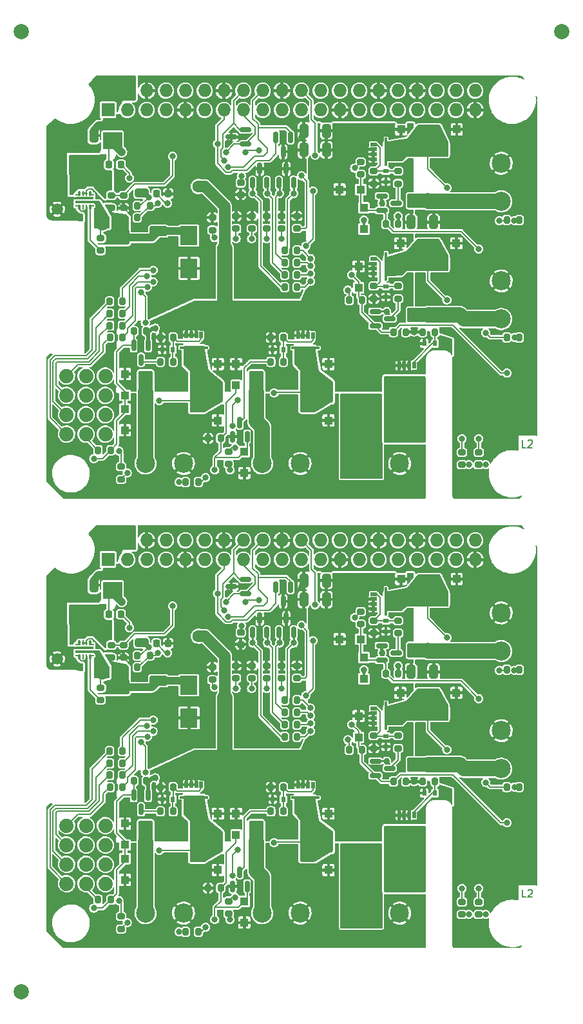
<source format=gbr>
%TF.GenerationSoftware,KiCad,Pcbnew,6.0.11+dfsg-1*%
%TF.CreationDate,2024-04-29T12:11:32+01:00*%
%TF.ProjectId,panel,70616e65-6c2e-46b6-9963-61645f706362,rev?*%
%TF.SameCoordinates,Original*%
%TF.FileFunction,Copper,L2,Bot*%
%TF.FilePolarity,Positive*%
%FSLAX46Y46*%
G04 Gerber Fmt 4.6, Leading zero omitted, Abs format (unit mm)*
G04 Created by KiCad (PCBNEW 6.0.11+dfsg-1) date 2024-04-29 12:11:32*
%MOMM*%
%LPD*%
G01*
G04 APERTURE LIST*
G04 Aperture macros list*
%AMRoundRect*
0 Rectangle with rounded corners*
0 $1 Rounding radius*
0 $2 $3 $4 $5 $6 $7 $8 $9 X,Y pos of 4 corners*
0 Add a 4 corners polygon primitive as box body*
4,1,4,$2,$3,$4,$5,$6,$7,$8,$9,$2,$3,0*
0 Add four circle primitives for the rounded corners*
1,1,$1+$1,$2,$3*
1,1,$1+$1,$4,$5*
1,1,$1+$1,$6,$7*
1,1,$1+$1,$8,$9*
0 Add four rect primitives between the rounded corners*
20,1,$1+$1,$2,$3,$4,$5,0*
20,1,$1+$1,$4,$5,$6,$7,0*
20,1,$1+$1,$6,$7,$8,$9,0*
20,1,$1+$1,$8,$9,$2,$3,0*%
%AMFreePoly0*
4,1,5,0.225000,-0.400000,-0.225000,-0.400000,-0.225000,0.400000,0.225000,0.400000,0.225000,-0.400000,0.225000,-0.400000,$1*%
%AMFreePoly1*
4,1,29,0.150000,1.240000,0.200000,1.240000,0.200000,-1.260000,0.150000,-1.260000,0.150000,-1.860000,-0.150000,-1.860000,-0.150000,-1.260000,-1.350000,-1.260000,-1.350000,-1.210000,-2.050000,-1.210000,-2.050000,-0.760000,-1.350000,-0.760000,-1.350000,-0.560000,-2.050000,-0.560000,-2.050000,-0.110000,-1.350000,-0.110000,-1.350000,0.090000,-2.050000,0.090000,-2.050000,0.540000,-1.350000,0.540000,
-1.350000,0.740000,-2.050000,0.740000,-2.050000,1.190000,-1.350000,1.190000,-1.350000,1.240000,-0.150000,1.240000,-0.150000,1.840000,0.150000,1.840000,0.150000,1.240000,0.150000,1.240000,$1*%
G04 Aperture macros list end*
%ADD10C,0.150000*%
%TA.AperFunction,NonConductor*%
%ADD11C,0.150000*%
%TD*%
%TA.AperFunction,ComponentPad*%
%ADD12C,1.879600*%
%TD*%
%TA.AperFunction,ComponentPad*%
%ADD13C,2.500000*%
%TD*%
%TA.AperFunction,ComponentPad*%
%ADD14C,0.600000*%
%TD*%
%TA.AperFunction,SMDPad,CuDef*%
%ADD15R,3.100000X1.800000*%
%TD*%
%TA.AperFunction,ComponentPad*%
%ADD16R,1.727200X1.727200*%
%TD*%
%TA.AperFunction,ComponentPad*%
%ADD17O,1.727200X1.727200*%
%TD*%
%TA.AperFunction,SMDPad,CuDef*%
%ADD18RoundRect,0.250000X-2.475000X0.712500X-2.475000X-0.712500X2.475000X-0.712500X2.475000X0.712500X0*%
%TD*%
%TA.AperFunction,SMDPad,CuDef*%
%ADD19RoundRect,0.250000X-0.925000X0.412500X-0.925000X-0.412500X0.925000X-0.412500X0.925000X0.412500X0*%
%TD*%
%TA.AperFunction,SMDPad,CuDef*%
%ADD20C,2.000000*%
%TD*%
%TA.AperFunction,SMDPad,CuDef*%
%ADD21FreePoly0,180.000000*%
%TD*%
%TA.AperFunction,SMDPad,CuDef*%
%ADD22FreePoly1,90.000000*%
%TD*%
%TA.AperFunction,SMDPad,CuDef*%
%ADD23R,0.700000X0.600000*%
%TD*%
%TA.AperFunction,SMDPad,CuDef*%
%ADD24R,2.300000X2.500000*%
%TD*%
%TA.AperFunction,SMDPad,CuDef*%
%ADD25RoundRect,0.200000X0.275000X-0.200000X0.275000X0.200000X-0.275000X0.200000X-0.275000X-0.200000X0*%
%TD*%
%TA.AperFunction,SMDPad,CuDef*%
%ADD26R,1.100000X1.100000*%
%TD*%
%TA.AperFunction,SMDPad,CuDef*%
%ADD27RoundRect,0.250000X0.325000X0.650000X-0.325000X0.650000X-0.325000X-0.650000X0.325000X-0.650000X0*%
%TD*%
%TA.AperFunction,SMDPad,CuDef*%
%ADD28RoundRect,0.150000X-0.150000X0.587500X-0.150000X-0.587500X0.150000X-0.587500X0.150000X0.587500X0*%
%TD*%
%TA.AperFunction,SMDPad,CuDef*%
%ADD29RoundRect,0.150000X0.150000X-0.587500X0.150000X0.587500X-0.150000X0.587500X-0.150000X-0.587500X0*%
%TD*%
%TA.AperFunction,SMDPad,CuDef*%
%ADD30FreePoly0,270.000000*%
%TD*%
%TA.AperFunction,SMDPad,CuDef*%
%ADD31FreePoly1,180.000000*%
%TD*%
%TA.AperFunction,SMDPad,CuDef*%
%ADD32RoundRect,0.200000X-0.275000X0.200000X-0.275000X-0.200000X0.275000X-0.200000X0.275000X0.200000X0*%
%TD*%
%TA.AperFunction,ComponentPad*%
%ADD33C,1.600000*%
%TD*%
%TA.AperFunction,SMDPad,CuDef*%
%ADD34RoundRect,0.200000X-0.200000X-0.275000X0.200000X-0.275000X0.200000X0.275000X-0.200000X0.275000X0*%
%TD*%
%TA.AperFunction,SMDPad,CuDef*%
%ADD35RoundRect,0.200000X0.200000X0.275000X-0.200000X0.275000X-0.200000X-0.275000X0.200000X-0.275000X0*%
%TD*%
%TA.AperFunction,SMDPad,CuDef*%
%ADD36RoundRect,0.250000X-0.325000X-0.650000X0.325000X-0.650000X0.325000X0.650000X-0.325000X0.650000X0*%
%TD*%
%TA.AperFunction,SMDPad,CuDef*%
%ADD37R,0.600000X0.700000*%
%TD*%
%TA.AperFunction,SMDPad,CuDef*%
%ADD38RoundRect,0.050000X0.275000X-0.075000X0.275000X0.075000X-0.275000X0.075000X-0.275000X-0.075000X0*%
%TD*%
%TA.AperFunction,SMDPad,CuDef*%
%ADD39RoundRect,0.050000X0.100000X-0.250000X0.100000X0.250000X-0.100000X0.250000X-0.100000X-0.250000X0*%
%TD*%
%TA.AperFunction,SMDPad,CuDef*%
%ADD40RoundRect,0.050000X0.075000X-0.250000X0.075000X0.250000X-0.075000X0.250000X-0.075000X-0.250000X0*%
%TD*%
%TA.AperFunction,SMDPad,CuDef*%
%ADD41RoundRect,0.050000X1.150000X-0.100000X1.150000X0.100000X-1.150000X0.100000X-1.150000X-0.100000X0*%
%TD*%
%TA.AperFunction,SMDPad,CuDef*%
%ADD42RoundRect,0.225000X-0.250000X0.225000X-0.250000X-0.225000X0.250000X-0.225000X0.250000X0.225000X0*%
%TD*%
%TA.AperFunction,SMDPad,CuDef*%
%ADD43RoundRect,0.150000X-0.587500X-0.150000X0.587500X-0.150000X0.587500X0.150000X-0.587500X0.150000X0*%
%TD*%
%TA.AperFunction,SMDPad,CuDef*%
%ADD44RoundRect,0.150000X0.587500X0.150000X-0.587500X0.150000X-0.587500X-0.150000X0.587500X-0.150000X0*%
%TD*%
%TA.AperFunction,SMDPad,CuDef*%
%ADD45RoundRect,0.225000X-0.225000X-0.250000X0.225000X-0.250000X0.225000X0.250000X-0.225000X0.250000X0*%
%TD*%
%TA.AperFunction,SMDPad,CuDef*%
%ADD46RoundRect,0.250000X0.650000X-0.325000X0.650000X0.325000X-0.650000X0.325000X-0.650000X-0.325000X0*%
%TD*%
%TA.AperFunction,SMDPad,CuDef*%
%ADD47C,1.500000*%
%TD*%
%TA.AperFunction,SMDPad,CuDef*%
%ADD48RoundRect,0.250000X0.712500X2.475000X-0.712500X2.475000X-0.712500X-2.475000X0.712500X-2.475000X0*%
%TD*%
%TA.AperFunction,SMDPad,CuDef*%
%ADD49R,2.500000X2.300000*%
%TD*%
%TA.AperFunction,SMDPad,CuDef*%
%ADD50RoundRect,0.225000X0.225000X0.250000X-0.225000X0.250000X-0.225000X-0.250000X0.225000X-0.250000X0*%
%TD*%
%TA.AperFunction,SMDPad,CuDef*%
%ADD51RoundRect,0.250000X-0.650000X0.325000X-0.650000X-0.325000X0.650000X-0.325000X0.650000X0.325000X0*%
%TD*%
%TA.AperFunction,SMDPad,CuDef*%
%ADD52RoundRect,0.250000X-0.712500X-2.475000X0.712500X-2.475000X0.712500X2.475000X-0.712500X2.475000X0*%
%TD*%
%TA.AperFunction,ViaPad*%
%ADD53C,0.800000*%
%TD*%
%TA.AperFunction,Conductor*%
%ADD54C,0.200000*%
%TD*%
%TA.AperFunction,Conductor*%
%ADD55C,1.000000*%
%TD*%
%TA.AperFunction,Conductor*%
%ADD56C,0.500000*%
%TD*%
%TA.AperFunction,Conductor*%
%ADD57C,0.250000*%
%TD*%
%TA.AperFunction,Conductor*%
%ADD58C,2.000000*%
%TD*%
%TA.AperFunction,Conductor*%
%ADD59C,1.500000*%
%TD*%
G04 APERTURE END LIST*
D10*
D11*
X179283333Y-77052380D02*
X178807142Y-77052380D01*
X178807142Y-76052380D01*
X179569047Y-76147619D02*
X179616666Y-76100000D01*
X179711904Y-76052380D01*
X179950000Y-76052380D01*
X180045238Y-76100000D01*
X180092857Y-76147619D01*
X180140476Y-76242857D01*
X180140476Y-76338095D01*
X180092857Y-76480952D01*
X179521428Y-77052380D01*
X180140476Y-77052380D01*
D10*
D11*
X179283333Y-136052380D02*
X178807142Y-136052380D01*
X178807142Y-135052380D01*
X179569047Y-135147619D02*
X179616666Y-135100000D01*
X179711904Y-135052380D01*
X179950000Y-135052380D01*
X180045238Y-135100000D01*
X180092857Y-135147619D01*
X180140476Y-135242857D01*
X180140476Y-135338095D01*
X180092857Y-135480952D01*
X179521428Y-136052380D01*
X180140476Y-136052380D01*
D12*
%TO.P,J9,1,1*%
%TO.N,Board_1-+5V*%
X126140000Y-106590000D03*
%TO.P,J9,2,2*%
%TO.N,Board_1-/PI_5V0_P*%
X123600000Y-106590000D03*
%TD*%
D13*
%TO.P,J7,1,Pin_1*%
%TO.N,Board_0-OUT3*%
X176050000Y-60200000D03*
%TO.P,J7,2,Pin_2*%
%TO.N,Board_0-GND*%
X176050000Y-55200000D03*
%TD*%
D12*
%TO.P,J1,1,1*%
%TO.N,Board_1-PI4*%
X118920000Y-126670000D03*
%TO.P,J1,2,2*%
%TO.N,Board_1-PI3*%
X118920000Y-129210000D03*
%TO.P,J1,3,3*%
%TO.N,Board_1-PI2*%
X118920000Y-131750000D03*
%TO.P,J1,4,4*%
%TO.N,Board_1-PI1*%
X118920000Y-134290000D03*
%TD*%
D13*
%TO.P,J8,1,Pin_1*%
%TO.N,Board_0-OUT4*%
X176050000Y-44750000D03*
%TO.P,J8,2,Pin_2*%
%TO.N,Board_0-GND*%
X176050000Y-39750000D03*
%TD*%
%TO.P,J3,1,Pin_1*%
%TO.N,Board_1-VIN*%
X157700000Y-138150000D03*
%TO.P,J3,2,Pin_2*%
%TO.N,Board_1-GND*%
X162700000Y-138150000D03*
%TD*%
D12*
%TO.P,J6,1,1*%
%TO.N,Board_1-INPUT1*%
X124020000Y-134290000D03*
%TO.P,J6,2,2*%
%TO.N,Board_1-MOSFET1*%
X121480000Y-134290000D03*
%TO.P,J6,3,3*%
%TO.N,Board_1-INPUT2*%
X124020000Y-131750000D03*
%TO.P,J6,4,4*%
%TO.N,Board_1-MOSFET2*%
X121480000Y-131750000D03*
%TO.P,J6,5,5*%
%TO.N,Board_1-INPUT3*%
X124020000Y-129210000D03*
%TO.P,J6,6,6*%
%TO.N,Board_1-MOSFET3*%
X121480000Y-129210000D03*
%TO.P,J6,7,7*%
%TO.N,Board_1-INPUT4*%
X124020000Y-126670000D03*
%TO.P,J6,8,8*%
%TO.N,Board_1-MOSFET4*%
X121480000Y-126670000D03*
%TD*%
D13*
%TO.P,J4,1,Pin_1*%
%TO.N,Board_0-OUT1*%
X129300000Y-79150000D03*
%TO.P,J4,2,Pin_2*%
%TO.N,Board_0-GND*%
X134300000Y-79150000D03*
%TD*%
D14*
%TO.P,U1,9,GND*%
%TO.N,Board_0-GND*%
X131600000Y-40300000D03*
X130300000Y-41600000D03*
D15*
X130300000Y-40950000D03*
D14*
X131600000Y-41600000D03*
X129000000Y-41600000D03*
X130300000Y-40300000D03*
%TD*%
D12*
%TO.P,J1,1,1*%
%TO.N,Board_0-PI4*%
X118920000Y-67670000D03*
%TO.P,J1,2,2*%
%TO.N,Board_0-PI3*%
X118920000Y-70210000D03*
%TO.P,J1,3,3*%
%TO.N,Board_0-PI2*%
X118920000Y-72750000D03*
%TO.P,J1,4,4*%
%TO.N,Board_0-PI1*%
X118920000Y-75290000D03*
%TD*%
D13*
%TO.P,J8,1,Pin_1*%
%TO.N,Board_1-OUT4*%
X176050000Y-103750000D03*
%TO.P,J8,2,Pin_2*%
%TO.N,Board_1-GND*%
X176050000Y-98750000D03*
%TD*%
%TO.P,J5,1,Pin_1*%
%TO.N,Board_0-OUT2*%
X144625000Y-79150000D03*
%TO.P,J5,2,Pin_2*%
%TO.N,Board_0-GND*%
X149625000Y-79150000D03*
%TD*%
D12*
%TO.P,J9,1,1*%
%TO.N,Board_0-+5V*%
X126140000Y-47590000D03*
%TO.P,J9,2,2*%
%TO.N,Board_0-/PI_5V0_P*%
X123600000Y-47590000D03*
%TD*%
D16*
%TO.P,J2,1,3.3V*%
%TO.N,Board_0-+3V3*%
X124370000Y-32770000D03*
D17*
%TO.P,J2,2,5V*%
%TO.N,Board_0-PI_5V0*%
X124370000Y-30230000D03*
%TO.P,J2,3,SDA*%
%TO.N,Board_0-I2C_SDA*%
X126910000Y-32770000D03*
%TO.P,J2,4,5V*%
%TO.N,Board_0-PI_5V0*%
X126910000Y-30230000D03*
%TO.P,J2,5,SCL*%
%TO.N,Board_0-I2C_SCL*%
X129450000Y-32770000D03*
%TO.P,J2,6,GND*%
%TO.N,Board_0-GND*%
X129450000Y-30230000D03*
%TO.P,J2,7,GP4*%
%TO.N,Board_0-unconnected-(J2-Pad7)*%
X131990000Y-32770000D03*
%TO.P,J2,8,TXO*%
%TO.N,Board_0-unconnected-(J2-Pad8)*%
X131990000Y-30230000D03*
%TO.P,J2,9,GND*%
%TO.N,Board_0-GND*%
X134530000Y-32770000D03*
%TO.P,J2,10,RXI*%
%TO.N,Board_0-unconnected-(J2-Pad10)*%
X134530000Y-30230000D03*
%TO.P,J2,11,GP17*%
%TO.N,Board_0-unconnected-(J2-Pad11)*%
X137070000Y-32770000D03*
%TO.P,J2,12,GP18#*%
%TO.N,Board_0-unconnected-(J2-Pad12)*%
X137070000Y-30230000D03*
%TO.P,J2,13,GP27*%
%TO.N,Board_0-Net-(D34-Pad1)*%
X139610000Y-32770000D03*
%TO.P,J2,14,GND*%
%TO.N,Board_0-GND*%
X139610000Y-30230000D03*
%TO.P,J2,15,GP22*%
%TO.N,Board_0-Net-(D35-Pad2)*%
X142150000Y-32770000D03*
%TO.P,J2,16,GP23*%
%TO.N,Board_0-Net-(D35-Pad1)*%
X142150000Y-30230000D03*
%TO.P,J2,17,3.3V*%
%TO.N,Board_0-unconnected-(J2-Pad17)*%
X144690000Y-32770000D03*
%TO.P,J2,18,GP24*%
%TO.N,Board_0-Net-(D34-Pad2)*%
X144690000Y-30230000D03*
%TO.P,J2,19,MOSI*%
%TO.N,Board_0-unconnected-(J2-Pad19)*%
X147230000Y-32770000D03*
%TO.P,J2,20,GND*%
%TO.N,Board_0-GND*%
X147230000Y-30230000D03*
%TO.P,J2,21,MISO*%
%TO.N,Board_0-unconnected-(J2-Pad21)*%
X149770000Y-32770000D03*
%TO.P,J2,22,GP25*%
%TO.N,Board_0-OE*%
X149770000Y-30230000D03*
%TO.P,J2,23,SCLK*%
%TO.N,Board_0-unconnected-(J2-Pad23)*%
X152310000Y-32770000D03*
%TO.P,J2,24,CE0*%
%TO.N,Board_0-unconnected-(J2-Pad24)*%
X152310000Y-30230000D03*
%TO.P,J2,25,GND*%
%TO.N,Board_0-GND*%
X154850000Y-32770000D03*
%TO.P,J2,26,CE1*%
%TO.N,Board_0-unconnected-(J2-Pad26)*%
X154850000Y-30230000D03*
%TO.P,J2,27,ID_SD*%
%TO.N,Board_0-unconnected-(J2-Pad27)*%
X157390000Y-32770000D03*
%TO.P,J2,28,ID_SC*%
%TO.N,Board_0-unconnected-(J2-Pad28)*%
X157390000Y-30230000D03*
%TO.P,J2,29,GP5*%
%TO.N,Board_0-unconnected-(J2-Pad29)*%
X159930000Y-32770000D03*
%TO.P,J2,30,GND*%
%TO.N,Board_0-GND*%
X159930000Y-30230000D03*
%TO.P,J2,31,GP6*%
%TO.N,Board_0-unconnected-(J2-Pad31)*%
X162470000Y-32770000D03*
%TO.P,J2,32,GP12*%
%TO.N,Board_0-unconnected-(J2-Pad32)*%
X162470000Y-30230000D03*
%TO.P,J2,33,GP13*%
%TO.N,Board_0-unconnected-(J2-Pad33)*%
X165010000Y-32770000D03*
%TO.P,J2,34,GND*%
%TO.N,Board_0-GND*%
X165010000Y-30230000D03*
%TO.P,J2,35,GP19*%
%TO.N,Board_0-unconnected-(J2-Pad35)*%
X167550000Y-32770000D03*
%TO.P,J2,36,GP16*%
%TO.N,Board_0-unconnected-(J2-Pad36)*%
X167550000Y-30230000D03*
%TO.P,J2,37,GP26*%
%TO.N,Board_0-unconnected-(J2-Pad37)*%
X170090000Y-32770000D03*
%TO.P,J2,38,GP20*%
%TO.N,Board_0-unconnected-(J2-Pad38)*%
X170090000Y-30230000D03*
%TO.P,J2,39,GND*%
%TO.N,Board_0-GND*%
X172630000Y-32770000D03*
%TO.P,J2,40,GP21*%
%TO.N,Board_0-unconnected-(J2-Pad40)*%
X172630000Y-30230000D03*
%TD*%
D12*
%TO.P,J6,1,1*%
%TO.N,Board_0-INPUT1*%
X124020000Y-75290000D03*
%TO.P,J6,2,2*%
%TO.N,Board_0-MOSFET1*%
X121480000Y-75290000D03*
%TO.P,J6,3,3*%
%TO.N,Board_0-INPUT2*%
X124020000Y-72750000D03*
%TO.P,J6,4,4*%
%TO.N,Board_0-MOSFET2*%
X121480000Y-72750000D03*
%TO.P,J6,5,5*%
%TO.N,Board_0-INPUT3*%
X124020000Y-70210000D03*
%TO.P,J6,6,6*%
%TO.N,Board_0-MOSFET3*%
X121480000Y-70210000D03*
%TO.P,J6,7,7*%
%TO.N,Board_0-INPUT4*%
X124020000Y-67670000D03*
%TO.P,J6,8,8*%
%TO.N,Board_0-MOSFET4*%
X121480000Y-67670000D03*
%TD*%
D13*
%TO.P,J4,1,Pin_1*%
%TO.N,Board_1-OUT1*%
X129300000Y-138150000D03*
%TO.P,J4,2,Pin_2*%
%TO.N,Board_1-GND*%
X134300000Y-138150000D03*
%TD*%
%TO.P,J7,1,Pin_1*%
%TO.N,Board_1-OUT3*%
X176050000Y-119200000D03*
%TO.P,J7,2,Pin_2*%
%TO.N,Board_1-GND*%
X176050000Y-114200000D03*
%TD*%
%TO.P,J5,1,Pin_1*%
%TO.N,Board_1-OUT2*%
X144625000Y-138150000D03*
%TO.P,J5,2,Pin_2*%
%TO.N,Board_1-GND*%
X149625000Y-138150000D03*
%TD*%
D16*
%TO.P,J2,1,3.3V*%
%TO.N,Board_1-+3V3*%
X124370000Y-91770000D03*
D17*
%TO.P,J2,2,5V*%
%TO.N,Board_1-PI_5V0*%
X124370000Y-89230000D03*
%TO.P,J2,3,SDA*%
%TO.N,Board_1-I2C_SDA*%
X126910000Y-91770000D03*
%TO.P,J2,4,5V*%
%TO.N,Board_1-PI_5V0*%
X126910000Y-89230000D03*
%TO.P,J2,5,SCL*%
%TO.N,Board_1-I2C_SCL*%
X129450000Y-91770000D03*
%TO.P,J2,6,GND*%
%TO.N,Board_1-GND*%
X129450000Y-89230000D03*
%TO.P,J2,7,GP4*%
%TO.N,Board_1-unconnected-(J2-Pad7)*%
X131990000Y-91770000D03*
%TO.P,J2,8,TXO*%
%TO.N,Board_1-unconnected-(J2-Pad8)*%
X131990000Y-89230000D03*
%TO.P,J2,9,GND*%
%TO.N,Board_1-GND*%
X134530000Y-91770000D03*
%TO.P,J2,10,RXI*%
%TO.N,Board_1-unconnected-(J2-Pad10)*%
X134530000Y-89230000D03*
%TO.P,J2,11,GP17*%
%TO.N,Board_1-unconnected-(J2-Pad11)*%
X137070000Y-91770000D03*
%TO.P,J2,12,GP18#*%
%TO.N,Board_1-unconnected-(J2-Pad12)*%
X137070000Y-89230000D03*
%TO.P,J2,13,GP27*%
%TO.N,Board_1-Net-(D34-Pad1)*%
X139610000Y-91770000D03*
%TO.P,J2,14,GND*%
%TO.N,Board_1-GND*%
X139610000Y-89230000D03*
%TO.P,J2,15,GP22*%
%TO.N,Board_1-Net-(D35-Pad2)*%
X142150000Y-91770000D03*
%TO.P,J2,16,GP23*%
%TO.N,Board_1-Net-(D35-Pad1)*%
X142150000Y-89230000D03*
%TO.P,J2,17,3.3V*%
%TO.N,Board_1-unconnected-(J2-Pad17)*%
X144690000Y-91770000D03*
%TO.P,J2,18,GP24*%
%TO.N,Board_1-Net-(D34-Pad2)*%
X144690000Y-89230000D03*
%TO.P,J2,19,MOSI*%
%TO.N,Board_1-unconnected-(J2-Pad19)*%
X147230000Y-91770000D03*
%TO.P,J2,20,GND*%
%TO.N,Board_1-GND*%
X147230000Y-89230000D03*
%TO.P,J2,21,MISO*%
%TO.N,Board_1-unconnected-(J2-Pad21)*%
X149770000Y-91770000D03*
%TO.P,J2,22,GP25*%
%TO.N,Board_1-OE*%
X149770000Y-89230000D03*
%TO.P,J2,23,SCLK*%
%TO.N,Board_1-unconnected-(J2-Pad23)*%
X152310000Y-91770000D03*
%TO.P,J2,24,CE0*%
%TO.N,Board_1-unconnected-(J2-Pad24)*%
X152310000Y-89230000D03*
%TO.P,J2,25,GND*%
%TO.N,Board_1-GND*%
X154850000Y-91770000D03*
%TO.P,J2,26,CE1*%
%TO.N,Board_1-unconnected-(J2-Pad26)*%
X154850000Y-89230000D03*
%TO.P,J2,27,ID_SD*%
%TO.N,Board_1-unconnected-(J2-Pad27)*%
X157390000Y-91770000D03*
%TO.P,J2,28,ID_SC*%
%TO.N,Board_1-unconnected-(J2-Pad28)*%
X157390000Y-89230000D03*
%TO.P,J2,29,GP5*%
%TO.N,Board_1-unconnected-(J2-Pad29)*%
X159930000Y-91770000D03*
%TO.P,J2,30,GND*%
%TO.N,Board_1-GND*%
X159930000Y-89230000D03*
%TO.P,J2,31,GP6*%
%TO.N,Board_1-unconnected-(J2-Pad31)*%
X162470000Y-91770000D03*
%TO.P,J2,32,GP12*%
%TO.N,Board_1-unconnected-(J2-Pad32)*%
X162470000Y-89230000D03*
%TO.P,J2,33,GP13*%
%TO.N,Board_1-unconnected-(J2-Pad33)*%
X165010000Y-91770000D03*
%TO.P,J2,34,GND*%
%TO.N,Board_1-GND*%
X165010000Y-89230000D03*
%TO.P,J2,35,GP19*%
%TO.N,Board_1-unconnected-(J2-Pad35)*%
X167550000Y-91770000D03*
%TO.P,J2,36,GP16*%
%TO.N,Board_1-unconnected-(J2-Pad36)*%
X167550000Y-89230000D03*
%TO.P,J2,37,GP26*%
%TO.N,Board_1-unconnected-(J2-Pad37)*%
X170090000Y-91770000D03*
%TO.P,J2,38,GP20*%
%TO.N,Board_1-unconnected-(J2-Pad38)*%
X170090000Y-89230000D03*
%TO.P,J2,39,GND*%
%TO.N,Board_1-GND*%
X172630000Y-91770000D03*
%TO.P,J2,40,GP21*%
%TO.N,Board_1-unconnected-(J2-Pad40)*%
X172630000Y-89230000D03*
%TD*%
D14*
%TO.P,U1,9,GND*%
%TO.N,Board_1-GND*%
X129000000Y-100600000D03*
X131600000Y-100600000D03*
X130300000Y-100600000D03*
X131600000Y-99300000D03*
D15*
X130300000Y-99950000D03*
D14*
X130300000Y-99300000D03*
%TD*%
D13*
%TO.P,J3,1,Pin_1*%
%TO.N,Board_0-VIN*%
X157700000Y-79150000D03*
%TO.P,J3,2,Pin_2*%
%TO.N,Board_0-GND*%
X162700000Y-79150000D03*
%TD*%
D18*
%TO.P,F5,1*%
%TO.N,Board_0-/M4_D*%
X166400000Y-37912500D03*
%TO.P,F5,2*%
%TO.N,Board_0-OUT4*%
X166400000Y-44687500D03*
%TD*%
D19*
%TO.P,C13,1*%
%TO.N,Board_1-+5V*%
X131000000Y-107662500D03*
%TO.P,C13,2*%
%TO.N,Board_1-GND*%
X131000000Y-110737500D03*
%TD*%
D18*
%TO.P,F3,1*%
%TO.N,Board_0-/M3_D*%
X166400000Y-52912500D03*
%TO.P,F3,2*%
%TO.N,Board_0-OUT3*%
X166400000Y-59687500D03*
%TD*%
D20*
%TO.P,REF\u002A\u002A,*%
%TO.N,*%
X113000000Y-22500000D03*
%TD*%
D21*
%TO.P,Q2,1,G*%
%TO.N,Board_0-/M1_G*%
X136625000Y-62300000D03*
D22*
%TO.P,Q2,2,D*%
%TO.N,Board_0-/M1_D*%
X135640000Y-63950000D03*
D21*
%TO.P,Q2,3,S*%
%TO.N,Board_0-VCC*%
X134675000Y-62300000D03*
X135975000Y-62300000D03*
X135325000Y-62300000D03*
%TD*%
D23*
%TO.P,D3,1,K*%
%TO.N,Board_1-VCC*%
X160900000Y-116300000D03*
%TO.P,D3,2,A*%
%TO.N,Board_1-/M3_G*%
X160900000Y-114900000D03*
%TD*%
D24*
%TO.P,D7,1,A1*%
%TO.N,Board_0-VCC*%
X142600000Y-59150000D03*
%TO.P,D7,2,A2*%
%TO.N,Board_0-GND*%
X142600000Y-54850000D03*
%TD*%
D25*
%TO.P,R1,1,1*%
%TO.N,Board_1-Net-(D1-Pad2)*%
X170900000Y-138325000D03*
%TO.P,R1,2,2*%
%TO.N,Board_1-VIN*%
X170900000Y-136675000D03*
%TD*%
D26*
%TO.P,D14,1,K*%
%TO.N,Board_1-Net-(D12-Pad2)*%
X126600000Y-131000000D03*
%TO.P,D14,2,A*%
%TO.N,Board_1-GND*%
X126600000Y-133800000D03*
%TD*%
D27*
%TO.P,C2,1*%
%TO.N,Board_0-VCC*%
X153075000Y-38000000D03*
%TO.P,C2,2*%
%TO.N,Board_0-GND*%
X150125000Y-38000000D03*
%TD*%
D28*
%TO.P,Q4,1,G*%
%TO.N,Board_0-Net-(D12-Pad2)*%
X127750000Y-63662500D03*
%TO.P,Q4,2,S*%
%TO.N,Board_0-GND*%
X129650000Y-63662500D03*
%TO.P,Q4,3,D*%
%TO.N,Board_0-Net-(Q4-Pad3)*%
X128700000Y-65537500D03*
%TD*%
D26*
%TO.P,D13,1,K*%
%TO.N,Board_0-VCC*%
X157300000Y-53300000D03*
%TO.P,D13,2,A*%
%TO.N,Board_0-Net-(D13-Pad2)*%
X157300000Y-56100000D03*
%TD*%
%TO.P,D14,1,K*%
%TO.N,Board_0-Net-(D12-Pad2)*%
X126600000Y-72000000D03*
%TO.P,D14,2,A*%
%TO.N,Board_0-GND*%
X126600000Y-74800000D03*
%TD*%
D25*
%TO.P,R4,1,1*%
%TO.N,Board_0-Net-(D4-Pad2)*%
X126100000Y-81225000D03*
%TO.P,R4,2,2*%
%TO.N,Board_0-/M1_D*%
X126100000Y-79575000D03*
%TD*%
%TO.P,R45,1,1*%
%TO.N,Board_0-GND*%
X126400000Y-45625000D03*
%TO.P,R45,2,2*%
%TO.N,Board_0-/VSENSE*%
X126400000Y-43975000D03*
%TD*%
D28*
%TO.P,Q4,1,G*%
%TO.N,Board_1-Net-(D12-Pad2)*%
X127750000Y-122662500D03*
%TO.P,Q4,2,S*%
%TO.N,Board_1-GND*%
X129650000Y-122662500D03*
%TO.P,Q4,3,D*%
%TO.N,Board_1-Net-(Q4-Pad3)*%
X128700000Y-124537500D03*
%TD*%
D23*
%TO.P,D18,1,K*%
%TO.N,Board_1-VCC*%
X160900000Y-101200000D03*
%TO.P,D18,2,A*%
%TO.N,Board_1-/M4_G*%
X160900000Y-99800000D03*
%TD*%
D29*
%TO.P,D33,1,K*%
%TO.N,Board_0-Net-(D33-Pad1)*%
X145250000Y-42337500D03*
%TO.P,D33,2,K*%
%TO.N,Board_0-Net-(D33-Pad2)*%
X143350000Y-42337500D03*
%TO.P,D33,3,A*%
%TO.N,Board_0-GND*%
X144300000Y-40462500D03*
%TD*%
D30*
%TO.P,Q7,1,G*%
%TO.N,Board_0-/M4_G*%
X159250000Y-37275000D03*
D31*
%TO.P,Q7,2,D*%
%TO.N,Board_0-/M4_D*%
X160900000Y-38260000D03*
D30*
%TO.P,Q7,3,S*%
%TO.N,Board_0-VCC*%
X159250000Y-37925000D03*
X159250000Y-39225000D03*
X159250000Y-38575000D03*
%TD*%
%TO.P,Q3,1,G*%
%TO.N,Board_0-/M3_G*%
X159250000Y-52275000D03*
D31*
%TO.P,Q3,2,D*%
%TO.N,Board_0-/M3_D*%
X160900000Y-53260000D03*
D30*
%TO.P,Q3,3,S*%
%TO.N,Board_0-VCC*%
X159250000Y-53575000D03*
X159250000Y-52925000D03*
X159250000Y-54225000D03*
%TD*%
D26*
%TO.P,D23,1,K*%
%TO.N,Board_1-/M2_D*%
X153350000Y-129700000D03*
%TO.P,D23,2,A*%
%TO.N,Board_1-GND*%
X153350000Y-132500000D03*
%TD*%
D32*
%TO.P,R37,1,1*%
%TO.N,Board_0-GND*%
X138100000Y-46875000D03*
%TO.P,R37,2,2*%
%TO.N,Board_0-Net-(R37-Pad2)*%
X138100000Y-48525000D03*
%TD*%
D33*
%TO.P,C8,1*%
%TO.N,Board_1-VCC*%
X136250000Y-101800000D03*
%TO.P,C8,2*%
%TO.N,Board_1-GND*%
X136857769Y-98353173D03*
%TD*%
D34*
%TO.P,R17,1,1*%
%TO.N,Board_0-Net-(Q8-Pad3)*%
X145775000Y-65800000D03*
%TO.P,R17,2,2*%
%TO.N,Board_0-/M2_G*%
X147425000Y-65800000D03*
%TD*%
D26*
%TO.P,D12,1,K*%
%TO.N,Board_0-VCC*%
X126600000Y-67400000D03*
%TO.P,D12,2,A*%
%TO.N,Board_0-Net-(D12-Pad2)*%
X126600000Y-70200000D03*
%TD*%
%TO.P,D27,1,K*%
%TO.N,Board_1-Net-(D25-Pad2)*%
X142275000Y-136600000D03*
%TO.P,D27,2,A*%
%TO.N,Board_1-GND*%
X142275000Y-139400000D03*
%TD*%
D35*
%TO.P,R30,1,1*%
%TO.N,Board_1-Net-(D35-Pad1)*%
X126250000Y-120050000D03*
%TO.P,R30,2,2*%
%TO.N,Board_1-PI3*%
X124600000Y-120050000D03*
%TD*%
D36*
%TO.P,C12,1*%
%TO.N,Board_1-VCC*%
X164225000Y-106500000D03*
%TO.P,C12,2*%
%TO.N,Board_1-GND*%
X167175000Y-106500000D03*
%TD*%
D18*
%TO.P,F3,1*%
%TO.N,Board_1-/M3_D*%
X166400000Y-111912500D03*
%TO.P,F3,2*%
%TO.N,Board_1-OUT3*%
X166400000Y-118687500D03*
%TD*%
D26*
%TO.P,D11,1,K*%
%TO.N,Board_0-/M3_D*%
X167350000Y-50250000D03*
%TO.P,D11,2,A*%
%TO.N,Board_0-GND*%
X170150000Y-50250000D03*
%TD*%
D34*
%TO.P,R6,1,1*%
%TO.N,Board_1-Net-(Q4-Pad3)*%
X131275000Y-124800000D03*
%TO.P,R6,2,2*%
%TO.N,Board_1-/M1_G*%
X132925000Y-124800000D03*
%TD*%
D37*
%TO.P,D6,1,K*%
%TO.N,Board_0-VCC*%
X165950000Y-63400000D03*
%TO.P,D6,2,A*%
%TO.N,Board_0-Net-(D6-Pad2)*%
X167350000Y-63400000D03*
%TD*%
D35*
%TO.P,R2,1,1*%
%TO.N,Board_0-/M1_G*%
X132925000Y-62600000D03*
%TO.P,R2,2,2*%
%TO.N,Board_0-VCC*%
X131275000Y-62600000D03*
%TD*%
%TO.P,R31,1,1*%
%TO.N,Board_1-Net-(D34-Pad2)*%
X126275000Y-121625000D03*
%TO.P,R31,2,2*%
%TO.N,Board_1-PI4*%
X124625000Y-121625000D03*
%TD*%
D27*
%TO.P,C2,1*%
%TO.N,Board_1-VCC*%
X153075000Y-97000000D03*
%TO.P,C2,2*%
%TO.N,Board_1-GND*%
X150125000Y-97000000D03*
%TD*%
D36*
%TO.P,C12,1*%
%TO.N,Board_0-VCC*%
X164225000Y-47500000D03*
%TO.P,C12,2*%
%TO.N,Board_0-GND*%
X167175000Y-47500000D03*
%TD*%
D35*
%TO.P,R13,1,1*%
%TO.N,Board_1-/M2_G*%
X147425000Y-121600000D03*
%TO.P,R13,2,2*%
%TO.N,Board_1-VCC*%
X145775000Y-121600000D03*
%TD*%
D26*
%TO.P,D21,1,K*%
%TO.N,Board_0-VCC*%
X153350000Y-66100000D03*
%TO.P,D21,2,A*%
%TO.N,Board_0-/M2_D*%
X153350000Y-68900000D03*
%TD*%
D34*
%TO.P,R25,1,1*%
%TO.N,Board_0-Net-(D33-Pad1)*%
X147575000Y-54400000D03*
%TO.P,R25,2,2*%
%TO.N,Board_0-INPUT2*%
X149225000Y-54400000D03*
%TD*%
D26*
%TO.P,D8,1,K*%
%TO.N,Board_0-VCC*%
X138800000Y-66100000D03*
%TO.P,D8,2,A*%
%TO.N,Board_0-/M1_D*%
X138800000Y-68900000D03*
%TD*%
D35*
%TO.P,R19,1,1*%
%TO.N,Board_0-Net-(D25-Pad2)*%
X136225000Y-81600000D03*
%TO.P,R19,2,2*%
%TO.N,Board_0-MOSFET2*%
X134575000Y-81600000D03*
%TD*%
D25*
%TO.P,R23,1,1*%
%TO.N,Board_0-Net-(D38-Pad2)*%
X173100000Y-79325000D03*
%TO.P,R23,2,2*%
%TO.N,Board_0-VCC*%
X173100000Y-77675000D03*
%TD*%
D26*
%TO.P,D27,1,K*%
%TO.N,Board_0-Net-(D25-Pad2)*%
X142275000Y-77600000D03*
%TO.P,D27,2,A*%
%TO.N,Board_0-GND*%
X142275000Y-80400000D03*
%TD*%
D38*
%TO.P,U3,1,EN*%
%TO.N,Board_0-Net-(R46-Pad1)*%
X122175000Y-45325000D03*
D39*
X122000000Y-45500000D03*
D40*
%TO.P,U3,2,OVLO*%
%TO.N,Board_0-GND*%
X121525000Y-45500000D03*
%TO.P,U3,3,PG*%
%TO.N,Board_0-unconnected-(U3-Pad3)*%
X121075000Y-45500000D03*
D38*
%TO.P,U3,4,PGTH*%
%TO.N,Board_0-GND*%
X120425000Y-45325000D03*
D39*
X120600000Y-45500000D03*
D41*
%TO.P,U3,5,IN*%
%TO.N,Board_0-/PI_5V0_P*%
X121300000Y-44850000D03*
%TO.P,U3,6,OUT*%
%TO.N,Board_0-PI_5V0*%
X121300000Y-44350000D03*
D38*
%TO.P,U3,7,DVDT*%
%TO.N,Board_0-unconnected-(U3-Pad7)*%
X120425000Y-43875000D03*
D39*
X120600000Y-43700000D03*
D40*
%TO.P,U3,8,GND*%
%TO.N,Board_0-GND*%
X121075000Y-43700000D03*
%TO.P,U3,9,IMON*%
X121525000Y-43700000D03*
D38*
%TO.P,U3,10,DNC*%
%TO.N,Board_0-unconnected-(U3-Pad10)*%
X122175000Y-43875000D03*
D39*
X122000000Y-43700000D03*
%TD*%
D26*
%TO.P,D25,1,K*%
%TO.N,Board_0-VCC*%
X141200000Y-66100000D03*
%TO.P,D25,2,A*%
%TO.N,Board_0-Net-(D25-Pad2)*%
X141200000Y-68900000D03*
%TD*%
D42*
%TO.P,C9,1*%
%TO.N,Board_0-+5V*%
X127400000Y-49525000D03*
%TO.P,C9,2*%
%TO.N,Board_0-GND*%
X127400000Y-51075000D03*
%TD*%
D32*
%TO.P,R35,1,1*%
%TO.N,Board_1-GND*%
X143300000Y-105675000D03*
%TO.P,R35,2,2*%
%TO.N,Board_1-Net-(R35-Pad2)*%
X143300000Y-107325000D03*
%TD*%
D43*
%TO.P,Q5,1,G*%
%TO.N,Board_0-Net-(D13-Pad2)*%
X159512500Y-61100000D03*
%TO.P,Q5,2,S*%
%TO.N,Board_0-GND*%
X159512500Y-59200000D03*
%TO.P,Q5,3,D*%
%TO.N,Board_0-Net-(Q5-Pad3)*%
X161387500Y-60150000D03*
%TD*%
D29*
%TO.P,D32,1,K*%
%TO.N,Board_1-Net-(D32-Pad1)*%
X148750000Y-101337500D03*
%TO.P,D32,2,K*%
%TO.N,Board_1-Net-(D32-Pad2)*%
X146850000Y-101337500D03*
%TO.P,D32,3,A*%
%TO.N,Board_1-GND*%
X147800000Y-99462500D03*
%TD*%
D35*
%TO.P,R10,1,1*%
%TO.N,Board_1-Net-(D13-Pad2)*%
X157725000Y-116700000D03*
%TO.P,R10,2,2*%
%TO.N,Board_1-MOSFET3*%
X156075000Y-116700000D03*
%TD*%
D24*
%TO.P,D7,1,A1*%
%TO.N,Board_1-VCC*%
X142600000Y-118150000D03*
%TO.P,D7,2,A2*%
%TO.N,Board_1-GND*%
X142600000Y-113850000D03*
%TD*%
D25*
%TO.P,R4,1,1*%
%TO.N,Board_1-Net-(D4-Pad2)*%
X126100000Y-140225000D03*
%TO.P,R4,2,2*%
%TO.N,Board_1-/M1_D*%
X126100000Y-138575000D03*
%TD*%
D26*
%TO.P,D22,1,K*%
%TO.N,Board_1-VCC*%
X162900000Y-94300000D03*
%TO.P,D22,2,A*%
%TO.N,Board_1-/M4_D*%
X165700000Y-94300000D03*
%TD*%
D33*
%TO.P,C8,1*%
%TO.N,Board_0-VCC*%
X136250000Y-42800000D03*
%TO.P,C8,2*%
%TO.N,Board_0-GND*%
X136857769Y-39353173D03*
%TD*%
D32*
%TO.P,R35,1,1*%
%TO.N,Board_0-GND*%
X143300000Y-46675000D03*
%TO.P,R35,2,2*%
%TO.N,Board_0-Net-(R35-Pad2)*%
X143300000Y-48325000D03*
%TD*%
D44*
%TO.P,D35,1,K*%
%TO.N,Board_0-Net-(D35-Pad1)*%
X142437500Y-35350000D03*
%TO.P,D35,2,K*%
%TO.N,Board_0-Net-(D35-Pad2)*%
X142437500Y-37250000D03*
%TO.P,D35,3,A*%
%TO.N,Board_0-GND*%
X140562500Y-36300000D03*
%TD*%
D35*
%TO.P,R41,1,1*%
%TO.N,Board_1-/EN*%
X129875000Y-104350000D03*
%TO.P,R41,2,2*%
%TO.N,Board_1-VCC*%
X128225000Y-104350000D03*
%TD*%
D32*
%TO.P,R32,1,1*%
%TO.N,Board_1-GND*%
X149200000Y-105675000D03*
%TO.P,R32,2,2*%
%TO.N,Board_1-Net-(R32-Pad2)*%
X149200000Y-107325000D03*
%TD*%
D34*
%TO.P,R8,1,1*%
%TO.N,Board_0-GND*%
X165700000Y-61900000D03*
%TO.P,R8,2,2*%
%TO.N,Board_0-Net-(D6-Pad2)*%
X167350000Y-61900000D03*
%TD*%
D26*
%TO.P,D23,1,K*%
%TO.N,Board_0-/M2_D*%
X153350000Y-70700000D03*
%TO.P,D23,2,A*%
%TO.N,Board_0-GND*%
X153350000Y-73500000D03*
%TD*%
D37*
%TO.P,D2,1,K*%
%TO.N,Board_1-VCC*%
X131500000Y-123200000D03*
%TO.P,D2,2,A*%
%TO.N,Board_1-/M1_G*%
X132900000Y-123200000D03*
%TD*%
D34*
%TO.P,R21,1,1*%
%TO.N,Board_1-GND*%
X137525000Y-134850000D03*
%TO.P,R21,2,2*%
%TO.N,Board_1-Net-(D25-Pad2)*%
X139175000Y-134850000D03*
%TD*%
D35*
%TO.P,R12,1,1*%
%TO.N,Board_0-GND*%
X163525000Y-61900000D03*
%TO.P,R12,2,2*%
%TO.N,Board_0-Net-(D13-Pad2)*%
X161875000Y-61900000D03*
%TD*%
D44*
%TO.P,D35,1,K*%
%TO.N,Board_1-Net-(D35-Pad1)*%
X142437500Y-94350000D03*
%TO.P,D35,2,K*%
%TO.N,Board_1-Net-(D35-Pad2)*%
X142437500Y-96250000D03*
%TO.P,D35,3,A*%
%TO.N,Board_1-GND*%
X140562500Y-95300000D03*
%TD*%
D34*
%TO.P,R25,1,1*%
%TO.N,Board_1-Net-(D33-Pad1)*%
X147575000Y-113400000D03*
%TO.P,R25,2,2*%
%TO.N,Board_1-INPUT2*%
X149225000Y-113400000D03*
%TD*%
D28*
%TO.P,D34,1,K*%
%TO.N,Board_1-Net-(D34-Pad1)*%
X146450000Y-95362500D03*
%TO.P,D34,2,K*%
%TO.N,Board_1-Net-(D34-Pad2)*%
X148350000Y-95362500D03*
%TO.P,D34,3,A*%
%TO.N,Board_1-GND*%
X147400000Y-97237500D03*
%TD*%
D32*
%TO.P,R14,1,1*%
%TO.N,Board_0-/M4_G*%
X159300000Y-40775000D03*
%TO.P,R14,2,2*%
%TO.N,Board_0-VCC*%
X159300000Y-42425000D03*
%TD*%
D35*
%TO.P,R29,1,1*%
%TO.N,Board_0-Net-(D35-Pad2)*%
X126250000Y-59475000D03*
%TO.P,R29,2,2*%
%TO.N,Board_0-PI2*%
X124600000Y-59475000D03*
%TD*%
%TO.P,R41,1,1*%
%TO.N,Board_0-/EN*%
X129875000Y-45350000D03*
%TO.P,R41,2,2*%
%TO.N,Board_0-VCC*%
X128225000Y-45350000D03*
%TD*%
D43*
%TO.P,Q5,1,G*%
%TO.N,Board_1-Net-(D13-Pad2)*%
X159512500Y-120100000D03*
%TO.P,Q5,2,S*%
%TO.N,Board_1-GND*%
X159512500Y-118200000D03*
%TO.P,Q5,3,D*%
%TO.N,Board_1-Net-(Q5-Pad3)*%
X161387500Y-119150000D03*
%TD*%
D45*
%TO.P,C24,1*%
%TO.N,Board_1-/SS*%
X130725000Y-102750000D03*
%TO.P,C24,2*%
%TO.N,Board_1-GND*%
X132275000Y-102750000D03*
%TD*%
D42*
%TO.P,C9,1*%
%TO.N,Board_1-+5V*%
X127400000Y-108525000D03*
%TO.P,C9,2*%
%TO.N,Board_1-GND*%
X127400000Y-110075000D03*
%TD*%
D27*
%TO.P,C4,1*%
%TO.N,Board_0-VCC*%
X153075000Y-35500000D03*
%TO.P,C4,2*%
%TO.N,Board_0-GND*%
X150125000Y-35500000D03*
%TD*%
D38*
%TO.P,U3,1,EN*%
%TO.N,Board_1-Net-(R46-Pad1)*%
X122175000Y-104325000D03*
D39*
X122000000Y-104500000D03*
D40*
%TO.P,U3,2,OVLO*%
%TO.N,Board_1-GND*%
X121525000Y-104500000D03*
%TO.P,U3,3,PG*%
%TO.N,Board_1-unconnected-(U3-Pad3)*%
X121075000Y-104500000D03*
D39*
%TO.P,U3,4,PGTH*%
%TO.N,Board_1-GND*%
X120600000Y-104500000D03*
D38*
X120425000Y-104325000D03*
D41*
%TO.P,U3,5,IN*%
%TO.N,Board_1-/PI_5V0_P*%
X121300000Y-103850000D03*
%TO.P,U3,6,OUT*%
%TO.N,Board_1-PI_5V0*%
X121300000Y-103350000D03*
D38*
%TO.P,U3,7,DVDT*%
%TO.N,Board_1-unconnected-(U3-Pad7)*%
X120425000Y-102875000D03*
D39*
X120600000Y-102700000D03*
D40*
%TO.P,U3,8,GND*%
%TO.N,Board_1-GND*%
X121075000Y-102700000D03*
%TO.P,U3,9,IMON*%
X121525000Y-102700000D03*
D38*
%TO.P,U3,10,DNC*%
%TO.N,Board_1-unconnected-(U3-Pad10)*%
X122175000Y-102875000D03*
D39*
X122000000Y-102700000D03*
%TD*%
D25*
%TO.P,R1,1,1*%
%TO.N,Board_0-Net-(D1-Pad2)*%
X170900000Y-79325000D03*
%TO.P,R1,2,2*%
%TO.N,Board_0-VIN*%
X170900000Y-77675000D03*
%TD*%
D35*
%TO.P,R11,1,1*%
%TO.N,Board_1-GND*%
X129425000Y-120800000D03*
%TO.P,R11,2,2*%
%TO.N,Board_1-Net-(D12-Pad2)*%
X127775000Y-120800000D03*
%TD*%
D26*
%TO.P,D10,1,K*%
%TO.N,Board_1-/M1_D*%
X138800000Y-129700000D03*
%TO.P,D10,2,A*%
%TO.N,Board_1-GND*%
X138800000Y-132500000D03*
%TD*%
D35*
%TO.P,R29,1,1*%
%TO.N,Board_1-Net-(D35-Pad2)*%
X126250000Y-118475000D03*
%TO.P,R29,2,2*%
%TO.N,Board_1-PI2*%
X124600000Y-118475000D03*
%TD*%
D21*
%TO.P,Q1,1,G*%
%TO.N,Board_0-Net-(D6-Pad2)*%
X164600000Y-66292500D03*
D22*
%TO.P,Q1,2,D*%
%TO.N,Board_0-Net-(D1-Pad1)*%
X163615000Y-67942500D03*
D21*
%TO.P,Q1,3,S*%
%TO.N,Board_0-VCC*%
X163950000Y-66292500D03*
X162650000Y-66292500D03*
X163300000Y-66292500D03*
%TD*%
D35*
%TO.P,R5,1,1*%
%TO.N,Board_0-Net-(D5-Pad2)*%
X178425000Y-62600000D03*
%TO.P,R5,2,2*%
%TO.N,Board_0-/M3_D*%
X176775000Y-62600000D03*
%TD*%
D29*
%TO.P,D33,1,K*%
%TO.N,Board_1-Net-(D33-Pad1)*%
X145250000Y-101337500D03*
%TO.P,D33,2,K*%
%TO.N,Board_1-Net-(D33-Pad2)*%
X143350000Y-101337500D03*
%TO.P,D33,3,A*%
%TO.N,Board_1-GND*%
X144300000Y-99462500D03*
%TD*%
D25*
%TO.P,R46,1,1*%
%TO.N,Board_0-Net-(R46-Pad1)*%
X123400000Y-51225000D03*
%TO.P,R46,2,2*%
%TO.N,Board_0-/PI_5V0_P*%
X123400000Y-49575000D03*
%TD*%
D20*
%TO.P,REF\u002A\u002A,*%
%TO.N,*%
X184000000Y-22500000D03*
%TD*%
D35*
%TO.P,R22,1,1*%
%TO.N,Board_1-GND*%
X162525000Y-106700000D03*
%TO.P,R22,2,2*%
%TO.N,Board_1-Net-(D26-Pad2)*%
X160875000Y-106700000D03*
%TD*%
D43*
%TO.P,Q9,1,G*%
%TO.N,Board_1-Net-(D26-Pad2)*%
X160362500Y-104950000D03*
%TO.P,Q9,2,S*%
%TO.N,Board_1-GND*%
X160362500Y-103050000D03*
%TO.P,Q9,3,D*%
%TO.N,Board_1-Net-(Q9-Pad3)*%
X162237500Y-104000000D03*
%TD*%
D26*
%TO.P,D11,1,K*%
%TO.N,Board_1-/M3_D*%
X167350000Y-109250000D03*
%TO.P,D11,2,A*%
%TO.N,Board_1-GND*%
X170150000Y-109250000D03*
%TD*%
D25*
%TO.P,R23,1,1*%
%TO.N,Board_1-Net-(D38-Pad2)*%
X173100000Y-138325000D03*
%TO.P,R23,2,2*%
%TO.N,Board_1-VCC*%
X173100000Y-136675000D03*
%TD*%
D34*
%TO.P,R26,1,1*%
%TO.N,Board_1-Net-(D32-Pad2)*%
X147575000Y-111800000D03*
%TO.P,R26,2,2*%
%TO.N,Board_1-INPUT3*%
X149225000Y-111800000D03*
%TD*%
D35*
%TO.P,R30,1,1*%
%TO.N,Board_0-Net-(D35-Pad1)*%
X126250000Y-61050000D03*
%TO.P,R30,2,2*%
%TO.N,Board_0-PI3*%
X124600000Y-61050000D03*
%TD*%
D26*
%TO.P,D22,1,K*%
%TO.N,Board_0-VCC*%
X162900000Y-35300000D03*
%TO.P,D22,2,A*%
%TO.N,Board_0-/M4_D*%
X165700000Y-35300000D03*
%TD*%
%TO.P,D24,1,K*%
%TO.N,Board_1-/M4_D*%
X167400000Y-94300000D03*
%TO.P,D24,2,A*%
%TO.N,Board_1-GND*%
X170200000Y-94300000D03*
%TD*%
D35*
%TO.P,R9,1,1*%
%TO.N,Board_0-Net-(D12-Pad2)*%
X124725000Y-77400000D03*
%TO.P,R9,2,2*%
%TO.N,Board_0-MOSFET1*%
X123075000Y-77400000D03*
%TD*%
D32*
%TO.P,R34,1,1*%
%TO.N,Board_1-GND*%
X145200000Y-105687500D03*
%TO.P,R34,2,2*%
%TO.N,Board_1-Net-(R34-Pad2)*%
X145200000Y-107337500D03*
%TD*%
D35*
%TO.P,R10,1,1*%
%TO.N,Board_0-Net-(D13-Pad2)*%
X157725000Y-57700000D03*
%TO.P,R10,2,2*%
%TO.N,Board_0-MOSFET3*%
X156075000Y-57700000D03*
%TD*%
D34*
%TO.P,R26,1,1*%
%TO.N,Board_0-Net-(D32-Pad2)*%
X147575000Y-52800000D03*
%TO.P,R26,2,2*%
%TO.N,Board_0-INPUT3*%
X149225000Y-52800000D03*
%TD*%
D26*
%TO.P,D13,1,K*%
%TO.N,Board_1-VCC*%
X157300000Y-112300000D03*
%TO.P,D13,2,A*%
%TO.N,Board_1-Net-(D13-Pad2)*%
X157300000Y-115100000D03*
%TD*%
D36*
%TO.P,C10,1*%
%TO.N,Board_1-PI_5V0*%
X119550000Y-95125000D03*
%TO.P,C10,2*%
%TO.N,Board_1-GND*%
X122500000Y-95125000D03*
%TD*%
D26*
%TO.P,D9,1,K*%
%TO.N,Board_0-VCC*%
X162800000Y-50250000D03*
%TO.P,D9,2,A*%
%TO.N,Board_0-/M3_D*%
X165600000Y-50250000D03*
%TD*%
%TO.P,D25,1,K*%
%TO.N,Board_1-VCC*%
X141200000Y-125100000D03*
%TO.P,D25,2,A*%
%TO.N,Board_1-Net-(D25-Pad2)*%
X141200000Y-127900000D03*
%TD*%
D32*
%TO.P,R33,1,1*%
%TO.N,Board_0-GND*%
X147200000Y-46687500D03*
%TO.P,R33,2,2*%
%TO.N,Board_0-Net-(R33-Pad2)*%
X147200000Y-48337500D03*
%TD*%
D26*
%TO.P,D28,1,K*%
%TO.N,Board_1-Net-(D26-Pad2)*%
X158000000Y-104600000D03*
%TO.P,D28,2,A*%
%TO.N,Board_1-GND*%
X158000000Y-107400000D03*
%TD*%
D37*
%TO.P,D2,1,K*%
%TO.N,Board_0-VCC*%
X131500000Y-64200000D03*
%TO.P,D2,2,A*%
%TO.N,Board_0-/M1_G*%
X132900000Y-64200000D03*
%TD*%
D21*
%TO.P,Q6,1,G*%
%TO.N,Board_0-/M2_G*%
X151300000Y-62350000D03*
D22*
%TO.P,Q6,2,D*%
%TO.N,Board_0-/M2_D*%
X150315000Y-64000000D03*
D21*
%TO.P,Q6,3,S*%
%TO.N,Board_0-VCC*%
X150650000Y-62350000D03*
X149350000Y-62350000D03*
X150000000Y-62350000D03*
%TD*%
D25*
%TO.P,R15,1,1*%
%TO.N,Board_1-Net-(D19-Pad2)*%
X140200000Y-138225000D03*
%TO.P,R15,2,2*%
%TO.N,Board_1-/M2_D*%
X140200000Y-136575000D03*
%TD*%
D26*
%TO.P,D21,1,K*%
%TO.N,Board_1-VCC*%
X153350000Y-125100000D03*
%TO.P,D21,2,A*%
%TO.N,Board_1-/M2_D*%
X153350000Y-127900000D03*
%TD*%
D24*
%TO.P,D16,1,K*%
%TO.N,Board_0-+5V*%
X135000000Y-49250000D03*
%TO.P,D16,2,A*%
%TO.N,Board_0-GND*%
X135000000Y-53550000D03*
%TD*%
D46*
%TO.P,C19,1*%
%TO.N,Board_0-VCC*%
X128800000Y-43675000D03*
%TO.P,C19,2*%
%TO.N,Board_0-GND*%
X128800000Y-40725000D03*
%TD*%
D35*
%TO.P,R43,1,1*%
%TO.N,Board_1-GND*%
X129875000Y-105900000D03*
%TO.P,R43,2,2*%
%TO.N,Board_1-/EN*%
X128225000Y-105900000D03*
%TD*%
D32*
%TO.P,R36,1,1*%
%TO.N,Board_1-GND*%
X141200000Y-105687500D03*
%TO.P,R36,2,2*%
%TO.N,Board_1-Net-(R36-Pad2)*%
X141200000Y-107337500D03*
%TD*%
D42*
%TO.P,C7,1*%
%TO.N,Board_1-+3V3*%
X141800000Y-101325000D03*
%TO.P,C7,2*%
%TO.N,Board_1-GND*%
X141800000Y-102875000D03*
%TD*%
D34*
%TO.P,R24,1,1*%
%TO.N,Board_0-Net-(D33-Pad2)*%
X147575000Y-56000000D03*
%TO.P,R24,2,2*%
%TO.N,Board_0-INPUT1*%
X149225000Y-56000000D03*
%TD*%
D35*
%TO.P,R43,1,1*%
%TO.N,Board_0-GND*%
X129875000Y-46900000D03*
%TO.P,R43,2,2*%
%TO.N,Board_0-/EN*%
X128225000Y-46900000D03*
%TD*%
D21*
%TO.P,Q1,1,G*%
%TO.N,Board_1-Net-(D6-Pad2)*%
X164600000Y-125292500D03*
D22*
%TO.P,Q1,2,D*%
%TO.N,Board_1-Net-(D1-Pad1)*%
X163615000Y-126942500D03*
D21*
%TO.P,Q1,3,S*%
%TO.N,Board_1-VCC*%
X163950000Y-125292500D03*
X162650000Y-125292500D03*
X163300000Y-125292500D03*
%TD*%
D47*
%TO.P,TP1,1,1*%
%TO.N,Board_1-PI_5V0*%
X117700000Y-104800000D03*
%TD*%
D32*
%TO.P,R37,1,1*%
%TO.N,Board_1-GND*%
X138100000Y-105875000D03*
%TO.P,R37,2,2*%
%TO.N,Board_1-Net-(R37-Pad2)*%
X138100000Y-107525000D03*
%TD*%
D34*
%TO.P,R24,1,1*%
%TO.N,Board_1-Net-(D33-Pad2)*%
X147575000Y-115000000D03*
%TO.P,R24,2,2*%
%TO.N,Board_1-INPUT1*%
X149225000Y-115000000D03*
%TD*%
D26*
%TO.P,D24,1,K*%
%TO.N,Board_0-/M4_D*%
X167400000Y-35300000D03*
%TO.P,D24,2,A*%
%TO.N,Board_0-GND*%
X170200000Y-35300000D03*
%TD*%
D34*
%TO.P,R21,1,1*%
%TO.N,Board_0-GND*%
X137525000Y-75850000D03*
%TO.P,R21,2,2*%
%TO.N,Board_0-Net-(D25-Pad2)*%
X139175000Y-75850000D03*
%TD*%
D26*
%TO.P,D28,1,K*%
%TO.N,Board_0-Net-(D26-Pad2)*%
X158000000Y-45600000D03*
%TO.P,D28,2,A*%
%TO.N,Board_0-GND*%
X158000000Y-48400000D03*
%TD*%
D21*
%TO.P,Q6,1,G*%
%TO.N,Board_1-/M2_G*%
X151300000Y-121350000D03*
D22*
%TO.P,Q6,2,D*%
%TO.N,Board_1-/M2_D*%
X150315000Y-123000000D03*
D21*
%TO.P,Q6,3,S*%
%TO.N,Board_1-VCC*%
X150650000Y-121350000D03*
X149350000Y-121350000D03*
X150000000Y-121350000D03*
%TD*%
D34*
%TO.P,R6,1,1*%
%TO.N,Board_0-Net-(Q4-Pad3)*%
X131275000Y-65800000D03*
%TO.P,R6,2,2*%
%TO.N,Board_0-/M1_G*%
X132925000Y-65800000D03*
%TD*%
D48*
%TO.P,F4,1*%
%TO.N,Board_1-/M2_D*%
X150637500Y-128700000D03*
%TO.P,F4,2*%
%TO.N,Board_1-OUT2*%
X143862500Y-128700000D03*
%TD*%
D32*
%TO.P,R42,1,1*%
%TO.N,Board_0-/VSENSE*%
X124850000Y-43975000D03*
%TO.P,R42,2,2*%
%TO.N,Board_0-+5V*%
X124850000Y-45625000D03*
%TD*%
D49*
%TO.P,D36,1,K*%
%TO.N,Board_0-/SW*%
X124950000Y-36800000D03*
%TO.P,D36,2,A*%
%TO.N,Board_0-GND*%
X129250000Y-36800000D03*
%TD*%
D35*
%TO.P,R19,1,1*%
%TO.N,Board_1-Net-(D25-Pad2)*%
X136225000Y-140600000D03*
%TO.P,R19,2,2*%
%TO.N,Board_1-MOSFET2*%
X134575000Y-140600000D03*
%TD*%
D28*
%TO.P,D34,1,K*%
%TO.N,Board_0-Net-(D34-Pad1)*%
X146450000Y-36362500D03*
%TO.P,D34,2,K*%
%TO.N,Board_0-Net-(D34-Pad2)*%
X148350000Y-36362500D03*
%TO.P,D34,3,A*%
%TO.N,Board_0-GND*%
X147400000Y-38237500D03*
%TD*%
D46*
%TO.P,C19,1*%
%TO.N,Board_1-VCC*%
X128800000Y-102675000D03*
%TO.P,C19,2*%
%TO.N,Board_1-GND*%
X128800000Y-99725000D03*
%TD*%
D35*
%TO.P,R11,1,1*%
%TO.N,Board_0-GND*%
X129425000Y-61800000D03*
%TO.P,R11,2,2*%
%TO.N,Board_0-Net-(D12-Pad2)*%
X127775000Y-61800000D03*
%TD*%
D32*
%TO.P,R3,1,1*%
%TO.N,Board_1-/M3_G*%
X159300000Y-114875000D03*
%TO.P,R3,2,2*%
%TO.N,Board_1-VCC*%
X159300000Y-116525000D03*
%TD*%
D25*
%TO.P,R15,1,1*%
%TO.N,Board_0-Net-(D19-Pad2)*%
X140200000Y-79225000D03*
%TO.P,R15,2,2*%
%TO.N,Board_0-/M2_D*%
X140200000Y-77575000D03*
%TD*%
D50*
%TO.P,C17,1*%
%TO.N,Board_1-/BOOT*%
X126075000Y-98950000D03*
%TO.P,C17,2*%
%TO.N,Board_1-/SW*%
X124525000Y-98950000D03*
%TD*%
D32*
%TO.P,R3,1,1*%
%TO.N,Board_0-/M3_G*%
X159300000Y-55875000D03*
%TO.P,R3,2,2*%
%TO.N,Board_0-VCC*%
X159300000Y-57525000D03*
%TD*%
D26*
%TO.P,D12,1,K*%
%TO.N,Board_1-VCC*%
X126600000Y-126400000D03*
%TO.P,D12,2,A*%
%TO.N,Board_1-Net-(D12-Pad2)*%
X126600000Y-129200000D03*
%TD*%
D51*
%TO.P,C20,1*%
%TO.N,Board_1-+5V*%
X125400000Y-108725000D03*
%TO.P,C20,2*%
%TO.N,Board_1-GND*%
X125400000Y-111675000D03*
%TD*%
D25*
%TO.P,R46,1,1*%
%TO.N,Board_1-Net-(R46-Pad1)*%
X123400000Y-110225000D03*
%TO.P,R46,2,2*%
%TO.N,Board_1-/PI_5V0_P*%
X123400000Y-108575000D03*
%TD*%
D35*
%TO.P,R5,1,1*%
%TO.N,Board_1-Net-(D5-Pad2)*%
X178425000Y-121600000D03*
%TO.P,R5,2,2*%
%TO.N,Board_1-/M3_D*%
X176775000Y-121600000D03*
%TD*%
D42*
%TO.P,C7,1*%
%TO.N,Board_0-+3V3*%
X141800000Y-42325000D03*
%TO.P,C7,2*%
%TO.N,Board_0-GND*%
X141800000Y-43875000D03*
%TD*%
D35*
%TO.P,R31,1,1*%
%TO.N,Board_0-Net-(D34-Pad2)*%
X126275000Y-62625000D03*
%TO.P,R31,2,2*%
%TO.N,Board_0-PI4*%
X124625000Y-62625000D03*
%TD*%
D37*
%TO.P,D6,1,K*%
%TO.N,Board_1-VCC*%
X165950000Y-122400000D03*
%TO.P,D6,2,A*%
%TO.N,Board_1-Net-(D6-Pad2)*%
X167350000Y-122400000D03*
%TD*%
D35*
%TO.P,R16,1,1*%
%TO.N,Board_0-Net-(D20-Pad2)*%
X178425000Y-47200000D03*
%TO.P,R16,2,2*%
%TO.N,Board_0-/M4_D*%
X176775000Y-47200000D03*
%TD*%
D25*
%TO.P,R7,1,1*%
%TO.N,Board_0-Net-(Q5-Pad3)*%
X162500000Y-57525000D03*
%TO.P,R7,2,2*%
%TO.N,Board_0-/M3_G*%
X162500000Y-55875000D03*
%TD*%
D32*
%TO.P,R42,1,1*%
%TO.N,Board_1-/VSENSE*%
X124850000Y-102975000D03*
%TO.P,R42,2,2*%
%TO.N,Board_1-+5V*%
X124850000Y-104625000D03*
%TD*%
%TO.P,R34,1,1*%
%TO.N,Board_0-GND*%
X145200000Y-46687500D03*
%TO.P,R34,2,2*%
%TO.N,Board_0-Net-(R34-Pad2)*%
X145200000Y-48337500D03*
%TD*%
D18*
%TO.P,F5,1*%
%TO.N,Board_1-/M4_D*%
X166400000Y-96912500D03*
%TO.P,F5,2*%
%TO.N,Board_1-OUT4*%
X166400000Y-103687500D03*
%TD*%
D25*
%TO.P,R20,1,1*%
%TO.N,Board_1-Net-(D26-Pad2)*%
X157600000Y-100225000D03*
%TO.P,R20,2,2*%
%TO.N,Board_1-MOSFET4*%
X157600000Y-98575000D03*
%TD*%
D37*
%TO.P,D17,1,K*%
%TO.N,Board_0-VCC*%
X146000000Y-64200000D03*
%TO.P,D17,2,A*%
%TO.N,Board_0-/M2_G*%
X147400000Y-64200000D03*
%TD*%
D32*
%TO.P,R32,1,1*%
%TO.N,Board_0-GND*%
X149200000Y-46675000D03*
%TO.P,R32,2,2*%
%TO.N,Board_0-Net-(R32-Pad2)*%
X149200000Y-48325000D03*
%TD*%
D35*
%TO.P,R13,1,1*%
%TO.N,Board_0-/M2_G*%
X147425000Y-62600000D03*
%TO.P,R13,2,2*%
%TO.N,Board_0-VCC*%
X145775000Y-62600000D03*
%TD*%
D34*
%TO.P,R8,1,1*%
%TO.N,Board_1-GND*%
X165700000Y-120900000D03*
%TO.P,R8,2,2*%
%TO.N,Board_1-Net-(D6-Pad2)*%
X167350000Y-120900000D03*
%TD*%
D35*
%TO.P,R38,1,1*%
%TO.N,Board_1-Net-(D34-Pad1)*%
X126250000Y-116875000D03*
%TO.P,R38,2,2*%
%TO.N,Board_1-PI1*%
X124600000Y-116875000D03*
%TD*%
D25*
%TO.P,R20,1,1*%
%TO.N,Board_0-Net-(D26-Pad2)*%
X157600000Y-41225000D03*
%TO.P,R20,2,2*%
%TO.N,Board_0-MOSFET4*%
X157600000Y-39575000D03*
%TD*%
D34*
%TO.P,R17,1,1*%
%TO.N,Board_1-Net-(Q8-Pad3)*%
X145775000Y-124800000D03*
%TO.P,R17,2,2*%
%TO.N,Board_1-/M2_G*%
X147425000Y-124800000D03*
%TD*%
D26*
%TO.P,D9,1,K*%
%TO.N,Board_1-VCC*%
X162800000Y-109250000D03*
%TO.P,D9,2,A*%
%TO.N,Board_1-/M3_D*%
X165600000Y-109250000D03*
%TD*%
D52*
%TO.P,F1,1*%
%TO.N,Board_1-VIN*%
X156812500Y-132700000D03*
%TO.P,F1,2*%
%TO.N,Board_1-Net-(D1-Pad1)*%
X163587500Y-132700000D03*
%TD*%
D26*
%TO.P,D10,1,K*%
%TO.N,Board_0-/M1_D*%
X138800000Y-70700000D03*
%TO.P,D10,2,A*%
%TO.N,Board_0-GND*%
X138800000Y-73500000D03*
%TD*%
D21*
%TO.P,Q2,1,G*%
%TO.N,Board_1-/M1_G*%
X136625000Y-121300000D03*
D22*
%TO.P,Q2,2,D*%
%TO.N,Board_1-/M1_D*%
X135640000Y-122950000D03*
D21*
%TO.P,Q2,3,S*%
%TO.N,Board_1-VCC*%
X135325000Y-121300000D03*
X135975000Y-121300000D03*
X134675000Y-121300000D03*
%TD*%
D30*
%TO.P,Q7,1,G*%
%TO.N,Board_1-/M4_G*%
X159250000Y-96275000D03*
D31*
%TO.P,Q7,2,D*%
%TO.N,Board_1-/M4_D*%
X160900000Y-97260000D03*
D30*
%TO.P,Q7,3,S*%
%TO.N,Board_1-VCC*%
X159250000Y-96925000D03*
X159250000Y-98225000D03*
X159250000Y-97575000D03*
%TD*%
D35*
%TO.P,R16,1,1*%
%TO.N,Board_1-Net-(D20-Pad2)*%
X178425000Y-106200000D03*
%TO.P,R16,2,2*%
%TO.N,Board_1-/M4_D*%
X176775000Y-106200000D03*
%TD*%
D23*
%TO.P,D18,1,K*%
%TO.N,Board_0-VCC*%
X160900000Y-42200000D03*
%TO.P,D18,2,A*%
%TO.N,Board_0-/M4_G*%
X160900000Y-40800000D03*
%TD*%
D26*
%TO.P,D26,1,K*%
%TO.N,Board_0-VCC*%
X154800000Y-43200000D03*
%TO.P,D26,2,A*%
%TO.N,Board_0-Net-(D26-Pad2)*%
X157600000Y-43200000D03*
%TD*%
D34*
%TO.P,R27,1,1*%
%TO.N,Board_1-Net-(D32-Pad1)*%
X147575000Y-110200000D03*
%TO.P,R27,2,2*%
%TO.N,Board_1-INPUT4*%
X149225000Y-110200000D03*
%TD*%
%TO.P,R27,1,1*%
%TO.N,Board_0-Net-(D32-Pad1)*%
X147575000Y-51200000D03*
%TO.P,R27,2,2*%
%TO.N,Board_0-INPUT4*%
X149225000Y-51200000D03*
%TD*%
D35*
%TO.P,R9,1,1*%
%TO.N,Board_1-Net-(D12-Pad2)*%
X124725000Y-136400000D03*
%TO.P,R9,2,2*%
%TO.N,Board_1-MOSFET1*%
X123075000Y-136400000D03*
%TD*%
D32*
%TO.P,R33,1,1*%
%TO.N,Board_1-GND*%
X147200000Y-105687500D03*
%TO.P,R33,2,2*%
%TO.N,Board_1-Net-(R33-Pad2)*%
X147200000Y-107337500D03*
%TD*%
D36*
%TO.P,C10,1*%
%TO.N,Board_0-PI_5V0*%
X119550000Y-36125000D03*
%TO.P,C10,2*%
%TO.N,Board_0-GND*%
X122500000Y-36125000D03*
%TD*%
D23*
%TO.P,D3,1,K*%
%TO.N,Board_0-VCC*%
X160900000Y-57300000D03*
%TO.P,D3,2,A*%
%TO.N,Board_0-/M3_G*%
X160900000Y-55900000D03*
%TD*%
D29*
%TO.P,D32,1,K*%
%TO.N,Board_0-Net-(D32-Pad1)*%
X148750000Y-42337500D03*
%TO.P,D32,2,K*%
%TO.N,Board_0-Net-(D32-Pad2)*%
X146850000Y-42337500D03*
%TO.P,D32,3,A*%
%TO.N,Board_0-GND*%
X147800000Y-40462500D03*
%TD*%
%TO.P,Q8,1,G*%
%TO.N,Board_1-Net-(D25-Pad2)*%
X142650000Y-134637500D03*
%TO.P,Q8,2,S*%
%TO.N,Board_1-GND*%
X140750000Y-134637500D03*
%TO.P,Q8,3,D*%
%TO.N,Board_1-Net-(Q8-Pad3)*%
X141700000Y-132762500D03*
%TD*%
D26*
%TO.P,D26,1,K*%
%TO.N,Board_1-VCC*%
X154800000Y-102200000D03*
%TO.P,D26,2,A*%
%TO.N,Board_1-Net-(D26-Pad2)*%
X157600000Y-102200000D03*
%TD*%
D48*
%TO.P,F2,1*%
%TO.N,Board_0-/M1_D*%
X136087500Y-69700000D03*
%TO.P,F2,2*%
%TO.N,Board_0-OUT1*%
X129312500Y-69700000D03*
%TD*%
D45*
%TO.P,C24,1*%
%TO.N,Board_0-/SS*%
X130725000Y-43750000D03*
%TO.P,C24,2*%
%TO.N,Board_0-GND*%
X132275000Y-43750000D03*
%TD*%
D30*
%TO.P,Q3,1,G*%
%TO.N,Board_1-/M3_G*%
X159250000Y-111275000D03*
D31*
%TO.P,Q3,2,D*%
%TO.N,Board_1-/M3_D*%
X160900000Y-112260000D03*
D30*
%TO.P,Q3,3,S*%
%TO.N,Board_1-VCC*%
X159250000Y-113225000D03*
X159250000Y-112575000D03*
X159250000Y-111925000D03*
%TD*%
D25*
%TO.P,R18,1,1*%
%TO.N,Board_0-Net-(Q9-Pad3)*%
X162500000Y-42425000D03*
%TO.P,R18,2,2*%
%TO.N,Board_0-/M4_G*%
X162500000Y-40775000D03*
%TD*%
D48*
%TO.P,F2,1*%
%TO.N,Board_1-/M1_D*%
X136087500Y-128700000D03*
%TO.P,F2,2*%
%TO.N,Board_1-OUT1*%
X129312500Y-128700000D03*
%TD*%
D49*
%TO.P,D36,1,K*%
%TO.N,Board_1-/SW*%
X124950000Y-95800000D03*
%TO.P,D36,2,A*%
%TO.N,Board_1-GND*%
X129250000Y-95800000D03*
%TD*%
D37*
%TO.P,D17,1,K*%
%TO.N,Board_1-VCC*%
X146000000Y-123200000D03*
%TO.P,D17,2,A*%
%TO.N,Board_1-/M2_G*%
X147400000Y-123200000D03*
%TD*%
D35*
%TO.P,R12,1,1*%
%TO.N,Board_1-GND*%
X163525000Y-120900000D03*
%TO.P,R12,2,2*%
%TO.N,Board_1-Net-(D13-Pad2)*%
X161875000Y-120900000D03*
%TD*%
D26*
%TO.P,D8,1,K*%
%TO.N,Board_1-VCC*%
X138800000Y-125100000D03*
%TO.P,D8,2,A*%
%TO.N,Board_1-/M1_D*%
X138800000Y-127900000D03*
%TD*%
D27*
%TO.P,C4,1*%
%TO.N,Board_1-VCC*%
X153075000Y-94500000D03*
%TO.P,C4,2*%
%TO.N,Board_1-GND*%
X150125000Y-94500000D03*
%TD*%
D32*
%TO.P,R14,1,1*%
%TO.N,Board_1-/M4_G*%
X159300000Y-99775000D03*
%TO.P,R14,2,2*%
%TO.N,Board_1-VCC*%
X159300000Y-101425000D03*
%TD*%
D35*
%TO.P,R2,1,1*%
%TO.N,Board_1-/M1_G*%
X132925000Y-121600000D03*
%TO.P,R2,2,2*%
%TO.N,Board_1-VCC*%
X131275000Y-121600000D03*
%TD*%
D50*
%TO.P,C17,1*%
%TO.N,Board_0-/BOOT*%
X126075000Y-39950000D03*
%TO.P,C17,2*%
%TO.N,Board_0-/SW*%
X124525000Y-39950000D03*
%TD*%
D25*
%TO.P,R45,1,1*%
%TO.N,Board_1-GND*%
X126400000Y-104625000D03*
%TO.P,R45,2,2*%
%TO.N,Board_1-/VSENSE*%
X126400000Y-102975000D03*
%TD*%
D32*
%TO.P,R36,1,1*%
%TO.N,Board_0-GND*%
X141200000Y-46687500D03*
%TO.P,R36,2,2*%
%TO.N,Board_0-Net-(R36-Pad2)*%
X141200000Y-48337500D03*
%TD*%
D29*
%TO.P,Q8,1,G*%
%TO.N,Board_0-Net-(D25-Pad2)*%
X142650000Y-75637500D03*
%TO.P,Q8,2,S*%
%TO.N,Board_0-GND*%
X140750000Y-75637500D03*
%TO.P,Q8,3,D*%
%TO.N,Board_0-Net-(Q8-Pad3)*%
X141700000Y-73762500D03*
%TD*%
D52*
%TO.P,F1,1*%
%TO.N,Board_0-VIN*%
X156812500Y-73700000D03*
%TO.P,F1,2*%
%TO.N,Board_0-Net-(D1-Pad1)*%
X163587500Y-73700000D03*
%TD*%
D35*
%TO.P,R22,1,1*%
%TO.N,Board_0-GND*%
X162525000Y-47700000D03*
%TO.P,R22,2,2*%
%TO.N,Board_0-Net-(D26-Pad2)*%
X160875000Y-47700000D03*
%TD*%
D48*
%TO.P,F4,1*%
%TO.N,Board_0-/M2_D*%
X150637500Y-69700000D03*
%TO.P,F4,2*%
%TO.N,Board_0-OUT2*%
X143862500Y-69700000D03*
%TD*%
D25*
%TO.P,R18,1,1*%
%TO.N,Board_1-Net-(Q9-Pad3)*%
X162500000Y-101425000D03*
%TO.P,R18,2,2*%
%TO.N,Board_1-/M4_G*%
X162500000Y-99775000D03*
%TD*%
D20*
%TO.P,REF\u002A\u002A,*%
%TO.N,*%
X113000000Y-148500046D03*
%TD*%
D19*
%TO.P,C13,1*%
%TO.N,Board_0-+5V*%
X131000000Y-48662500D03*
%TO.P,C13,2*%
%TO.N,Board_0-GND*%
X131000000Y-51737500D03*
%TD*%
D35*
%TO.P,R38,1,1*%
%TO.N,Board_0-Net-(D34-Pad1)*%
X126250000Y-57875000D03*
%TO.P,R38,2,2*%
%TO.N,Board_0-PI1*%
X124600000Y-57875000D03*
%TD*%
D51*
%TO.P,C20,1*%
%TO.N,Board_0-+5V*%
X125400000Y-49725000D03*
%TO.P,C20,2*%
%TO.N,Board_0-GND*%
X125400000Y-52675000D03*
%TD*%
D24*
%TO.P,D16,1,K*%
%TO.N,Board_1-+5V*%
X135000000Y-108250000D03*
%TO.P,D16,2,A*%
%TO.N,Board_1-GND*%
X135000000Y-112550000D03*
%TD*%
D47*
%TO.P,TP1,1,1*%
%TO.N,Board_0-PI_5V0*%
X117700000Y-45800000D03*
%TD*%
D25*
%TO.P,R7,1,1*%
%TO.N,Board_1-Net-(Q5-Pad3)*%
X162500000Y-116525000D03*
%TO.P,R7,2,2*%
%TO.N,Board_1-/M3_G*%
X162500000Y-114875000D03*
%TD*%
D43*
%TO.P,Q9,1,G*%
%TO.N,Board_0-Net-(D26-Pad2)*%
X160362500Y-45950000D03*
%TO.P,Q9,2,S*%
%TO.N,Board_0-GND*%
X160362500Y-44050000D03*
%TO.P,Q9,3,D*%
%TO.N,Board_0-Net-(Q9-Pad3)*%
X162237500Y-45000000D03*
%TD*%
D53*
%TO.N,Board_0-+3V3*%
X128687620Y-56698500D03*
X129275000Y-60675000D03*
X141899500Y-41430012D03*
%TO.N,Board_0-+5V*%
X123200000Y-39500000D03*
X122000000Y-40800000D03*
X120800000Y-42000000D03*
X123200000Y-40800000D03*
X123200000Y-42000000D03*
X122000000Y-39500000D03*
X120800000Y-39500000D03*
X120800000Y-40800000D03*
X122000000Y-42000000D03*
%TO.N,Board_0-/BOOT*%
X127200000Y-41700000D03*
%TO.N,Board_0-/EN*%
X130925000Y-45000000D03*
%TO.N,Board_0-/M1_D*%
X131100000Y-70900000D03*
X125800000Y-77500000D03*
%TO.N,Board_0-/M2_D*%
X141400000Y-70800000D03*
X140700000Y-74250000D03*
X141100000Y-77100000D03*
X146200000Y-69900000D03*
%TO.N,Board_0-/M3_D*%
X174000000Y-62000000D03*
X168900000Y-57700000D03*
%TO.N,Board_0-/M4_D*%
X168900000Y-43000000D03*
X175800000Y-47300000D03*
%TO.N,Board_0-/SS*%
X132200000Y-45000002D03*
%TO.N,Board_0-/SW*%
X126200000Y-38300000D03*
X124950000Y-36799998D03*
%TO.N,Board_0-/VSENSE*%
X132850000Y-38850000D03*
%TO.N,Board_0-GND*%
X160400000Y-45000000D03*
X149800000Y-36300000D03*
X147800000Y-43000000D03*
X144300000Y-43000000D03*
X139000000Y-72200000D03*
X131200000Y-76300000D03*
X173900000Y-67000000D03*
X133780000Y-43500000D03*
X126900000Y-77150000D03*
X134170000Y-47160000D03*
X141700000Y-76300000D03*
X141300000Y-51900000D03*
X129150298Y-48425500D03*
X125300000Y-51100000D03*
X124600000Y-64700000D03*
X128075000Y-35550000D03*
X129000000Y-81800000D03*
X136800000Y-82800000D03*
X172000000Y-48200000D03*
X169000000Y-46800000D03*
X175000000Y-76600000D03*
X168900000Y-49900000D03*
X153350000Y-72300000D03*
X136600000Y-46350000D03*
X130600000Y-61400000D03*
X143750000Y-56400000D03*
X129000000Y-51600000D03*
X137700000Y-45700000D03*
X170600000Y-52100000D03*
X131600000Y-50000000D03*
X134100000Y-56000000D03*
X158000000Y-47200000D03*
X133780000Y-40900000D03*
X124950000Y-79800000D03*
X136500000Y-41152673D03*
X136300000Y-56000000D03*
X149800999Y-44010273D03*
X141700000Y-75200000D03*
X179600000Y-74300000D03*
X136523995Y-37553673D03*
X129250002Y-36800001D03*
X164600000Y-61900000D03*
X140155378Y-37055378D03*
X122100000Y-55900000D03*
X162500000Y-46700000D03*
X122000000Y-83100000D03*
X122800000Y-52200000D03*
X137300000Y-73500000D03*
X179800000Y-69800000D03*
X143750000Y-55200000D03*
X161000000Y-59200000D03*
X175900000Y-63900000D03*
%TO.N,Board_0-I2C_SCL*%
X142400000Y-38299999D03*
X144200000Y-38100000D03*
%TO.N,Board_0-INPUT1*%
X151000000Y-55250000D03*
%TO.N,Board_0-INPUT2*%
X151000000Y-54250000D03*
%TO.N,Board_0-INPUT3*%
X151000000Y-53250000D03*
%TO.N,Board_0-INPUT4*%
X151000000Y-52250497D03*
%TO.N,Board_0-MOSFET2*%
X133700000Y-81600000D03*
%TO.N,Board_0-MOSFET3*%
X155900000Y-56400000D03*
%TO.N,Board_0-MOSFET4*%
X151300000Y-43400000D03*
X156787500Y-40387500D03*
X150353430Y-50628910D03*
%TO.N,Board_0-Net-(D1-Pad1)*%
X165400000Y-70750000D03*
%TO.N,Board_0-Net-(D1-Pad2)*%
X171800000Y-79300000D03*
%TO.N,Board_0-Net-(D12-Pad2)*%
X122500000Y-78500000D03*
%TO.N,Board_0-Net-(D13-Pad2)*%
X156400000Y-54400000D03*
X176800000Y-67300000D03*
%TO.N,Board_0-Net-(D19-Pad2)*%
X140400000Y-80000000D03*
%TO.N,Board_0-Net-(D20-Pad2)*%
X177774500Y-47300000D03*
%TO.N,Board_0-Net-(D25-Pad2)*%
X137200000Y-81000000D03*
X138400000Y-80000000D03*
%TO.N,Board_0-Net-(D26-Pad2)*%
X173100000Y-51000000D03*
%TO.N,Board_0-Net-(D32-Pad1)*%
X148800000Y-43700000D03*
%TO.N,Board_0-Net-(D32-Pad2)*%
X146900000Y-43700000D03*
%TO.N,Board_0-Net-(D33-Pad1)*%
X145300000Y-43700000D03*
%TO.N,Board_0-Net-(D33-Pad2)*%
X143400000Y-43700000D03*
%TO.N,Board_0-Net-(D34-Pad1)*%
X130300000Y-53800000D03*
X138749500Y-37196288D03*
%TO.N,Board_0-Net-(D34-Pad2)*%
X129530746Y-55999000D03*
X140187155Y-40242893D03*
%TO.N,Board_0-Net-(D35-Pad1)*%
X139650000Y-39400000D03*
X130283983Y-55299500D03*
%TO.N,Board_0-Net-(D35-Pad2)*%
X129500000Y-54600000D03*
X139900000Y-38300000D03*
%TO.N,Board_0-Net-(D38-Pad2)*%
X174000000Y-79300000D03*
%TO.N,Board_0-Net-(D4-Pad2)*%
X126900000Y-80400000D03*
%TO.N,Board_0-Net-(D5-Pad2)*%
X177800000Y-62600000D03*
%TO.N,Board_0-Net-(R32-Pad2)*%
X149800000Y-41400000D03*
%TO.N,Board_0-Net-(R33-Pad2)*%
X147205477Y-49682397D03*
%TO.N,Board_0-Net-(R34-Pad2)*%
X145205477Y-49682397D03*
%TO.N,Board_0-Net-(R35-Pad2)*%
X143242258Y-49673573D03*
%TO.N,Board_0-Net-(R36-Pad2)*%
X141201088Y-49668407D03*
%TO.N,Board_0-Net-(R37-Pad2)*%
X138350500Y-49521471D03*
%TO.N,Board_0-OE*%
X151600000Y-38700000D03*
%TO.N,Board_0-VCC*%
X129706936Y-44225500D03*
X140600000Y-64200000D03*
X173100000Y-75900000D03*
X155300000Y-64200000D03*
X160900000Y-48800000D03*
X164600000Y-63150000D03*
X160050000Y-51200000D03*
X138200000Y-64200000D03*
%TO.N,Board_0-VIN*%
X159950000Y-70600000D03*
X170900000Y-75900000D03*
%TO.N,Board_1-+3V3*%
X128687620Y-115698500D03*
X129275000Y-119675000D03*
X141899500Y-100430012D03*
%TO.N,Board_1-+5V*%
X123200000Y-98500000D03*
X122000000Y-99800000D03*
X120800000Y-101000000D03*
X123200000Y-99800000D03*
X123200000Y-101000000D03*
X122000000Y-98500000D03*
X120800000Y-98500000D03*
X120800000Y-99800000D03*
X122000000Y-101000000D03*
%TO.N,Board_1-/BOOT*%
X127200000Y-100700000D03*
%TO.N,Board_1-/EN*%
X130925000Y-104000000D03*
%TO.N,Board_1-/M1_D*%
X131100000Y-129900000D03*
X125800000Y-136500000D03*
%TO.N,Board_1-/M2_D*%
X141400000Y-129800000D03*
X140700000Y-133250000D03*
X141100000Y-136100000D03*
X146200000Y-128900000D03*
%TO.N,Board_1-/M3_D*%
X174000000Y-121000000D03*
X168900000Y-116700000D03*
%TO.N,Board_1-/M4_D*%
X168900000Y-102000000D03*
X175800000Y-106300000D03*
%TO.N,Board_1-/SS*%
X132200000Y-104000002D03*
%TO.N,Board_1-/SW*%
X126200000Y-97300000D03*
X124950000Y-95799998D03*
%TO.N,Board_1-/VSENSE*%
X132850000Y-97850000D03*
%TO.N,Board_1-GND*%
X160400000Y-104000000D03*
X149800000Y-95300000D03*
X147800000Y-102000000D03*
X144300000Y-102000000D03*
X139000000Y-131200000D03*
X131200000Y-135300000D03*
X173900000Y-126000000D03*
X133780000Y-102500000D03*
X126900000Y-136150000D03*
X134170000Y-106160000D03*
X141700000Y-135300000D03*
X141300000Y-110900000D03*
X129150298Y-107425500D03*
X125300000Y-110100000D03*
X124600000Y-123700000D03*
X128075000Y-94550000D03*
X129000000Y-140800000D03*
X136800000Y-141800000D03*
X172000000Y-107200000D03*
X169000000Y-105800000D03*
X175000000Y-135600000D03*
X168900000Y-108900000D03*
X153350000Y-131300000D03*
X136600000Y-105350000D03*
X130600000Y-120400000D03*
X143750000Y-115400000D03*
X129000000Y-110600000D03*
X137700000Y-104700000D03*
X170600000Y-111100000D03*
X131600000Y-109000000D03*
X134100000Y-115000000D03*
X158000000Y-106200000D03*
X133780000Y-99900000D03*
X124950000Y-138800000D03*
X136500000Y-100152673D03*
X136300000Y-115000000D03*
X149800999Y-103010273D03*
X141700000Y-134200000D03*
X179600000Y-133300000D03*
X136523995Y-96553673D03*
X129250002Y-95800001D03*
X164600000Y-120900000D03*
X140155378Y-96055378D03*
X122100000Y-114900000D03*
X162500000Y-105700000D03*
X122000000Y-142100000D03*
X122800000Y-111200000D03*
X137300000Y-132500000D03*
X179800000Y-128800000D03*
X143750000Y-114200000D03*
X161000000Y-118200000D03*
X175900000Y-122900000D03*
%TO.N,Board_1-I2C_SCL*%
X142400000Y-97299999D03*
X144200000Y-97100000D03*
%TO.N,Board_1-INPUT1*%
X151000000Y-114250000D03*
%TO.N,Board_1-INPUT2*%
X151000000Y-113250000D03*
%TO.N,Board_1-INPUT3*%
X151000000Y-112250000D03*
%TO.N,Board_1-INPUT4*%
X151000000Y-111250497D03*
%TO.N,Board_1-MOSFET2*%
X133700000Y-140600000D03*
%TO.N,Board_1-MOSFET3*%
X155900000Y-115400000D03*
%TO.N,Board_1-MOSFET4*%
X151300000Y-102400000D03*
X156787500Y-99387500D03*
X150353430Y-109628910D03*
%TO.N,Board_1-Net-(D1-Pad1)*%
X165400000Y-129750000D03*
%TO.N,Board_1-Net-(D1-Pad2)*%
X171800000Y-138300000D03*
%TO.N,Board_1-Net-(D12-Pad2)*%
X122500000Y-137500000D03*
%TO.N,Board_1-Net-(D13-Pad2)*%
X156400000Y-113400000D03*
X176800000Y-126300000D03*
%TO.N,Board_1-Net-(D19-Pad2)*%
X140400000Y-139000000D03*
%TO.N,Board_1-Net-(D20-Pad2)*%
X177774500Y-106300000D03*
%TO.N,Board_1-Net-(D25-Pad2)*%
X137200000Y-140000000D03*
X138400000Y-139000000D03*
%TO.N,Board_1-Net-(D26-Pad2)*%
X173100000Y-110000000D03*
%TO.N,Board_1-Net-(D32-Pad1)*%
X148800000Y-102700000D03*
%TO.N,Board_1-Net-(D32-Pad2)*%
X146900000Y-102700000D03*
%TO.N,Board_1-Net-(D33-Pad1)*%
X145300000Y-102700000D03*
%TO.N,Board_1-Net-(D33-Pad2)*%
X143400000Y-102700000D03*
%TO.N,Board_1-Net-(D34-Pad1)*%
X130300000Y-112800000D03*
X138749500Y-96196288D03*
%TO.N,Board_1-Net-(D34-Pad2)*%
X129530746Y-114999000D03*
X140187155Y-99242893D03*
%TO.N,Board_1-Net-(D35-Pad1)*%
X139650000Y-98400000D03*
X130283983Y-114299500D03*
%TO.N,Board_1-Net-(D35-Pad2)*%
X129500000Y-113600000D03*
X139900000Y-97300000D03*
%TO.N,Board_1-Net-(D38-Pad2)*%
X174000000Y-138300000D03*
%TO.N,Board_1-Net-(D4-Pad2)*%
X126900000Y-139400000D03*
%TO.N,Board_1-Net-(D5-Pad2)*%
X177800000Y-121600000D03*
%TO.N,Board_1-Net-(R32-Pad2)*%
X149800000Y-100400000D03*
%TO.N,Board_1-Net-(R33-Pad2)*%
X147205477Y-108682397D03*
%TO.N,Board_1-Net-(R34-Pad2)*%
X145205477Y-108682397D03*
%TO.N,Board_1-Net-(R35-Pad2)*%
X143242258Y-108673573D03*
%TO.N,Board_1-Net-(R36-Pad2)*%
X141201088Y-108668407D03*
%TO.N,Board_1-Net-(R37-Pad2)*%
X138350500Y-108521471D03*
%TO.N,Board_1-OE*%
X151600000Y-97700000D03*
%TO.N,Board_1-VCC*%
X129706936Y-103225500D03*
X140600000Y-123200000D03*
X173100000Y-134900000D03*
X155300000Y-123200000D03*
X160900000Y-107800000D03*
X164600000Y-122150000D03*
X160050000Y-110200000D03*
X138200000Y-123200000D03*
%TO.N,Board_1-VIN*%
X159950000Y-129600000D03*
X170900000Y-134900000D03*
%TD*%
D54*
%TO.N,Board_0-+3V3*%
X129275000Y-60675000D02*
X129275000Y-57285880D01*
X141800000Y-41529512D02*
X141899500Y-41430012D01*
X141800000Y-42325000D02*
X141800000Y-41529512D01*
X129275000Y-57285880D02*
X128687620Y-56698500D01*
D55*
%TO.N,Board_0-+5V*%
X127400000Y-49525000D02*
X130137500Y-49525000D01*
X134412500Y-48662500D02*
X131000000Y-48662500D01*
X130137500Y-49525000D02*
X131000000Y-48662500D01*
D54*
%TO.N,Board_0-/BOOT*%
X127200000Y-41075000D02*
X127200000Y-41700000D01*
X126075000Y-39950000D02*
X127200000Y-41075000D01*
%TO.N,Board_0-/EN*%
X129875000Y-45350000D02*
X130575000Y-45350000D01*
X128325000Y-46900000D02*
X129875000Y-45350000D01*
X130575000Y-45350000D02*
X130925000Y-45000000D01*
%TO.N,Board_0-/M1_D*%
X126100000Y-77800000D02*
X125800000Y-77500000D01*
X126100000Y-79575000D02*
X126100000Y-77800000D01*
X131100000Y-70900000D02*
X137600000Y-70900000D01*
%TO.N,Board_0-/M1_G*%
X136625000Y-62550000D02*
X136625000Y-62775000D01*
X133425000Y-63100000D02*
X132925000Y-62600000D01*
X136625000Y-62775000D02*
X136300000Y-63100000D01*
X132900000Y-65900000D02*
X132900000Y-64325000D01*
X132925000Y-64300000D02*
X132925000Y-62700000D01*
X136300000Y-63100000D02*
X133425000Y-63100000D01*
%TO.N,Board_0-/M2_D*%
X141100000Y-77100000D02*
X140675000Y-77100000D01*
X146300000Y-69800000D02*
X150537500Y-69800000D01*
X146200000Y-69900000D02*
X146300000Y-69800000D01*
X140700000Y-71500000D02*
X141400000Y-70800000D01*
X140675000Y-77100000D02*
X140200000Y-77575000D01*
X140700000Y-74250000D02*
X140700000Y-71500000D01*
%TO.N,Board_0-/M2_G*%
X151325000Y-62975000D02*
X151325000Y-62350000D01*
X147425000Y-65800000D02*
X147425000Y-64225000D01*
X151100000Y-63200000D02*
X151325000Y-62975000D01*
X147425000Y-62600000D02*
X148025000Y-63200000D01*
X147425000Y-64175000D02*
X147425000Y-62600000D01*
X148025000Y-63200000D02*
X151100000Y-63200000D01*
%TO.N,Board_0-/M3_D*%
X166400000Y-52912500D02*
X166400000Y-55200000D01*
X166400000Y-55200000D02*
X168900000Y-57700000D01*
X174600000Y-62600000D02*
X174000000Y-62000000D01*
X176775000Y-62600000D02*
X174600000Y-62600000D01*
%TO.N,Board_0-/M3_G*%
X159675000Y-52275000D02*
X160100000Y-52700000D01*
X160900000Y-55900000D02*
X162475000Y-55900000D01*
X159325000Y-55900000D02*
X160900000Y-55900000D01*
X160100000Y-55300000D02*
X159525000Y-55875000D01*
X160100000Y-52700000D02*
X160100000Y-55300000D01*
X159250000Y-52275000D02*
X159675000Y-52275000D01*
%TO.N,Board_0-/M4_D*%
X166386400Y-40486400D02*
X168900000Y-43000000D01*
X166386400Y-37926100D02*
X166386400Y-40486400D01*
X175800000Y-47300000D02*
X176675000Y-47300000D01*
%TO.N,Board_0-/M4_G*%
X160900000Y-40800000D02*
X159325000Y-40800000D01*
X160100000Y-39975000D02*
X159300000Y-40775000D01*
X159675000Y-37275000D02*
X160100000Y-37700000D01*
X159250000Y-37275000D02*
X159675000Y-37275000D01*
X160100000Y-37700000D02*
X160100000Y-39975000D01*
X162475000Y-40800000D02*
X160900000Y-40800000D01*
%TO.N,Board_0-/PI_5V0_P*%
X123400000Y-49575000D02*
X123400000Y-47790000D01*
X123400000Y-47790000D02*
X123600000Y-47590000D01*
%TO.N,Board_0-/SS*%
X130725000Y-43750000D02*
X131975002Y-45000002D01*
X131975002Y-45000002D02*
X132200000Y-45000002D01*
%TO.N,Board_0-/SW*%
X124500000Y-39825000D02*
X124500000Y-37700000D01*
D55*
X126200000Y-38300000D02*
X125100000Y-37200000D01*
D54*
%TO.N,Board_0-/VSENSE*%
X132850000Y-41400000D02*
X132850000Y-38850000D01*
X126400000Y-43975000D02*
X124850000Y-43975000D01*
X127875000Y-42500000D02*
X131750000Y-42500000D01*
X126400000Y-43975000D02*
X127875000Y-42500000D01*
X131750000Y-42500000D02*
X132850000Y-41400000D01*
%TO.N,Board_0-GND*%
X159512500Y-59200000D02*
X161000000Y-59200000D01*
X127525000Y-46750000D02*
X127525000Y-47382107D01*
X160362500Y-44050000D02*
X160362500Y-44962500D01*
X165700000Y-61900000D02*
X164600000Y-61900000D01*
X121525000Y-45500000D02*
X121500000Y-45525000D01*
X121274264Y-46050000D02*
X120875736Y-46050000D01*
D56*
X129650000Y-63662500D02*
X129650000Y-61950000D01*
D54*
X128568393Y-48425500D02*
X129150298Y-48425500D01*
D56*
X129650000Y-61950000D02*
X130200000Y-61400000D01*
D54*
X121775736Y-43150000D02*
X121525000Y-43400736D01*
X120875736Y-46050000D02*
X120600000Y-45774264D01*
X122250000Y-43150000D02*
X121775736Y-43150000D01*
X158000000Y-47200000D02*
X158000000Y-48400000D01*
D55*
X122500000Y-36125000D02*
X122500000Y-35450000D01*
D54*
X162525000Y-47700000D02*
X162525000Y-46725000D01*
X120600000Y-45774264D02*
X120600000Y-45500000D01*
D55*
X123150000Y-34800000D02*
X125975000Y-34800000D01*
D54*
X127525000Y-47382107D02*
X128568393Y-48425500D01*
X160362500Y-44962500D02*
X160400000Y-45000000D01*
X163525000Y-61900000D02*
X164600000Y-61900000D01*
D56*
X130200000Y-61400000D02*
X130600000Y-61400000D01*
D54*
X121500000Y-45525000D02*
X121500000Y-51000000D01*
X121525000Y-45500000D02*
X121525000Y-45799264D01*
D56*
X129650000Y-63662500D02*
X129650000Y-62025000D01*
D54*
X125575000Y-44800000D02*
X123900000Y-44800000D01*
X126400000Y-45625000D02*
X125575000Y-44800000D01*
X126400000Y-45625000D02*
X127525000Y-46750000D01*
X121525000Y-43400736D02*
X121525000Y-43700000D01*
X162525000Y-46725000D02*
X162500000Y-46700000D01*
X123900000Y-44800000D02*
X122250000Y-43150000D01*
D55*
X122500000Y-35450000D02*
X123150000Y-34800000D01*
D54*
X121525000Y-45799264D02*
X121274264Y-46050000D01*
%TO.N,Board_0-I2C_SCL*%
X144200000Y-38100000D02*
X142599999Y-38100000D01*
X142599999Y-38100000D02*
X142400000Y-38299999D01*
%TO.N,Board_0-INPUT1*%
X149225000Y-56000000D02*
X150250000Y-56000000D01*
X150250000Y-56000000D02*
X151000000Y-55250000D01*
%TO.N,Board_0-INPUT2*%
X149225000Y-54400000D02*
X150850000Y-54400000D01*
X150850000Y-54400000D02*
X151000000Y-54250000D01*
%TO.N,Board_0-INPUT3*%
X150550000Y-52800000D02*
X151000000Y-53250000D01*
X149225000Y-52800000D02*
X150550000Y-52800000D01*
%TO.N,Board_0-INPUT4*%
X149949503Y-51200000D02*
X151000000Y-52250497D01*
X149225000Y-51200000D02*
X149949503Y-51200000D01*
%TO.N,Board_0-MOSFET1*%
X123075000Y-77400000D02*
X121480000Y-75805000D01*
%TO.N,Board_0-MOSFET2*%
X133700000Y-81600000D02*
X134575000Y-81600000D01*
%TO.N,Board_0-MOSFET3*%
X156075000Y-57700000D02*
X156075000Y-56575000D01*
X156075000Y-56575000D02*
X155900000Y-56400000D01*
%TO.N,Board_0-MOSFET4*%
X151300000Y-49682340D02*
X151300000Y-43400000D01*
X150353430Y-50628910D02*
X151300000Y-49682340D01*
X157600000Y-39575000D02*
X156787500Y-40387500D01*
%TO.N,Board_0-Net-(D1-Pad2)*%
X171800000Y-79300000D02*
X171775000Y-79325000D01*
X171775000Y-79325000D02*
X170900000Y-79325000D01*
%TO.N,Board_0-Net-(D12-Pad2)*%
X126337500Y-63662500D02*
X127750000Y-63662500D01*
X125500000Y-68600000D02*
X126600000Y-69700000D01*
X126600000Y-69700000D02*
X126600000Y-70200000D01*
X125500000Y-64500000D02*
X126337500Y-63662500D01*
X125500000Y-73500000D02*
X125500000Y-76625000D01*
X125500000Y-76625000D02*
X124725000Y-77400000D01*
X125500000Y-64500000D02*
X125500000Y-68600000D01*
X127775000Y-61800000D02*
X127775000Y-63637500D01*
X126600000Y-72400000D02*
X125500000Y-73500000D01*
X124725000Y-77400000D02*
X123625000Y-78500000D01*
X126600000Y-70200000D02*
X126600000Y-72000000D01*
X123625000Y-78500000D02*
X122500000Y-78500000D01*
%TO.N,Board_0-Net-(D13-Pad2)*%
X162775000Y-61000000D02*
X161875000Y-61900000D01*
X159512500Y-61100000D02*
X157725000Y-59312500D01*
X157300000Y-55300000D02*
X156400000Y-54400000D01*
X161875000Y-61900000D02*
X160312500Y-61900000D01*
X157300000Y-56100000D02*
X157300000Y-57275000D01*
X169700000Y-61000000D02*
X162775000Y-61000000D01*
X157300000Y-56100000D02*
X157300000Y-55300000D01*
X157725000Y-59312500D02*
X157725000Y-57700000D01*
X160312500Y-61900000D02*
X159512500Y-61100000D01*
X176000000Y-67300000D02*
X169700000Y-61000000D01*
X157300000Y-57275000D02*
X157725000Y-57700000D01*
X176800000Y-67300000D02*
X176000000Y-67300000D01*
%TO.N,Board_0-Net-(D19-Pad2)*%
X140400000Y-80000000D02*
X140400000Y-79275000D01*
%TO.N,Board_0-Net-(D25-Pad2)*%
X136600000Y-81600000D02*
X137200000Y-81000000D01*
X139175000Y-75850000D02*
X139900000Y-75125000D01*
X138400000Y-78400000D02*
X139200000Y-77600000D01*
X141475000Y-78400000D02*
X138400000Y-78400000D01*
X142650000Y-75637500D02*
X142650000Y-77225000D01*
X138400000Y-80000000D02*
X138400000Y-78400000D01*
X142275000Y-77600000D02*
X141475000Y-78400000D01*
X139900000Y-75125000D02*
X139900000Y-71200000D01*
X139900000Y-71200000D02*
X141200000Y-69900000D01*
X136225000Y-81600000D02*
X136600000Y-81600000D01*
X141200000Y-69900000D02*
X141200000Y-68900000D01*
X139200000Y-75875000D02*
X139200000Y-77600000D01*
%TO.N,Board_0-Net-(D26-Pad2)*%
X160875000Y-46462500D02*
X160875000Y-47700000D01*
X160362500Y-45950000D02*
X160875000Y-46462500D01*
X157600000Y-41125000D02*
X157600000Y-43200000D01*
X170800000Y-48700000D02*
X161875000Y-48700000D01*
X157850000Y-45950000D02*
X160362500Y-45950000D01*
X161875000Y-48700000D02*
X160875000Y-47700000D01*
X157600000Y-43200000D02*
X157600000Y-45700000D01*
X173100000Y-51000000D02*
X170800000Y-48700000D01*
%TO.N,Board_0-Net-(D32-Pad1)*%
X147975000Y-44525000D02*
X148800000Y-43700000D01*
D57*
X148800000Y-43700000D02*
X148800000Y-42387500D01*
D54*
X147975000Y-50800000D02*
X147975000Y-44525000D01*
X147575000Y-51200000D02*
X147975000Y-50800000D01*
%TO.N,Board_0-Net-(D32-Pad2)*%
X146425000Y-51650000D02*
X146425000Y-44175000D01*
X146425000Y-44175000D02*
X146900000Y-43700000D01*
X147575000Y-52800000D02*
X146425000Y-51650000D01*
D57*
X146900000Y-42387500D02*
X146900000Y-43700000D01*
D54*
%TO.N,Board_0-Net-(D33-Pad1)*%
X145975000Y-44375000D02*
X145300000Y-43700000D01*
X147575000Y-54400000D02*
X145975000Y-52800000D01*
X145975000Y-52800000D02*
X145975000Y-44375000D01*
D57*
X145300000Y-43700000D02*
X145300000Y-42387500D01*
D54*
%TO.N,Board_0-Net-(D33-Pad2)*%
X144425000Y-44725000D02*
X143400000Y-43700000D01*
X147575000Y-56000000D02*
X147175000Y-56000000D01*
X147175000Y-56000000D02*
X144425000Y-53250000D01*
D57*
X143400000Y-43700000D02*
X143400000Y-42387500D01*
D54*
X144425000Y-53250000D02*
X144425000Y-44725000D01*
%TO.N,Board_0-Net-(D34-Pad1)*%
X140476898Y-40942393D02*
X139897412Y-40942393D01*
X145565479Y-39399501D02*
X143900499Y-39399501D01*
X139897412Y-40942393D02*
X138749500Y-39794481D01*
X126250000Y-56150000D02*
X128600000Y-53800000D01*
X146450000Y-38514980D02*
X145565479Y-39399501D01*
X128600000Y-53800000D02*
X130300000Y-53800000D01*
X143900499Y-39399501D02*
X142600000Y-40700000D01*
X138749500Y-39794481D02*
X138749500Y-37196288D01*
X138749500Y-34851814D02*
X138749500Y-37196288D01*
X140719291Y-40700000D02*
X140476898Y-40942393D01*
X139610000Y-33991314D02*
X138749500Y-34851814D01*
X142600000Y-40700000D02*
X140719291Y-40700000D01*
X126250000Y-57875000D02*
X126250000Y-56150000D01*
X146450000Y-36362500D02*
X146450000Y-38514980D01*
X139610000Y-32770000D02*
X139610000Y-33991314D01*
%TO.N,Board_0-Net-(D34-Pad2)*%
X148350000Y-35650000D02*
X147800000Y-35100000D01*
X143600000Y-38800000D02*
X142157107Y-40242893D01*
X126975000Y-61925000D02*
X126975000Y-61389980D01*
X143400000Y-31520000D02*
X143400000Y-33900000D01*
X144100000Y-34600000D02*
X144100000Y-35100000D01*
X144690000Y-30230000D02*
X143400000Y-31520000D01*
X144800000Y-38800000D02*
X143600000Y-38800000D01*
X148350000Y-36362500D02*
X148350000Y-35650000D01*
X144100000Y-36600000D02*
X145300000Y-37800000D01*
X126275000Y-62625000D02*
X126975000Y-61925000D01*
X126975000Y-61389980D02*
X127988120Y-60376860D01*
X145300000Y-37800000D02*
X145300000Y-38300000D01*
X142157107Y-40242893D02*
X140187155Y-40242893D01*
X143400000Y-33900000D02*
X144100000Y-34600000D01*
X127988120Y-56141840D02*
X128130960Y-55999000D01*
X147800000Y-35100000D02*
X144100000Y-35100000D01*
X145300000Y-38300000D02*
X144800000Y-38800000D01*
X144100000Y-35100000D02*
X144100000Y-36600000D01*
X127988120Y-60376860D02*
X127988120Y-56141840D01*
X128130960Y-55999000D02*
X129530746Y-55999000D01*
%TO.N,Board_0-Net-(D35-Pad1)*%
X127588619Y-55976361D02*
X128265480Y-55299500D01*
X139200500Y-38950500D02*
X139650000Y-39400000D01*
X126250000Y-61050000D02*
X127588619Y-59711381D01*
X142437500Y-35350000D02*
X141687522Y-35350000D01*
X127588619Y-59711381D02*
X127588619Y-55976361D01*
X139449000Y-35951000D02*
X139449000Y-37761757D01*
X142150000Y-30230000D02*
X140868761Y-31511239D01*
X139200500Y-38010257D02*
X139200500Y-38950500D01*
X140868761Y-31511239D02*
X140868761Y-34531239D01*
X139449000Y-37761757D02*
X139200500Y-38010257D01*
X140868761Y-34531239D02*
X139449000Y-35951000D01*
X141687522Y-35350000D02*
X140868761Y-34531239D01*
X128265480Y-55299500D02*
X130283983Y-55299500D01*
%TO.N,Board_0-Net-(D35-Pad2)*%
X126250000Y-59475000D02*
X127189118Y-58535882D01*
X143700000Y-35050000D02*
X142150000Y-33500000D01*
X143700000Y-35987500D02*
X143700000Y-35050000D01*
X142437500Y-37250000D02*
X140950000Y-37250000D01*
X128400000Y-54600000D02*
X129500000Y-54600000D01*
X142437500Y-37250000D02*
X143700000Y-35987500D01*
X127189118Y-58535882D02*
X127189118Y-55810882D01*
X127189118Y-55810882D02*
X128400000Y-54600000D01*
X140950000Y-37250000D02*
X139900000Y-38300000D01*
%TO.N,Board_0-Net-(D38-Pad2)*%
X174000000Y-79300000D02*
X173125000Y-79300000D01*
%TO.N,Board_0-Net-(D4-Pad2)*%
X126200000Y-81100000D02*
X126900000Y-80400000D01*
%TO.N,Board_0-Net-(D5-Pad2)*%
X177800000Y-62600000D02*
X178425000Y-62600000D01*
%TO.N,Board_0-Net-(D6-Pad2)*%
X167025000Y-63400000D02*
X164600000Y-65825000D01*
X164600000Y-65825000D02*
X164600000Y-66292500D01*
X167350000Y-63400000D02*
X167025000Y-63400000D01*
X167350000Y-63400000D02*
X167350000Y-61900000D01*
%TO.N,Board_0-Net-(Q4-Pad3)*%
X128962500Y-65800000D02*
X128700000Y-65537500D01*
X131275000Y-65800000D02*
X128962500Y-65800000D01*
%TO.N,Board_0-Net-(Q5-Pad3)*%
X162500000Y-59037500D02*
X162500000Y-57525000D01*
X161387500Y-60150000D02*
X162500000Y-59037500D01*
%TO.N,Board_0-Net-(Q8-Pad3)*%
X142300000Y-73162500D02*
X142300000Y-66587500D01*
X143087500Y-65800000D02*
X145775000Y-65800000D01*
X141700000Y-73762500D02*
X142300000Y-73162500D01*
X142300000Y-66587500D02*
X143087500Y-65800000D01*
%TO.N,Board_0-Net-(Q9-Pad3)*%
X162500000Y-44737500D02*
X162237500Y-45000000D01*
X162500000Y-42425000D02*
X162500000Y-44737500D01*
%TO.N,Board_0-Net-(R32-Pad2)*%
X150500499Y-48099501D02*
X150500499Y-42100499D01*
X150500499Y-42100499D02*
X149800000Y-41400000D01*
X149200000Y-48325000D02*
X150275000Y-48325000D01*
X150275000Y-48325000D02*
X150500499Y-48099501D01*
%TO.N,Board_0-Net-(R33-Pad2)*%
X147200000Y-49676920D02*
X147205477Y-49682397D01*
X147200000Y-48337500D02*
X147200000Y-49676920D01*
%TO.N,Board_0-Net-(R34-Pad2)*%
X145200000Y-48337500D02*
X145200000Y-49676920D01*
X145200000Y-49676920D02*
X145205477Y-49682397D01*
%TO.N,Board_0-Net-(R35-Pad2)*%
X143242258Y-49673573D02*
X143242258Y-48382742D01*
%TO.N,Board_0-Net-(R36-Pad2)*%
X141200000Y-49667319D02*
X141201088Y-49668407D01*
X141200000Y-48337500D02*
X141200000Y-49667319D01*
%TO.N,Board_0-Net-(R37-Pad2)*%
X138100000Y-49270971D02*
X138350500Y-49521471D01*
X138100000Y-48525000D02*
X138100000Y-49270971D01*
%TO.N,Board_0-Net-(R46-Pad1)*%
X123400000Y-51225000D02*
X122000000Y-49825000D01*
X122000000Y-49825000D02*
X122000000Y-45500000D01*
%TO.N,Board_0-OE*%
X151600000Y-38700000D02*
X151600000Y-34500000D01*
X151100000Y-34000000D02*
X151100000Y-31560000D01*
X151100000Y-31560000D02*
X149770000Y-30230000D01*
X151600000Y-34500000D02*
X151100000Y-34000000D01*
D58*
%TO.N,Board_0-OUT1*%
X129300000Y-74405000D02*
X129300000Y-79405000D01*
X129312500Y-74392500D02*
X129300000Y-74405000D01*
X129312500Y-69700000D02*
X129312500Y-74392500D01*
%TO.N,Board_0-OUT2*%
X144625000Y-74405000D02*
X143862500Y-73642500D01*
X144625000Y-74405000D02*
X144625000Y-79405000D01*
X143862500Y-73642500D02*
X143862500Y-69700000D01*
%TO.N,Board_0-OUT3*%
X171105000Y-60200000D02*
X170592500Y-59687500D01*
X170592500Y-59687500D02*
X166400000Y-59687500D01*
X176105000Y-60200000D02*
X171105000Y-60200000D01*
%TO.N,Board_0-OUT4*%
X166462500Y-44750000D02*
X176105000Y-44750000D01*
X166400000Y-44687500D02*
X166462500Y-44750000D01*
D54*
%TO.N,Board_0-PI1*%
X121500000Y-65000000D02*
X122250000Y-64250000D01*
X124600000Y-57875000D02*
X122250000Y-60225000D01*
X116750000Y-65620040D02*
X117370040Y-65000000D01*
X117370040Y-65000000D02*
X121500000Y-65000000D01*
X122250000Y-64250000D02*
X122250000Y-60225000D01*
X118920000Y-75290000D02*
X116750000Y-73120000D01*
X116750000Y-73120000D02*
X116750000Y-65620040D01*
%TO.N,Board_0-PI2*%
X117149501Y-65785519D02*
X117535519Y-65399501D01*
X118920000Y-72750000D02*
X117149501Y-70979501D01*
X117535519Y-65399501D02*
X121665479Y-65399501D01*
X122750000Y-64314980D02*
X122750000Y-61325000D01*
X117149501Y-70979501D02*
X117149501Y-65785519D01*
X124600000Y-59475000D02*
X122750000Y-61325000D01*
X121665479Y-65399501D02*
X122750000Y-64314980D01*
%TO.N,Board_0-PI3*%
X117549002Y-68839002D02*
X117549002Y-65950998D01*
X117700998Y-65799002D02*
X121830958Y-65799002D01*
X123250000Y-64379960D02*
X123250000Y-62400000D01*
X124600000Y-61050000D02*
X123250000Y-62400000D01*
X117549002Y-65950998D02*
X117700998Y-65799002D01*
X118920000Y-70210000D02*
X117549002Y-68839002D01*
X121830958Y-65799002D02*
X123250000Y-64379960D01*
%TO.N,Board_0-PI4*%
X123750000Y-63500000D02*
X124625000Y-62625000D01*
X118920000Y-67670000D02*
X120391497Y-66198503D01*
X123750000Y-64500000D02*
X123750000Y-63500000D01*
X122051497Y-66198503D02*
X123750000Y-64500000D01*
X120391497Y-66198503D02*
X122051497Y-66198503D01*
%TO.N,Board_0-VCC*%
X173100000Y-77675000D02*
X173100000Y-75900000D01*
X128225000Y-45350000D02*
X128582436Y-45350000D01*
D59*
X139700000Y-50800000D02*
X139700000Y-45400000D01*
D56*
X129200000Y-43718564D02*
X129706936Y-44225500D01*
D59*
X139700000Y-45400000D02*
X137100000Y-42800000D01*
X137100000Y-42800000D02*
X136250000Y-42800000D01*
D58*
X139700000Y-50900000D02*
X139700000Y-58025000D01*
D54*
X128582436Y-45350000D02*
X129706936Y-44225500D01*
%TO.N,Board_0-VIN*%
X170900000Y-77675000D02*
X170900000Y-75900000D01*
%TO.N,Board_1-+3V3*%
X129275000Y-119675000D02*
X129275000Y-116285880D01*
X141800000Y-100529512D02*
X141899500Y-100430012D01*
X141800000Y-101325000D02*
X141800000Y-100529512D01*
X129275000Y-116285880D02*
X128687620Y-115698500D01*
D55*
%TO.N,Board_1-+5V*%
X127400000Y-108525000D02*
X130137500Y-108525000D01*
X134412500Y-107662500D02*
X131000000Y-107662500D01*
X130137500Y-108525000D02*
X131000000Y-107662500D01*
D54*
%TO.N,Board_1-/BOOT*%
X127200000Y-100075000D02*
X127200000Y-100700000D01*
X126075000Y-98950000D02*
X127200000Y-100075000D01*
%TO.N,Board_1-/EN*%
X129875000Y-104350000D02*
X130575000Y-104350000D01*
X128325000Y-105900000D02*
X129875000Y-104350000D01*
X130575000Y-104350000D02*
X130925000Y-104000000D01*
%TO.N,Board_1-/M1_D*%
X126100000Y-136800000D02*
X125800000Y-136500000D01*
X126100000Y-138575000D02*
X126100000Y-136800000D01*
X131100000Y-129900000D02*
X137600000Y-129900000D01*
%TO.N,Board_1-/M1_G*%
X136625000Y-121550000D02*
X136625000Y-121775000D01*
X133425000Y-122100000D02*
X132925000Y-121600000D01*
X136625000Y-121775000D02*
X136300000Y-122100000D01*
X132900000Y-124900000D02*
X132900000Y-123325000D01*
X132925000Y-123300000D02*
X132925000Y-121700000D01*
X136300000Y-122100000D02*
X133425000Y-122100000D01*
%TO.N,Board_1-/M2_D*%
X141100000Y-136100000D02*
X140675000Y-136100000D01*
X146300000Y-128800000D02*
X150537500Y-128800000D01*
X146200000Y-128900000D02*
X146300000Y-128800000D01*
X140700000Y-130500000D02*
X141400000Y-129800000D01*
X140675000Y-136100000D02*
X140200000Y-136575000D01*
X140700000Y-133250000D02*
X140700000Y-130500000D01*
%TO.N,Board_1-/M2_G*%
X151325000Y-121975000D02*
X151325000Y-121350000D01*
X147425000Y-124800000D02*
X147425000Y-123225000D01*
X151100000Y-122200000D02*
X151325000Y-121975000D01*
X147425000Y-121600000D02*
X148025000Y-122200000D01*
X147425000Y-123175000D02*
X147425000Y-121600000D01*
X148025000Y-122200000D02*
X151100000Y-122200000D01*
%TO.N,Board_1-/M3_D*%
X166400000Y-111912500D02*
X166400000Y-114200000D01*
X166400000Y-114200000D02*
X168900000Y-116700000D01*
X174600000Y-121600000D02*
X174000000Y-121000000D01*
X176775000Y-121600000D02*
X174600000Y-121600000D01*
%TO.N,Board_1-/M3_G*%
X159675000Y-111275000D02*
X160100000Y-111700000D01*
X160900000Y-114900000D02*
X162475000Y-114900000D01*
X159325000Y-114900000D02*
X160900000Y-114900000D01*
X160100000Y-114300000D02*
X159525000Y-114875000D01*
X160100000Y-111700000D02*
X160100000Y-114300000D01*
X159250000Y-111275000D02*
X159675000Y-111275000D01*
%TO.N,Board_1-/M4_D*%
X166386400Y-99486400D02*
X168900000Y-102000000D01*
X166386400Y-96926100D02*
X166386400Y-99486400D01*
X175800000Y-106300000D02*
X176675000Y-106300000D01*
%TO.N,Board_1-/M4_G*%
X160900000Y-99800000D02*
X159325000Y-99800000D01*
X160100000Y-98975000D02*
X159300000Y-99775000D01*
X159675000Y-96275000D02*
X160100000Y-96700000D01*
X159250000Y-96275000D02*
X159675000Y-96275000D01*
X160100000Y-96700000D02*
X160100000Y-98975000D01*
X162475000Y-99800000D02*
X160900000Y-99800000D01*
%TO.N,Board_1-/PI_5V0_P*%
X123400000Y-108575000D02*
X123400000Y-106790000D01*
X123400000Y-106790000D02*
X123600000Y-106590000D01*
%TO.N,Board_1-/SS*%
X130725000Y-102750000D02*
X131975002Y-104000002D01*
X131975002Y-104000002D02*
X132200000Y-104000002D01*
%TO.N,Board_1-/SW*%
X124500000Y-98825000D02*
X124500000Y-96700000D01*
D55*
X126200000Y-97300000D02*
X125100000Y-96200000D01*
D54*
%TO.N,Board_1-/VSENSE*%
X132850000Y-100400000D02*
X132850000Y-97850000D01*
X126400000Y-102975000D02*
X124850000Y-102975000D01*
X127875000Y-101500000D02*
X131750000Y-101500000D01*
X126400000Y-102975000D02*
X127875000Y-101500000D01*
X131750000Y-101500000D02*
X132850000Y-100400000D01*
%TO.N,Board_1-GND*%
X159512500Y-118200000D02*
X161000000Y-118200000D01*
X127525000Y-105750000D02*
X127525000Y-106382107D01*
X160362500Y-103050000D02*
X160362500Y-103962500D01*
X165700000Y-120900000D02*
X164600000Y-120900000D01*
X121525000Y-104500000D02*
X121500000Y-104525000D01*
X121274264Y-105050000D02*
X120875736Y-105050000D01*
D56*
X129650000Y-122662500D02*
X129650000Y-120950000D01*
D54*
X128568393Y-107425500D02*
X129150298Y-107425500D01*
D56*
X129650000Y-120950000D02*
X130200000Y-120400000D01*
D54*
X121775736Y-102150000D02*
X121525000Y-102400736D01*
X120875736Y-105050000D02*
X120600000Y-104774264D01*
X122250000Y-102150000D02*
X121775736Y-102150000D01*
X158000000Y-106200000D02*
X158000000Y-107400000D01*
D55*
X122500000Y-95125000D02*
X122500000Y-94450000D01*
D54*
X162525000Y-106700000D02*
X162525000Y-105725000D01*
X120600000Y-104774264D02*
X120600000Y-104500000D01*
D55*
X123150000Y-93800000D02*
X125975000Y-93800000D01*
D54*
X127525000Y-106382107D02*
X128568393Y-107425500D01*
X160362500Y-103962500D02*
X160400000Y-104000000D01*
X163525000Y-120900000D02*
X164600000Y-120900000D01*
D56*
X130200000Y-120400000D02*
X130600000Y-120400000D01*
D54*
X121500000Y-104525000D02*
X121500000Y-110000000D01*
X121525000Y-104500000D02*
X121525000Y-104799264D01*
D56*
X129650000Y-122662500D02*
X129650000Y-121025000D01*
D54*
X125575000Y-103800000D02*
X123900000Y-103800000D01*
X126400000Y-104625000D02*
X125575000Y-103800000D01*
X126400000Y-104625000D02*
X127525000Y-105750000D01*
X121525000Y-102400736D02*
X121525000Y-102700000D01*
X162525000Y-105725000D02*
X162500000Y-105700000D01*
X123900000Y-103800000D02*
X122250000Y-102150000D01*
D55*
X122500000Y-94450000D02*
X123150000Y-93800000D01*
D54*
X121525000Y-104799264D02*
X121274264Y-105050000D01*
%TO.N,Board_1-I2C_SCL*%
X144200000Y-97100000D02*
X142599999Y-97100000D01*
X142599999Y-97100000D02*
X142400000Y-97299999D01*
%TO.N,Board_1-INPUT1*%
X149225000Y-115000000D02*
X150250000Y-115000000D01*
X150250000Y-115000000D02*
X151000000Y-114250000D01*
%TO.N,Board_1-INPUT2*%
X149225000Y-113400000D02*
X150850000Y-113400000D01*
X150850000Y-113400000D02*
X151000000Y-113250000D01*
%TO.N,Board_1-INPUT3*%
X150550000Y-111800000D02*
X151000000Y-112250000D01*
X149225000Y-111800000D02*
X150550000Y-111800000D01*
%TO.N,Board_1-INPUT4*%
X149949503Y-110200000D02*
X151000000Y-111250497D01*
X149225000Y-110200000D02*
X149949503Y-110200000D01*
%TO.N,Board_1-MOSFET1*%
X123075000Y-136400000D02*
X121480000Y-134805000D01*
%TO.N,Board_1-MOSFET2*%
X133700000Y-140600000D02*
X134575000Y-140600000D01*
%TO.N,Board_1-MOSFET3*%
X156075000Y-116700000D02*
X156075000Y-115575000D01*
X156075000Y-115575000D02*
X155900000Y-115400000D01*
%TO.N,Board_1-MOSFET4*%
X151300000Y-108682340D02*
X151300000Y-102400000D01*
X150353430Y-109628910D02*
X151300000Y-108682340D01*
X157600000Y-98575000D02*
X156787500Y-99387500D01*
%TO.N,Board_1-Net-(D1-Pad2)*%
X171800000Y-138300000D02*
X171775000Y-138325000D01*
X171775000Y-138325000D02*
X170900000Y-138325000D01*
%TO.N,Board_1-Net-(D12-Pad2)*%
X126337500Y-122662500D02*
X127750000Y-122662500D01*
X125500000Y-127600000D02*
X126600000Y-128700000D01*
X126600000Y-128700000D02*
X126600000Y-129200000D01*
X125500000Y-123500000D02*
X126337500Y-122662500D01*
X125500000Y-132500000D02*
X125500000Y-135625000D01*
X125500000Y-135625000D02*
X124725000Y-136400000D01*
X125500000Y-123500000D02*
X125500000Y-127600000D01*
X127775000Y-120800000D02*
X127775000Y-122637500D01*
X126600000Y-131400000D02*
X125500000Y-132500000D01*
X124725000Y-136400000D02*
X123625000Y-137500000D01*
X126600000Y-129200000D02*
X126600000Y-131000000D01*
X123625000Y-137500000D02*
X122500000Y-137500000D01*
%TO.N,Board_1-Net-(D13-Pad2)*%
X162775000Y-120000000D02*
X161875000Y-120900000D01*
X159512500Y-120100000D02*
X157725000Y-118312500D01*
X157300000Y-114300000D02*
X156400000Y-113400000D01*
X161875000Y-120900000D02*
X160312500Y-120900000D01*
X157300000Y-115100000D02*
X157300000Y-116275000D01*
X169700000Y-120000000D02*
X162775000Y-120000000D01*
X157300000Y-115100000D02*
X157300000Y-114300000D01*
X157725000Y-118312500D02*
X157725000Y-116700000D01*
X160312500Y-120900000D02*
X159512500Y-120100000D01*
X176000000Y-126300000D02*
X169700000Y-120000000D01*
X157300000Y-116275000D02*
X157725000Y-116700000D01*
X176800000Y-126300000D02*
X176000000Y-126300000D01*
%TO.N,Board_1-Net-(D19-Pad2)*%
X140400000Y-139000000D02*
X140400000Y-138275000D01*
%TO.N,Board_1-Net-(D25-Pad2)*%
X136600000Y-140600000D02*
X137200000Y-140000000D01*
X139175000Y-134850000D02*
X139900000Y-134125000D01*
X138400000Y-137400000D02*
X139200000Y-136600000D01*
X141475000Y-137400000D02*
X138400000Y-137400000D01*
X142650000Y-134637500D02*
X142650000Y-136225000D01*
X138400000Y-139000000D02*
X138400000Y-137400000D01*
X142275000Y-136600000D02*
X141475000Y-137400000D01*
X139900000Y-134125000D02*
X139900000Y-130200000D01*
X139900000Y-130200000D02*
X141200000Y-128900000D01*
X136225000Y-140600000D02*
X136600000Y-140600000D01*
X141200000Y-128900000D02*
X141200000Y-127900000D01*
X139200000Y-134875000D02*
X139200000Y-136600000D01*
%TO.N,Board_1-Net-(D26-Pad2)*%
X160875000Y-105462500D02*
X160875000Y-106700000D01*
X160362500Y-104950000D02*
X160875000Y-105462500D01*
X157600000Y-100125000D02*
X157600000Y-102200000D01*
X170800000Y-107700000D02*
X161875000Y-107700000D01*
X157850000Y-104950000D02*
X160362500Y-104950000D01*
X161875000Y-107700000D02*
X160875000Y-106700000D01*
X157600000Y-102200000D02*
X157600000Y-104700000D01*
X173100000Y-110000000D02*
X170800000Y-107700000D01*
%TO.N,Board_1-Net-(D32-Pad1)*%
X147975000Y-103525000D02*
X148800000Y-102700000D01*
D57*
X148800000Y-102700000D02*
X148800000Y-101387500D01*
D54*
X147975000Y-109800000D02*
X147975000Y-103525000D01*
X147575000Y-110200000D02*
X147975000Y-109800000D01*
%TO.N,Board_1-Net-(D32-Pad2)*%
X146425000Y-110650000D02*
X146425000Y-103175000D01*
X146425000Y-103175000D02*
X146900000Y-102700000D01*
X147575000Y-111800000D02*
X146425000Y-110650000D01*
D57*
X146900000Y-101387500D02*
X146900000Y-102700000D01*
D54*
%TO.N,Board_1-Net-(D33-Pad1)*%
X145975000Y-103375000D02*
X145300000Y-102700000D01*
X147575000Y-113400000D02*
X145975000Y-111800000D01*
X145975000Y-111800000D02*
X145975000Y-103375000D01*
D57*
X145300000Y-102700000D02*
X145300000Y-101387500D01*
D54*
%TO.N,Board_1-Net-(D33-Pad2)*%
X144425000Y-103725000D02*
X143400000Y-102700000D01*
X147575000Y-115000000D02*
X147175000Y-115000000D01*
X147175000Y-115000000D02*
X144425000Y-112250000D01*
D57*
X143400000Y-102700000D02*
X143400000Y-101387500D01*
D54*
X144425000Y-112250000D02*
X144425000Y-103725000D01*
%TO.N,Board_1-Net-(D34-Pad1)*%
X140476898Y-99942393D02*
X139897412Y-99942393D01*
X145565479Y-98399501D02*
X143900499Y-98399501D01*
X139897412Y-99942393D02*
X138749500Y-98794481D01*
X126250000Y-115150000D02*
X128600000Y-112800000D01*
X146450000Y-97514980D02*
X145565479Y-98399501D01*
X128600000Y-112800000D02*
X130300000Y-112800000D01*
X143900499Y-98399501D02*
X142600000Y-99700000D01*
X138749500Y-98794481D02*
X138749500Y-96196288D01*
X138749500Y-93851814D02*
X138749500Y-96196288D01*
X140719291Y-99700000D02*
X140476898Y-99942393D01*
X139610000Y-92991314D02*
X138749500Y-93851814D01*
X142600000Y-99700000D02*
X140719291Y-99700000D01*
X126250000Y-116875000D02*
X126250000Y-115150000D01*
X146450000Y-95362500D02*
X146450000Y-97514980D01*
X139610000Y-91770000D02*
X139610000Y-92991314D01*
%TO.N,Board_1-Net-(D34-Pad2)*%
X148350000Y-94650000D02*
X147800000Y-94100000D01*
X143600000Y-97800000D02*
X142157107Y-99242893D01*
X126975000Y-120925000D02*
X126975000Y-120389980D01*
X143400000Y-90520000D02*
X143400000Y-92900000D01*
X144100000Y-93600000D02*
X144100000Y-94100000D01*
X144690000Y-89230000D02*
X143400000Y-90520000D01*
X144800000Y-97800000D02*
X143600000Y-97800000D01*
X148350000Y-95362500D02*
X148350000Y-94650000D01*
X144100000Y-95600000D02*
X145300000Y-96800000D01*
X126275000Y-121625000D02*
X126975000Y-120925000D01*
X126975000Y-120389980D02*
X127988120Y-119376860D01*
X145300000Y-96800000D02*
X145300000Y-97300000D01*
X142157107Y-99242893D02*
X140187155Y-99242893D01*
X143400000Y-92900000D02*
X144100000Y-93600000D01*
X127988120Y-115141840D02*
X128130960Y-114999000D01*
X147800000Y-94100000D02*
X144100000Y-94100000D01*
X145300000Y-97300000D02*
X144800000Y-97800000D01*
X144100000Y-94100000D02*
X144100000Y-95600000D01*
X127988120Y-119376860D02*
X127988120Y-115141840D01*
X128130960Y-114999000D02*
X129530746Y-114999000D01*
%TO.N,Board_1-Net-(D35-Pad1)*%
X127588619Y-114976361D02*
X128265480Y-114299500D01*
X139200500Y-97950500D02*
X139650000Y-98400000D01*
X126250000Y-120050000D02*
X127588619Y-118711381D01*
X142437500Y-94350000D02*
X141687522Y-94350000D01*
X127588619Y-118711381D02*
X127588619Y-114976361D01*
X139449000Y-94951000D02*
X139449000Y-96761757D01*
X142150000Y-89230000D02*
X140868761Y-90511239D01*
X139200500Y-97010257D02*
X139200500Y-97950500D01*
X140868761Y-90511239D02*
X140868761Y-93531239D01*
X139449000Y-96761757D02*
X139200500Y-97010257D01*
X140868761Y-93531239D02*
X139449000Y-94951000D01*
X141687522Y-94350000D02*
X140868761Y-93531239D01*
X128265480Y-114299500D02*
X130283983Y-114299500D01*
%TO.N,Board_1-Net-(D35-Pad2)*%
X126250000Y-118475000D02*
X127189118Y-117535882D01*
X143700000Y-94050000D02*
X142150000Y-92500000D01*
X143700000Y-94987500D02*
X143700000Y-94050000D01*
X142437500Y-96250000D02*
X140950000Y-96250000D01*
X128400000Y-113600000D02*
X129500000Y-113600000D01*
X142437500Y-96250000D02*
X143700000Y-94987500D01*
X127189118Y-117535882D02*
X127189118Y-114810882D01*
X127189118Y-114810882D02*
X128400000Y-113600000D01*
X140950000Y-96250000D02*
X139900000Y-97300000D01*
%TO.N,Board_1-Net-(D38-Pad2)*%
X174000000Y-138300000D02*
X173125000Y-138300000D01*
%TO.N,Board_1-Net-(D4-Pad2)*%
X126200000Y-140100000D02*
X126900000Y-139400000D01*
%TO.N,Board_1-Net-(D5-Pad2)*%
X177800000Y-121600000D02*
X178425000Y-121600000D01*
%TO.N,Board_1-Net-(D6-Pad2)*%
X167025000Y-122400000D02*
X164600000Y-124825000D01*
X164600000Y-124825000D02*
X164600000Y-125292500D01*
X167350000Y-122400000D02*
X167025000Y-122400000D01*
X167350000Y-122400000D02*
X167350000Y-120900000D01*
%TO.N,Board_1-Net-(Q4-Pad3)*%
X128962500Y-124800000D02*
X128700000Y-124537500D01*
X131275000Y-124800000D02*
X128962500Y-124800000D01*
%TO.N,Board_1-Net-(Q5-Pad3)*%
X162500000Y-118037500D02*
X162500000Y-116525000D01*
X161387500Y-119150000D02*
X162500000Y-118037500D01*
%TO.N,Board_1-Net-(Q8-Pad3)*%
X142300000Y-132162500D02*
X142300000Y-125587500D01*
X143087500Y-124800000D02*
X145775000Y-124800000D01*
X141700000Y-132762500D02*
X142300000Y-132162500D01*
X142300000Y-125587500D02*
X143087500Y-124800000D01*
%TO.N,Board_1-Net-(Q9-Pad3)*%
X162500000Y-103737500D02*
X162237500Y-104000000D01*
X162500000Y-101425000D02*
X162500000Y-103737500D01*
%TO.N,Board_1-Net-(R32-Pad2)*%
X150500499Y-107099501D02*
X150500499Y-101100499D01*
X150500499Y-101100499D02*
X149800000Y-100400000D01*
X149200000Y-107325000D02*
X150275000Y-107325000D01*
X150275000Y-107325000D02*
X150500499Y-107099501D01*
%TO.N,Board_1-Net-(R33-Pad2)*%
X147200000Y-108676920D02*
X147205477Y-108682397D01*
X147200000Y-107337500D02*
X147200000Y-108676920D01*
%TO.N,Board_1-Net-(R34-Pad2)*%
X145200000Y-107337500D02*
X145200000Y-108676920D01*
X145200000Y-108676920D02*
X145205477Y-108682397D01*
%TO.N,Board_1-Net-(R35-Pad2)*%
X143242258Y-108673573D02*
X143242258Y-107382742D01*
%TO.N,Board_1-Net-(R36-Pad2)*%
X141200000Y-108667319D02*
X141201088Y-108668407D01*
X141200000Y-107337500D02*
X141200000Y-108667319D01*
%TO.N,Board_1-Net-(R37-Pad2)*%
X138100000Y-108270971D02*
X138350500Y-108521471D01*
X138100000Y-107525000D02*
X138100000Y-108270971D01*
%TO.N,Board_1-Net-(R46-Pad1)*%
X123400000Y-110225000D02*
X122000000Y-108825000D01*
X122000000Y-108825000D02*
X122000000Y-104500000D01*
%TO.N,Board_1-OE*%
X151600000Y-97700000D02*
X151600000Y-93500000D01*
X151100000Y-93000000D02*
X151100000Y-90560000D01*
X151100000Y-90560000D02*
X149770000Y-89230000D01*
X151600000Y-93500000D02*
X151100000Y-93000000D01*
D58*
%TO.N,Board_1-OUT1*%
X129300000Y-133405000D02*
X129300000Y-138405000D01*
X129312500Y-133392500D02*
X129300000Y-133405000D01*
X129312500Y-128700000D02*
X129312500Y-133392500D01*
%TO.N,Board_1-OUT2*%
X144625000Y-133405000D02*
X143862500Y-132642500D01*
X144625000Y-133405000D02*
X144625000Y-138405000D01*
X143862500Y-132642500D02*
X143862500Y-128700000D01*
%TO.N,Board_1-OUT3*%
X171105000Y-119200000D02*
X170592500Y-118687500D01*
X170592500Y-118687500D02*
X166400000Y-118687500D01*
X176105000Y-119200000D02*
X171105000Y-119200000D01*
%TO.N,Board_1-OUT4*%
X166462500Y-103750000D02*
X176105000Y-103750000D01*
X166400000Y-103687500D02*
X166462500Y-103750000D01*
D54*
%TO.N,Board_1-PI1*%
X121500000Y-124000000D02*
X122250000Y-123250000D01*
X124600000Y-116875000D02*
X122250000Y-119225000D01*
X116750000Y-124620040D02*
X117370040Y-124000000D01*
X117370040Y-124000000D02*
X121500000Y-124000000D01*
X122250000Y-123250000D02*
X122250000Y-119225000D01*
X118920000Y-134290000D02*
X116750000Y-132120000D01*
X116750000Y-132120000D02*
X116750000Y-124620040D01*
%TO.N,Board_1-PI2*%
X117149501Y-124785519D02*
X117535519Y-124399501D01*
X118920000Y-131750000D02*
X117149501Y-129979501D01*
X117535519Y-124399501D02*
X121665479Y-124399501D01*
X122750000Y-123314980D02*
X122750000Y-120325000D01*
X117149501Y-129979501D02*
X117149501Y-124785519D01*
X124600000Y-118475000D02*
X122750000Y-120325000D01*
X121665479Y-124399501D02*
X122750000Y-123314980D01*
%TO.N,Board_1-PI3*%
X117549002Y-127839002D02*
X117549002Y-124950998D01*
X117700998Y-124799002D02*
X121830958Y-124799002D01*
X123250000Y-123379960D02*
X123250000Y-121400000D01*
X124600000Y-120050000D02*
X123250000Y-121400000D01*
X117549002Y-124950998D02*
X117700998Y-124799002D01*
X118920000Y-129210000D02*
X117549002Y-127839002D01*
X121830958Y-124799002D02*
X123250000Y-123379960D01*
%TO.N,Board_1-PI4*%
X123750000Y-122500000D02*
X124625000Y-121625000D01*
X118920000Y-126670000D02*
X120391497Y-125198503D01*
X123750000Y-123500000D02*
X123750000Y-122500000D01*
X122051497Y-125198503D02*
X123750000Y-123500000D01*
X120391497Y-125198503D02*
X122051497Y-125198503D01*
%TO.N,Board_1-VCC*%
X173100000Y-136675000D02*
X173100000Y-134900000D01*
X128225000Y-104350000D02*
X128582436Y-104350000D01*
D59*
X139700000Y-109800000D02*
X139700000Y-104400000D01*
D56*
X129200000Y-102718564D02*
X129706936Y-103225500D01*
D59*
X139700000Y-104400000D02*
X137100000Y-101800000D01*
X137100000Y-101800000D02*
X136250000Y-101800000D01*
D58*
X139700000Y-109900000D02*
X139700000Y-117025000D01*
D54*
X128582436Y-104350000D02*
X129706936Y-103225500D01*
%TO.N,Board_1-VIN*%
X170900000Y-136675000D02*
X170900000Y-134900000D01*
%TD*%
%TA.AperFunction,Conductor*%
%TO.N,Board_0-+5V*%
G36*
X124859191Y-45169407D02*
G01*
X124895155Y-45218907D01*
X124900000Y-45249500D01*
X124900000Y-46150000D01*
X126690029Y-46437281D01*
X126744343Y-46465025D01*
X127089734Y-46810416D01*
X127117511Y-46864933D01*
X127118724Y-46879313D01*
X127156030Y-50225282D01*
X127156628Y-50278958D01*
X127138370Y-50337356D01*
X127089274Y-50373870D01*
X127068323Y-50378483D01*
X127046843Y-50380816D01*
X127041031Y-50382995D01*
X127041030Y-50382995D01*
X126932851Y-50423550D01*
X126898098Y-50429850D01*
X123385527Y-50429811D01*
X123141497Y-50429808D01*
X123083306Y-50410900D01*
X123071494Y-50400812D01*
X123065186Y-50394504D01*
X123037409Y-50339987D01*
X123046980Y-50279555D01*
X123090245Y-50236290D01*
X123135190Y-50225500D01*
X123728834Y-50225500D01*
X123731135Y-50225282D01*
X123731145Y-50225282D01*
X123754361Y-50223087D01*
X123754362Y-50223087D01*
X123760369Y-50222519D01*
X123888184Y-50177634D01*
X123896920Y-50171182D01*
X123991193Y-50101550D01*
X123997150Y-50097150D01*
X124077634Y-49988184D01*
X124122519Y-49860369D01*
X124125500Y-49828834D01*
X124125500Y-49321166D01*
X124122519Y-49289631D01*
X124077634Y-49161816D01*
X124015127Y-49077188D01*
X124001550Y-49058807D01*
X123997150Y-49052850D01*
X123888184Y-48972366D01*
X123851932Y-48959635D01*
X123822416Y-48949270D01*
X123773777Y-48912149D01*
X123756246Y-48853529D01*
X123776520Y-48795800D01*
X123826853Y-48761013D01*
X123841013Y-48757886D01*
X123879060Y-48752370D01*
X124051222Y-48693929D01*
X124081916Y-48683510D01*
X124081919Y-48683508D01*
X124086213Y-48682051D01*
X124090174Y-48679833D01*
X124273123Y-48577377D01*
X124273126Y-48577375D01*
X124277081Y-48575160D01*
X124279885Y-48572828D01*
X124335694Y-48555500D01*
X124474000Y-48555500D01*
X124528309Y-48549661D01*
X124580651Y-48538275D01*
X124581907Y-48537931D01*
X124581917Y-48537928D01*
X124601061Y-48532676D01*
X124601062Y-48532676D01*
X124607028Y-48531039D01*
X124693659Y-48481708D01*
X124747315Y-48435215D01*
X124778941Y-48402439D01*
X124825149Y-48314103D01*
X124845151Y-48245982D01*
X124855500Y-48174000D01*
X124855500Y-46934446D01*
X124850230Y-46895182D01*
X124846897Y-46870347D01*
X124846896Y-46870341D01*
X124846457Y-46867072D01*
X124828934Y-46802972D01*
X124802444Y-46740366D01*
X123951238Y-45299863D01*
X123937913Y-45240148D01*
X123962233Y-45184003D01*
X124014909Y-45152876D01*
X124036470Y-45150500D01*
X124801000Y-45150500D01*
X124859191Y-45169407D01*
G37*
%TD.AperFunction*%
%TA.AperFunction,Conductor*%
G36*
X124050833Y-38579875D02*
G01*
X124108959Y-38598977D01*
X124144757Y-38648598D01*
X124149500Y-38678874D01*
X124149500Y-39179950D01*
X124130593Y-39238141D01*
X124085251Y-39272650D01*
X124069305Y-39278628D01*
X123960313Y-39360313D01*
X123878628Y-39469305D01*
X123830816Y-39596843D01*
X123824500Y-39654985D01*
X123824501Y-40245014D01*
X123830816Y-40303157D01*
X123878628Y-40430695D01*
X123960313Y-40539687D01*
X124069305Y-40621372D01*
X124196843Y-40669184D01*
X124203013Y-40669854D01*
X124203016Y-40669855D01*
X124239346Y-40673801D01*
X124254985Y-40675500D01*
X124257660Y-40675500D01*
X124525151Y-40675499D01*
X124795014Y-40675499D01*
X124795943Y-40675398D01*
X124854777Y-40691054D01*
X124893364Y-40738538D01*
X124900000Y-40774175D01*
X124900000Y-43225500D01*
X124881093Y-43283691D01*
X124831593Y-43319655D01*
X124801000Y-43324500D01*
X124521166Y-43324500D01*
X124518865Y-43324718D01*
X124518855Y-43324718D01*
X124495639Y-43326913D01*
X124495638Y-43326913D01*
X124489631Y-43327481D01*
X124361816Y-43372366D01*
X124355865Y-43376761D01*
X124355864Y-43376762D01*
X124321011Y-43402505D01*
X124252850Y-43452850D01*
X124248450Y-43458807D01*
X124177748Y-43554530D01*
X124172366Y-43561816D01*
X124127481Y-43689631D01*
X124124500Y-43721166D01*
X124124500Y-44228834D01*
X124127481Y-44260369D01*
X124129480Y-44266061D01*
X124130302Y-44268401D01*
X124130339Y-44269975D01*
X124130773Y-44271953D01*
X124130388Y-44272038D01*
X124131743Y-44329570D01*
X124096956Y-44379903D01*
X124039227Y-44400177D01*
X123980606Y-44382645D01*
X123966890Y-44371208D01*
X122531745Y-42936063D01*
X122518580Y-42919760D01*
X122517267Y-42917726D01*
X122517264Y-42917722D01*
X122512825Y-42910848D01*
X122487668Y-42891015D01*
X122483263Y-42887101D01*
X122483262Y-42887102D01*
X122480131Y-42884449D01*
X122477254Y-42881572D01*
X122462399Y-42870956D01*
X122458681Y-42868165D01*
X122455726Y-42865835D01*
X122421189Y-42838608D01*
X122413882Y-42836042D01*
X122412637Y-42835395D01*
X122406331Y-42830889D01*
X122362223Y-42817698D01*
X122360585Y-42817208D01*
X122356149Y-42815767D01*
X122316967Y-42802007D01*
X122316964Y-42802006D01*
X122311094Y-42799945D01*
X122305956Y-42799500D01*
X122303818Y-42799500D01*
X122302099Y-42799426D01*
X122300738Y-42799311D01*
X122294536Y-42797456D01*
X122286365Y-42797777D01*
X122244446Y-42799424D01*
X122240559Y-42799500D01*
X121823684Y-42799500D01*
X121802848Y-42797282D01*
X121801314Y-42796952D01*
X121792475Y-42795049D01*
X121761316Y-42798737D01*
X121760665Y-42798814D01*
X121754773Y-42799161D01*
X121754773Y-42799164D01*
X121750706Y-42799500D01*
X121746621Y-42799500D01*
X121742595Y-42800170D01*
X121742584Y-42800171D01*
X121728617Y-42802496D01*
X121724005Y-42803153D01*
X121676597Y-42808764D01*
X121669614Y-42812117D01*
X121668280Y-42812539D01*
X121660633Y-42813812D01*
X121653432Y-42817698D01*
X121653431Y-42817698D01*
X121618597Y-42836494D01*
X121614439Y-42838612D01*
X121577024Y-42856578D01*
X121577023Y-42856579D01*
X121571410Y-42859274D01*
X121567462Y-42862592D01*
X121565952Y-42864102D01*
X121564665Y-42865282D01*
X121563639Y-42866148D01*
X121557942Y-42869222D01*
X121552391Y-42875227D01*
X121552386Y-42875231D01*
X121523927Y-42906018D01*
X121521233Y-42908821D01*
X121311063Y-43118991D01*
X121294762Y-43132155D01*
X121286375Y-43137571D01*
X121227233Y-43153251D01*
X121220368Y-43152138D01*
X121220327Y-43152494D01*
X121197494Y-43149832D01*
X121197493Y-43149832D01*
X121194646Y-43149500D01*
X120955354Y-43149500D01*
X120938951Y-43151452D01*
X120936531Y-43151740D01*
X120936530Y-43151740D01*
X120929154Y-43152618D01*
X120890161Y-43169938D01*
X120829305Y-43176281D01*
X120809943Y-43170008D01*
X120777136Y-43155504D01*
X120777134Y-43155504D01*
X120770327Y-43152494D01*
X120753447Y-43150526D01*
X120747494Y-43149832D01*
X120747493Y-43149832D01*
X120744646Y-43149500D01*
X120455354Y-43149500D01*
X120438951Y-43151452D01*
X120436531Y-43151740D01*
X120436530Y-43151740D01*
X120429154Y-43152618D01*
X120326847Y-43198061D01*
X120247759Y-43277287D01*
X120244064Y-43285645D01*
X120215528Y-43350192D01*
X120202494Y-43379673D01*
X120199500Y-43405354D01*
X120199500Y-43406770D01*
X120177347Y-43463512D01*
X120125844Y-43496543D01*
X120107247Y-43499500D01*
X120105354Y-43499500D01*
X120089651Y-43501369D01*
X120086531Y-43501740D01*
X120086530Y-43501740D01*
X120079154Y-43502618D01*
X119976847Y-43548061D01*
X119970390Y-43554529D01*
X119970389Y-43554530D01*
X119963116Y-43561816D01*
X119897759Y-43627287D01*
X119894064Y-43635645D01*
X119857277Y-43718855D01*
X119852494Y-43729673D01*
X119849500Y-43755354D01*
X119849500Y-43840048D01*
X119830593Y-43898239D01*
X119781093Y-43934203D01*
X119751263Y-43939045D01*
X119615933Y-43940088D01*
X119394506Y-43941794D01*
X119336171Y-43923336D01*
X119299827Y-43874114D01*
X119294746Y-43843517D01*
X119257543Y-38729541D01*
X119276026Y-38671214D01*
X119325263Y-38634891D01*
X119356588Y-38629821D01*
X119791059Y-38630030D01*
X123185961Y-38631661D01*
X123251431Y-38623163D01*
X123300478Y-38610187D01*
X123302571Y-38609426D01*
X123302576Y-38609424D01*
X123314400Y-38605122D01*
X123343778Y-38594434D01*
X123349494Y-38590217D01*
X123350955Y-38589434D01*
X123398074Y-38577682D01*
X124050833Y-38579875D01*
G37*
%TD.AperFunction*%
%TD*%
%TA.AperFunction,Conductor*%
%TO.N,Board_1-+5V*%
G36*
X124859191Y-104169407D02*
G01*
X124895155Y-104218907D01*
X124900000Y-104249500D01*
X124900000Y-105150000D01*
X126690029Y-105437281D01*
X126744343Y-105465025D01*
X127089734Y-105810416D01*
X127117511Y-105864933D01*
X127118724Y-105879313D01*
X127156030Y-109225282D01*
X127156628Y-109278958D01*
X127138370Y-109337356D01*
X127089274Y-109373870D01*
X127068323Y-109378483D01*
X127046843Y-109380816D01*
X127041031Y-109382995D01*
X127041030Y-109382995D01*
X126932851Y-109423550D01*
X126898098Y-109429850D01*
X123385526Y-109429811D01*
X123141497Y-109429808D01*
X123083306Y-109410900D01*
X123071494Y-109400812D01*
X123065186Y-109394504D01*
X123037409Y-109339987D01*
X123046980Y-109279555D01*
X123090245Y-109236290D01*
X123135190Y-109225500D01*
X123728834Y-109225500D01*
X123731135Y-109225282D01*
X123731145Y-109225282D01*
X123754361Y-109223087D01*
X123754362Y-109223087D01*
X123760369Y-109222519D01*
X123888184Y-109177634D01*
X123896920Y-109171182D01*
X123991193Y-109101550D01*
X123997150Y-109097150D01*
X124077634Y-108988184D01*
X124122519Y-108860369D01*
X124125500Y-108828834D01*
X124125500Y-108321166D01*
X124122519Y-108289631D01*
X124077634Y-108161816D01*
X124015127Y-108077188D01*
X124001550Y-108058807D01*
X123997150Y-108052850D01*
X123888184Y-107972366D01*
X123851932Y-107959635D01*
X123822416Y-107949270D01*
X123773777Y-107912149D01*
X123756246Y-107853529D01*
X123776520Y-107795800D01*
X123826853Y-107761013D01*
X123841013Y-107757886D01*
X123879060Y-107752370D01*
X124051222Y-107693929D01*
X124081916Y-107683510D01*
X124081919Y-107683508D01*
X124086213Y-107682051D01*
X124090174Y-107679833D01*
X124273123Y-107577377D01*
X124273126Y-107577375D01*
X124277081Y-107575160D01*
X124279885Y-107572828D01*
X124335694Y-107555500D01*
X124474000Y-107555500D01*
X124528309Y-107549661D01*
X124580651Y-107538275D01*
X124581907Y-107537931D01*
X124581917Y-107537928D01*
X124601061Y-107532676D01*
X124601062Y-107532676D01*
X124607028Y-107531039D01*
X124693659Y-107481708D01*
X124747315Y-107435215D01*
X124778941Y-107402439D01*
X124825149Y-107314103D01*
X124845151Y-107245982D01*
X124855500Y-107174000D01*
X124855500Y-105934446D01*
X124850230Y-105895182D01*
X124846897Y-105870347D01*
X124846896Y-105870341D01*
X124846457Y-105867072D01*
X124828934Y-105802972D01*
X124802444Y-105740366D01*
X123951238Y-104299863D01*
X123937913Y-104240148D01*
X123962233Y-104184003D01*
X124014909Y-104152876D01*
X124036470Y-104150500D01*
X124801000Y-104150500D01*
X124859191Y-104169407D01*
G37*
%TD.AperFunction*%
%TA.AperFunction,Conductor*%
G36*
X124050833Y-97579875D02*
G01*
X124108959Y-97598977D01*
X124144757Y-97648598D01*
X124149500Y-97678874D01*
X124149500Y-98179950D01*
X124130593Y-98238141D01*
X124085251Y-98272650D01*
X124069305Y-98278628D01*
X123960313Y-98360313D01*
X123878628Y-98469305D01*
X123830816Y-98596843D01*
X123824500Y-98654985D01*
X123824501Y-99245014D01*
X123830816Y-99303157D01*
X123878628Y-99430695D01*
X123960313Y-99539687D01*
X124069305Y-99621372D01*
X124196843Y-99669184D01*
X124203013Y-99669854D01*
X124203016Y-99669855D01*
X124239346Y-99673801D01*
X124254985Y-99675500D01*
X124257660Y-99675500D01*
X124525151Y-99675499D01*
X124795014Y-99675499D01*
X124795943Y-99675398D01*
X124854777Y-99691054D01*
X124893364Y-99738538D01*
X124900000Y-99774175D01*
X124900000Y-102225500D01*
X124881093Y-102283691D01*
X124831593Y-102319655D01*
X124801000Y-102324500D01*
X124521166Y-102324500D01*
X124518865Y-102324718D01*
X124518855Y-102324718D01*
X124495639Y-102326913D01*
X124495638Y-102326913D01*
X124489631Y-102327481D01*
X124361816Y-102372366D01*
X124355865Y-102376761D01*
X124355864Y-102376762D01*
X124321011Y-102402505D01*
X124252850Y-102452850D01*
X124248450Y-102458807D01*
X124177748Y-102554530D01*
X124172366Y-102561816D01*
X124127481Y-102689631D01*
X124124500Y-102721166D01*
X124124500Y-103228834D01*
X124127481Y-103260369D01*
X124129480Y-103266061D01*
X124130302Y-103268401D01*
X124130339Y-103269975D01*
X124130773Y-103271953D01*
X124130388Y-103272038D01*
X124131743Y-103329570D01*
X124096956Y-103379903D01*
X124039227Y-103400177D01*
X123980606Y-103382645D01*
X123966890Y-103371208D01*
X122531745Y-101936063D01*
X122518580Y-101919760D01*
X122517267Y-101917726D01*
X122517264Y-101917722D01*
X122512825Y-101910848D01*
X122487668Y-101891015D01*
X122483263Y-101887101D01*
X122483262Y-101887102D01*
X122480131Y-101884449D01*
X122477254Y-101881572D01*
X122462399Y-101870956D01*
X122458681Y-101868165D01*
X122455726Y-101865835D01*
X122421189Y-101838608D01*
X122413882Y-101836042D01*
X122412637Y-101835395D01*
X122406331Y-101830889D01*
X122362223Y-101817698D01*
X122360585Y-101817208D01*
X122356149Y-101815767D01*
X122316967Y-101802007D01*
X122316964Y-101802006D01*
X122311094Y-101799945D01*
X122305956Y-101799500D01*
X122303818Y-101799500D01*
X122302099Y-101799426D01*
X122300738Y-101799311D01*
X122294536Y-101797456D01*
X122286365Y-101797777D01*
X122244446Y-101799424D01*
X122240559Y-101799500D01*
X121823684Y-101799500D01*
X121802848Y-101797282D01*
X121801314Y-101796952D01*
X121792475Y-101795049D01*
X121761316Y-101798737D01*
X121760665Y-101798814D01*
X121754773Y-101799161D01*
X121754773Y-101799164D01*
X121750706Y-101799500D01*
X121746621Y-101799500D01*
X121742595Y-101800170D01*
X121742584Y-101800171D01*
X121728617Y-101802496D01*
X121724005Y-101803153D01*
X121676597Y-101808764D01*
X121669614Y-101812117D01*
X121668280Y-101812539D01*
X121660633Y-101813812D01*
X121653432Y-101817698D01*
X121653431Y-101817698D01*
X121618597Y-101836494D01*
X121614439Y-101838612D01*
X121577024Y-101856578D01*
X121577023Y-101856579D01*
X121571410Y-101859274D01*
X121567462Y-101862592D01*
X121565952Y-101864102D01*
X121564665Y-101865282D01*
X121563639Y-101866148D01*
X121557942Y-101869222D01*
X121552391Y-101875227D01*
X121552386Y-101875231D01*
X121523927Y-101906018D01*
X121521233Y-101908821D01*
X121311063Y-102118991D01*
X121294762Y-102132155D01*
X121286375Y-102137571D01*
X121227233Y-102153251D01*
X121220368Y-102152138D01*
X121220327Y-102152494D01*
X121197494Y-102149832D01*
X121197493Y-102149832D01*
X121194646Y-102149500D01*
X120955354Y-102149500D01*
X120938951Y-102151452D01*
X120936531Y-102151740D01*
X120936530Y-102151740D01*
X120929154Y-102152618D01*
X120890161Y-102169938D01*
X120829305Y-102176281D01*
X120809943Y-102170008D01*
X120777136Y-102155504D01*
X120777134Y-102155504D01*
X120770327Y-102152494D01*
X120753447Y-102150526D01*
X120747494Y-102149832D01*
X120747493Y-102149832D01*
X120744646Y-102149500D01*
X120455354Y-102149500D01*
X120438951Y-102151452D01*
X120436531Y-102151740D01*
X120436530Y-102151740D01*
X120429154Y-102152618D01*
X120326847Y-102198061D01*
X120247759Y-102277287D01*
X120244064Y-102285645D01*
X120215528Y-102350192D01*
X120202494Y-102379673D01*
X120199500Y-102405354D01*
X120199500Y-102406770D01*
X120177347Y-102463512D01*
X120125844Y-102496543D01*
X120107247Y-102499500D01*
X120105354Y-102499500D01*
X120089651Y-102501369D01*
X120086531Y-102501740D01*
X120086530Y-102501740D01*
X120079154Y-102502618D01*
X119976847Y-102548061D01*
X119970390Y-102554529D01*
X119970389Y-102554530D01*
X119963116Y-102561816D01*
X119897759Y-102627287D01*
X119894064Y-102635645D01*
X119857277Y-102718855D01*
X119852494Y-102729673D01*
X119849500Y-102755354D01*
X119849500Y-102840048D01*
X119830593Y-102898239D01*
X119781093Y-102934203D01*
X119751263Y-102939045D01*
X119615933Y-102940088D01*
X119394506Y-102941794D01*
X119336171Y-102923336D01*
X119299827Y-102874114D01*
X119294746Y-102843517D01*
X119257543Y-97729541D01*
X119276026Y-97671214D01*
X119325263Y-97634891D01*
X119356588Y-97629821D01*
X119791059Y-97630030D01*
X123185961Y-97631661D01*
X123251431Y-97623163D01*
X123300478Y-97610187D01*
X123302571Y-97609426D01*
X123302576Y-97609424D01*
X123314400Y-97605122D01*
X123343778Y-97594434D01*
X123349494Y-97590217D01*
X123350955Y-97589434D01*
X123398074Y-97577682D01*
X124050833Y-97579875D01*
G37*
%TD.AperFunction*%
%TD*%
%TA.AperFunction,Conductor*%
%TO.N,Board_0-GND*%
G36*
X178526093Y-28251161D02*
G01*
X178552762Y-28255941D01*
X178554584Y-28256291D01*
X178564850Y-28258400D01*
X178572355Y-28259942D01*
X178574143Y-28260332D01*
X178691083Y-28287470D01*
X178692815Y-28287895D01*
X178704202Y-28290843D01*
X178710399Y-28292448D01*
X178712208Y-28292941D01*
X178774869Y-28310871D01*
X178814355Y-28338488D01*
X179039047Y-28647439D01*
X179053021Y-28696089D01*
X179032455Y-28742341D01*
X178986969Y-28764553D01*
X178945317Y-28756749D01*
X178808470Y-28686268D01*
X178765021Y-28663890D01*
X178765018Y-28663889D01*
X178763147Y-28662925D01*
X178549950Y-28582152D01*
X178435825Y-28538914D01*
X178435824Y-28538914D01*
X178433861Y-28538170D01*
X178092570Y-28451493D01*
X178090495Y-28451211D01*
X178090492Y-28451210D01*
X177864935Y-28420513D01*
X177743660Y-28404008D01*
X177628919Y-28399500D01*
X177410802Y-28399500D01*
X177409763Y-28399559D01*
X177150533Y-28414279D01*
X177150530Y-28414279D01*
X177148440Y-28414398D01*
X177146376Y-28414753D01*
X177146373Y-28414753D01*
X177029497Y-28434836D01*
X176801400Y-28474030D01*
X176678217Y-28509935D01*
X176478008Y-28568291D01*
X176463341Y-28572566D01*
X176138610Y-28708737D01*
X176136777Y-28709763D01*
X176136776Y-28709764D01*
X176072795Y-28745595D01*
X175831381Y-28880793D01*
X175829682Y-28882016D01*
X175829679Y-28882018D01*
X175774858Y-28921484D01*
X175545605Y-29086523D01*
X175544047Y-29087938D01*
X175544046Y-29087939D01*
X175498624Y-29129197D01*
X175284954Y-29323281D01*
X175052781Y-29588023D01*
X175051590Y-29589740D01*
X175051586Y-29589745D01*
X174925452Y-29771568D01*
X174852071Y-29877347D01*
X174759463Y-30049698D01*
X174698065Y-30163966D01*
X174685402Y-30187532D01*
X174554919Y-30514590D01*
X174525195Y-30623617D01*
X174468499Y-30831577D01*
X174462299Y-30854317D01*
X174408732Y-31202345D01*
X174408650Y-31204433D01*
X174395034Y-31550994D01*
X174394908Y-31554200D01*
X174395063Y-31556284D01*
X174395063Y-31556291D01*
X174406867Y-31715123D01*
X174421004Y-31905358D01*
X174486684Y-32251304D01*
X174591104Y-32587592D01*
X174732921Y-32909897D01*
X174810999Y-33043780D01*
X174900923Y-33197974D01*
X174910313Y-33214076D01*
X175120999Y-33496219D01*
X175122437Y-33497748D01*
X175122439Y-33497750D01*
X175359564Y-33749820D01*
X175362270Y-33752697D01*
X175363867Y-33754049D01*
X175629419Y-33978856D01*
X175629427Y-33978862D01*
X175631024Y-33980214D01*
X175923807Y-34175845D01*
X175925664Y-34176801D01*
X175925665Y-34176802D01*
X176230186Y-34333641D01*
X176236853Y-34337075D01*
X176409490Y-34402481D01*
X176564173Y-34461085D01*
X176566139Y-34461830D01*
X176907430Y-34548507D01*
X176909505Y-34548789D01*
X176909508Y-34548790D01*
X177033841Y-34565711D01*
X177256340Y-34595992D01*
X177371081Y-34600500D01*
X177589198Y-34600500D01*
X177592420Y-34600317D01*
X177849467Y-34585721D01*
X177849470Y-34585721D01*
X177851560Y-34585602D01*
X177853624Y-34585247D01*
X177853627Y-34585247D01*
X178025080Y-34555786D01*
X178198600Y-34525970D01*
X178450738Y-34452478D01*
X178534642Y-34428022D01*
X178534643Y-34428021D01*
X178536659Y-34427434D01*
X178861390Y-34291263D01*
X179168619Y-34119207D01*
X179183469Y-34108517D01*
X179270762Y-34045674D01*
X179454395Y-33913477D01*
X179457117Y-33911005D01*
X179541472Y-33834382D01*
X179715046Y-33676719D01*
X179947219Y-33411977D01*
X179954635Y-33401288D01*
X180114045Y-33171497D01*
X180147929Y-33122653D01*
X180298445Y-32842530D01*
X180313603Y-32814320D01*
X180313604Y-32814318D01*
X180314598Y-32812468D01*
X180445081Y-32485410D01*
X180508642Y-32252272D01*
X180537148Y-32147712D01*
X180537149Y-32147709D01*
X180537701Y-32145683D01*
X180591268Y-31797655D01*
X180602057Y-31523048D01*
X180621224Y-31476198D01*
X180640878Y-31465857D01*
X180639000Y-31465526D01*
X180606463Y-31426749D01*
X180602203Y-31406924D01*
X180596679Y-31332597D01*
X180578996Y-31094642D01*
X180555823Y-30972587D01*
X180563959Y-30922626D01*
X180602306Y-30889584D01*
X180652921Y-30888921D01*
X180688370Y-30915259D01*
X180731898Y-30975109D01*
X180735846Y-30980538D01*
X180750000Y-31024063D01*
X180750000Y-31401440D01*
X180732687Y-31449006D01*
X180709908Y-31462158D01*
X180715487Y-31463369D01*
X180746477Y-31503393D01*
X180750000Y-31525953D01*
X180750000Y-75469766D01*
X180732687Y-75517332D01*
X180688850Y-75542642D01*
X180639000Y-75533852D01*
X180606463Y-75495076D01*
X180606453Y-75495049D01*
X180606453Y-75482000D01*
X178293548Y-75482000D01*
X178293548Y-77407392D01*
X178276235Y-77454958D01*
X178232398Y-77480268D01*
X178201333Y-77479115D01*
X178154762Y-77467288D01*
X178092570Y-77451493D01*
X178090495Y-77451211D01*
X178090492Y-77451210D01*
X177897444Y-77424937D01*
X177743660Y-77404008D01*
X177628919Y-77399500D01*
X177410802Y-77399500D01*
X177409763Y-77399559D01*
X177150533Y-77414279D01*
X177150530Y-77414279D01*
X177148440Y-77414398D01*
X177146376Y-77414753D01*
X177146373Y-77414753D01*
X176995906Y-77440608D01*
X176801400Y-77474030D01*
X176463341Y-77572566D01*
X176138610Y-77708737D01*
X176136777Y-77709763D01*
X176136776Y-77709764D01*
X176088828Y-77736616D01*
X175831381Y-77880793D01*
X175829682Y-77882016D01*
X175829679Y-77882018D01*
X175770760Y-77924434D01*
X175545605Y-78086523D01*
X175284954Y-78323281D01*
X175106034Y-78527300D01*
X175069430Y-78569039D01*
X175052781Y-78588023D01*
X175051590Y-78589740D01*
X175051586Y-78589745D01*
X174924037Y-78773608D01*
X174852071Y-78877347D01*
X174716543Y-79129577D01*
X174712939Y-79136284D01*
X174675174Y-79169990D01*
X174624579Y-79171536D01*
X174584827Y-79140198D01*
X174579386Y-79129577D01*
X174543022Y-79041789D01*
X174524536Y-78997159D01*
X174521586Y-78993315D01*
X174521584Y-78993311D01*
X174431237Y-78875569D01*
X174428282Y-78871718D01*
X174414112Y-78860845D01*
X174306689Y-78778416D01*
X174306685Y-78778414D01*
X174302841Y-78775464D01*
X174156762Y-78714956D01*
X174151960Y-78714324D01*
X174151957Y-78714323D01*
X174004808Y-78694951D01*
X174000000Y-78694318D01*
X173995192Y-78694951D01*
X173848043Y-78714323D01*
X173848040Y-78714324D01*
X173843238Y-78714956D01*
X173697159Y-78775464D01*
X173693315Y-78778414D01*
X173693311Y-78778416D01*
X173689132Y-78781623D01*
X173683927Y-78785617D01*
X173635653Y-78800840D01*
X173605285Y-78792845D01*
X173500304Y-78739354D01*
X173494552Y-78738443D01*
X173494549Y-78738442D01*
X173409392Y-78724955D01*
X173406519Y-78724500D01*
X173403610Y-78724500D01*
X173100001Y-78724501D01*
X172793482Y-78724501D01*
X172790610Y-78724956D01*
X172790608Y-78724956D01*
X172778119Y-78726934D01*
X172699696Y-78739354D01*
X172655938Y-78761650D01*
X172591850Y-78794304D01*
X172591848Y-78794306D01*
X172586658Y-78796950D01*
X172496950Y-78886658D01*
X172494306Y-78891848D01*
X172494304Y-78891850D01*
X172447558Y-78983595D01*
X172410538Y-79018117D01*
X172359988Y-79020767D01*
X172322916Y-78995048D01*
X172321715Y-78993482D01*
X172228282Y-78871718D01*
X172214112Y-78860845D01*
X172106689Y-78778416D01*
X172106685Y-78778414D01*
X172102841Y-78775464D01*
X171956762Y-78714956D01*
X171951960Y-78714324D01*
X171951957Y-78714323D01*
X171804808Y-78694951D01*
X171800000Y-78694318D01*
X171795192Y-78694951D01*
X171648043Y-78714323D01*
X171648040Y-78714324D01*
X171643238Y-78714956D01*
X171497159Y-78775464D01*
X171493315Y-78778414D01*
X171493311Y-78778416D01*
X171489132Y-78781623D01*
X171483927Y-78785617D01*
X171435653Y-78800840D01*
X171405285Y-78792845D01*
X171300304Y-78739354D01*
X171294552Y-78738443D01*
X171294549Y-78738442D01*
X171209392Y-78724955D01*
X171206519Y-78724500D01*
X171203610Y-78724500D01*
X170900001Y-78724501D01*
X170593482Y-78724501D01*
X170590610Y-78724956D01*
X170590608Y-78724956D01*
X170578119Y-78726934D01*
X170499696Y-78739354D01*
X170455938Y-78761650D01*
X170391850Y-78794304D01*
X170391848Y-78794306D01*
X170386658Y-78796950D01*
X170296950Y-78886658D01*
X170294306Y-78891848D01*
X170294304Y-78891850D01*
X170242000Y-78994502D01*
X170239354Y-78999696D01*
X170238443Y-79005448D01*
X170238442Y-79005451D01*
X170226964Y-79077923D01*
X170224500Y-79093481D01*
X170224501Y-79556518D01*
X170224956Y-79559390D01*
X170224956Y-79559392D01*
X170229496Y-79588059D01*
X170239354Y-79650304D01*
X170258828Y-79688523D01*
X170294304Y-79758150D01*
X170294306Y-79758152D01*
X170296950Y-79763342D01*
X170386658Y-79853050D01*
X170391848Y-79855694D01*
X170391850Y-79855696D01*
X170494502Y-79908000D01*
X170494505Y-79908001D01*
X170499696Y-79910646D01*
X170505448Y-79911557D01*
X170505451Y-79911558D01*
X170574432Y-79922483D01*
X170593481Y-79925500D01*
X170900000Y-79925500D01*
X171206518Y-79925499D01*
X171209390Y-79925044D01*
X171209392Y-79925044D01*
X171241090Y-79920024D01*
X171300304Y-79910646D01*
X171363559Y-79878416D01*
X171408150Y-79855696D01*
X171408152Y-79855694D01*
X171413342Y-79853050D01*
X171423091Y-79843301D01*
X171468967Y-79821909D01*
X171503735Y-79827260D01*
X171643238Y-79885044D01*
X171648040Y-79885676D01*
X171648043Y-79885677D01*
X171795192Y-79905049D01*
X171800000Y-79905682D01*
X171804808Y-79905049D01*
X171951957Y-79885677D01*
X171951960Y-79885676D01*
X171956762Y-79885044D01*
X172102841Y-79824536D01*
X172106685Y-79821586D01*
X172106689Y-79821584D01*
X172224431Y-79731237D01*
X172228282Y-79728282D01*
X172309415Y-79622547D01*
X172352107Y-79595350D01*
X172402293Y-79601957D01*
X172436490Y-79639278D01*
X172438449Y-79644587D01*
X172439354Y-79650304D01*
X172443352Y-79658150D01*
X172494304Y-79758150D01*
X172494306Y-79758152D01*
X172496950Y-79763342D01*
X172586658Y-79853050D01*
X172591848Y-79855694D01*
X172591850Y-79855696D01*
X172694502Y-79908000D01*
X172694505Y-79908001D01*
X172699696Y-79910646D01*
X172705448Y-79911557D01*
X172705451Y-79911558D01*
X172774432Y-79922483D01*
X172793481Y-79925500D01*
X173100000Y-79925500D01*
X173406518Y-79925499D01*
X173409390Y-79925044D01*
X173409392Y-79925044D01*
X173441090Y-79920024D01*
X173500304Y-79910646D01*
X173563559Y-79878416D01*
X173608150Y-79855696D01*
X173608152Y-79855694D01*
X173613342Y-79853050D01*
X173623091Y-79843301D01*
X173668967Y-79821909D01*
X173703735Y-79827260D01*
X173843238Y-79885044D01*
X173848040Y-79885676D01*
X173848043Y-79885677D01*
X173995192Y-79905049D01*
X174000000Y-79905682D01*
X174004808Y-79905049D01*
X174151957Y-79885677D01*
X174151960Y-79885676D01*
X174156762Y-79885044D01*
X174302841Y-79824536D01*
X174306685Y-79821586D01*
X174306689Y-79821584D01*
X174342626Y-79794008D01*
X174390902Y-79778786D01*
X174437668Y-79798158D01*
X174461041Y-79843057D01*
X174460813Y-79863972D01*
X174408732Y-80202345D01*
X174408650Y-80204433D01*
X174395072Y-80550033D01*
X174394908Y-80554200D01*
X174395063Y-80556284D01*
X174395063Y-80556291D01*
X174402286Y-80653481D01*
X174421004Y-80905358D01*
X174486684Y-81251304D01*
X174591104Y-81587592D01*
X174732921Y-81909897D01*
X174830622Y-82077428D01*
X174905049Y-82205049D01*
X174910313Y-82214076D01*
X175120999Y-82496219D01*
X175122437Y-82497748D01*
X175122439Y-82497750D01*
X175336160Y-82724941D01*
X175362270Y-82752697D01*
X175363867Y-82754049D01*
X175629419Y-82978856D01*
X175629427Y-82978862D01*
X175631024Y-82980214D01*
X175923807Y-83175845D01*
X175925664Y-83176801D01*
X175925665Y-83176802D01*
X176222866Y-83329871D01*
X176236853Y-83337075D01*
X176257974Y-83345077D01*
X176538813Y-83451477D01*
X176566139Y-83461830D01*
X176907430Y-83548507D01*
X176909505Y-83548789D01*
X176909508Y-83548790D01*
X177078398Y-83571775D01*
X177256340Y-83595992D01*
X177371081Y-83600500D01*
X177589198Y-83600500D01*
X177624789Y-83598479D01*
X177849467Y-83585721D01*
X177849470Y-83585721D01*
X177851560Y-83585602D01*
X177853624Y-83585247D01*
X177853627Y-83585247D01*
X178045088Y-83552348D01*
X178198600Y-83525970D01*
X178448518Y-83453125D01*
X178534642Y-83428022D01*
X178534643Y-83428021D01*
X178536659Y-83427434D01*
X178682001Y-83366487D01*
X178732562Y-83364059D01*
X178772855Y-83394698D01*
X178784026Y-83444069D01*
X178762944Y-83487056D01*
X178521674Y-83728326D01*
X178475798Y-83749718D01*
X178469348Y-83750000D01*
X169814640Y-83750000D01*
X169771149Y-83735871D01*
X169766545Y-83732526D01*
X169765029Y-83731394D01*
X169763289Y-83730059D01*
X169760297Y-83727637D01*
X169759054Y-83726576D01*
X169758625Y-83726209D01*
X169757238Y-83724994D01*
X169742841Y-83712031D01*
X169741437Y-83710733D01*
X169739893Y-83709268D01*
X169737169Y-83706544D01*
X169735698Y-83704995D01*
X169734397Y-83703589D01*
X169721440Y-83689200D01*
X169720221Y-83687809D01*
X169718793Y-83686138D01*
X169716349Y-83683120D01*
X169715004Y-83681368D01*
X169713880Y-83679861D01*
X169702565Y-83664289D01*
X169701449Y-83662710D01*
X169700224Y-83660928D01*
X169698123Y-83657694D01*
X169697505Y-83656686D01*
X169697005Y-83655871D01*
X169696011Y-83654201D01*
X169684315Y-83633945D01*
X169683611Y-83632698D01*
X169682808Y-83631243D01*
X169681440Y-83628643D01*
X169680713Y-83627192D01*
X169680097Y-83625931D01*
X169679497Y-83624673D01*
X169678897Y-83623384D01*
X169678349Y-83622176D01*
X169678217Y-83621885D01*
X169677077Y-83619233D01*
X169676457Y-83617708D01*
X169675946Y-83616414D01*
X169667544Y-83594529D01*
X169666880Y-83592730D01*
X169666153Y-83590679D01*
X169664956Y-83586995D01*
X169664347Y-83584941D01*
X169663824Y-83583089D01*
X169657755Y-83560442D01*
X169657401Y-83559069D01*
X169657016Y-83557511D01*
X169656367Y-83554642D01*
X169656026Y-83552981D01*
X169655763Y-83551638D01*
X169655512Y-83550281D01*
X169655272Y-83548918D01*
X169655119Y-83547990D01*
X169655000Y-83547271D01*
X169654582Y-83544387D01*
X169654501Y-83543734D01*
X169654378Y-83542751D01*
X169654215Y-83541334D01*
X169651336Y-83513959D01*
X169651199Y-83512514D01*
X169651058Y-83510852D01*
X169650873Y-83508041D01*
X169650796Y-83506363D01*
X169650744Y-83504937D01*
X169650720Y-83503992D01*
X169650599Y-83499375D01*
X169650581Y-83498430D01*
X169650457Y-83489105D01*
X169650450Y-83488135D01*
X169649305Y-77443481D01*
X170224500Y-77443481D01*
X170224501Y-77906518D01*
X170224956Y-77909390D01*
X170224956Y-77909392D01*
X170226131Y-77916811D01*
X170239354Y-78000304D01*
X170259254Y-78039360D01*
X170294304Y-78108150D01*
X170294306Y-78108152D01*
X170296950Y-78113342D01*
X170386658Y-78203050D01*
X170391848Y-78205694D01*
X170391850Y-78205696D01*
X170494502Y-78258000D01*
X170494505Y-78258001D01*
X170499696Y-78260646D01*
X170505448Y-78261557D01*
X170505451Y-78261558D01*
X170581055Y-78273532D01*
X170593481Y-78275500D01*
X170900000Y-78275500D01*
X171206518Y-78275499D01*
X171209390Y-78275044D01*
X171209392Y-78275044D01*
X171255668Y-78267715D01*
X171300304Y-78260646D01*
X171363922Y-78228231D01*
X171408150Y-78205696D01*
X171408152Y-78205694D01*
X171413342Y-78203050D01*
X171503050Y-78113342D01*
X171505694Y-78108152D01*
X171505696Y-78108150D01*
X171558000Y-78005498D01*
X171558001Y-78005495D01*
X171560646Y-78000304D01*
X171561557Y-77994552D01*
X171561558Y-77994549D01*
X171575045Y-77909392D01*
X171575500Y-77906519D01*
X171575499Y-77443482D01*
X171575499Y-77443481D01*
X172424500Y-77443481D01*
X172424501Y-77906518D01*
X172424956Y-77909390D01*
X172424956Y-77909392D01*
X172426131Y-77916811D01*
X172439354Y-78000304D01*
X172459254Y-78039360D01*
X172494304Y-78108150D01*
X172494306Y-78108152D01*
X172496950Y-78113342D01*
X172586658Y-78203050D01*
X172591848Y-78205694D01*
X172591850Y-78205696D01*
X172694502Y-78258000D01*
X172694505Y-78258001D01*
X172699696Y-78260646D01*
X172705448Y-78261557D01*
X172705451Y-78261558D01*
X172781055Y-78273532D01*
X172793481Y-78275500D01*
X173100000Y-78275500D01*
X173406518Y-78275499D01*
X173409390Y-78275044D01*
X173409392Y-78275044D01*
X173455668Y-78267715D01*
X173500304Y-78260646D01*
X173563922Y-78228231D01*
X173608150Y-78205696D01*
X173608152Y-78205694D01*
X173613342Y-78203050D01*
X173703050Y-78113342D01*
X173705694Y-78108152D01*
X173705696Y-78108150D01*
X173758000Y-78005498D01*
X173758001Y-78005495D01*
X173760646Y-78000304D01*
X173761557Y-77994552D01*
X173761558Y-77994549D01*
X173775045Y-77909392D01*
X173775500Y-77906519D01*
X173775499Y-77443482D01*
X173760646Y-77349696D01*
X173731848Y-77293177D01*
X173705696Y-77241850D01*
X173705694Y-77241848D01*
X173703050Y-77236658D01*
X173613342Y-77146950D01*
X173608152Y-77144306D01*
X173608150Y-77144304D01*
X173505498Y-77092000D01*
X173505495Y-77091999D01*
X173500304Y-77089354D01*
X173494550Y-77088443D01*
X173494548Y-77088442D01*
X173475191Y-77085377D01*
X173462924Y-77083434D01*
X173418652Y-77058894D01*
X173400500Y-77010345D01*
X173400500Y-76462825D01*
X173417813Y-76415259D01*
X173429452Y-76404117D01*
X173524431Y-76331237D01*
X173528282Y-76328282D01*
X173580009Y-76260870D01*
X173621584Y-76206689D01*
X173621586Y-76206685D01*
X173624536Y-76202841D01*
X173685044Y-76056762D01*
X173685935Y-76050000D01*
X173705049Y-75904808D01*
X173705682Y-75900000D01*
X173697454Y-75837500D01*
X173685677Y-75748043D01*
X173685676Y-75748040D01*
X173685044Y-75743238D01*
X173624536Y-75597159D01*
X173621586Y-75593315D01*
X173621584Y-75593311D01*
X173531237Y-75475569D01*
X173528282Y-75471718D01*
X173520529Y-75465769D01*
X173406689Y-75378416D01*
X173406685Y-75378414D01*
X173402841Y-75375464D01*
X173256762Y-75314956D01*
X173251960Y-75314324D01*
X173251957Y-75314323D01*
X173104808Y-75294951D01*
X173100000Y-75294318D01*
X173095192Y-75294951D01*
X172948043Y-75314323D01*
X172948040Y-75314324D01*
X172943238Y-75314956D01*
X172797159Y-75375464D01*
X172793315Y-75378414D01*
X172793311Y-75378416D01*
X172679471Y-75465769D01*
X172671718Y-75471718D01*
X172668763Y-75475569D01*
X172578416Y-75593311D01*
X172578414Y-75593315D01*
X172575464Y-75597159D01*
X172514956Y-75743238D01*
X172514324Y-75748040D01*
X172514323Y-75748043D01*
X172502546Y-75837500D01*
X172494318Y-75900000D01*
X172494951Y-75904808D01*
X172514066Y-76050000D01*
X172514956Y-76056762D01*
X172575464Y-76202841D01*
X172578414Y-76206685D01*
X172578416Y-76206689D01*
X172619991Y-76260870D01*
X172671718Y-76328282D01*
X172675569Y-76331237D01*
X172770548Y-76404117D01*
X172797746Y-76446809D01*
X172799500Y-76462825D01*
X172799500Y-77010345D01*
X172782187Y-77057911D01*
X172737076Y-77083434D01*
X172729450Y-77084642D01*
X172699696Y-77089354D01*
X172665492Y-77106782D01*
X172591850Y-77144304D01*
X172591848Y-77144306D01*
X172586658Y-77146950D01*
X172496950Y-77236658D01*
X172494306Y-77241848D01*
X172494304Y-77241850D01*
X172442000Y-77344502D01*
X172439354Y-77349696D01*
X172438443Y-77355448D01*
X172438442Y-77355451D01*
X172430763Y-77403939D01*
X172424500Y-77443481D01*
X171575499Y-77443481D01*
X171560646Y-77349696D01*
X171531848Y-77293177D01*
X171505696Y-77241850D01*
X171505694Y-77241848D01*
X171503050Y-77236658D01*
X171413342Y-77146950D01*
X171408152Y-77144306D01*
X171408150Y-77144304D01*
X171305498Y-77092000D01*
X171305495Y-77091999D01*
X171300304Y-77089354D01*
X171294550Y-77088443D01*
X171294548Y-77088442D01*
X171275191Y-77085377D01*
X171262924Y-77083434D01*
X171218652Y-77058894D01*
X171200500Y-77010345D01*
X171200500Y-76462825D01*
X171217813Y-76415259D01*
X171229452Y-76404117D01*
X171324431Y-76331237D01*
X171328282Y-76328282D01*
X171380009Y-76260870D01*
X171421584Y-76206689D01*
X171421586Y-76206685D01*
X171424536Y-76202841D01*
X171485044Y-76056762D01*
X171485935Y-76050000D01*
X171505049Y-75904808D01*
X171505682Y-75900000D01*
X171497454Y-75837500D01*
X171485677Y-75748043D01*
X171485676Y-75748040D01*
X171485044Y-75743238D01*
X171424536Y-75597159D01*
X171421586Y-75593315D01*
X171421584Y-75593311D01*
X171331237Y-75475569D01*
X171328282Y-75471718D01*
X171320529Y-75465769D01*
X171206689Y-75378416D01*
X171206685Y-75378414D01*
X171202841Y-75375464D01*
X171056762Y-75314956D01*
X171051960Y-75314324D01*
X171051957Y-75314323D01*
X170904808Y-75294951D01*
X170900000Y-75294318D01*
X170895192Y-75294951D01*
X170748043Y-75314323D01*
X170748040Y-75314324D01*
X170743238Y-75314956D01*
X170597159Y-75375464D01*
X170593315Y-75378414D01*
X170593311Y-75378416D01*
X170479471Y-75465769D01*
X170471718Y-75471718D01*
X170468763Y-75475569D01*
X170378416Y-75593311D01*
X170378414Y-75593315D01*
X170375464Y-75597159D01*
X170314956Y-75743238D01*
X170314324Y-75748040D01*
X170314323Y-75748043D01*
X170302546Y-75837500D01*
X170294318Y-75900000D01*
X170294951Y-75904808D01*
X170314066Y-76050000D01*
X170314956Y-76056762D01*
X170375464Y-76202841D01*
X170378414Y-76206685D01*
X170378416Y-76206689D01*
X170419991Y-76260870D01*
X170471718Y-76328282D01*
X170475569Y-76331237D01*
X170570548Y-76404117D01*
X170597746Y-76446809D01*
X170599500Y-76462825D01*
X170599500Y-77010345D01*
X170582187Y-77057911D01*
X170537076Y-77083434D01*
X170529450Y-77084642D01*
X170499696Y-77089354D01*
X170465492Y-77106782D01*
X170391850Y-77144304D01*
X170391848Y-77144306D01*
X170386658Y-77146950D01*
X170296950Y-77236658D01*
X170294306Y-77241848D01*
X170294304Y-77241850D01*
X170242000Y-77344502D01*
X170239354Y-77349696D01*
X170238443Y-77355448D01*
X170238442Y-77355451D01*
X170230763Y-77403939D01*
X170224500Y-77443481D01*
X169649305Y-77443481D01*
X169649268Y-77249696D01*
X169647043Y-65511296D01*
X169647105Y-65509887D01*
X169647541Y-65507753D01*
X169647290Y-65497575D01*
X169647062Y-65488367D01*
X169647039Y-65486554D01*
X169647036Y-65471455D01*
X169647036Y-65471453D01*
X169647035Y-65467294D01*
X169646549Y-65465168D01*
X169646453Y-65463763D01*
X169646306Y-65457828D01*
X169646340Y-65453273D01*
X169646969Y-65449173D01*
X169645786Y-65433175D01*
X169645607Y-65429548D01*
X169645318Y-65417844D01*
X169645318Y-65417842D01*
X169645215Y-65413689D01*
X169644195Y-65409676D01*
X169643709Y-65405086D01*
X169643297Y-65399511D01*
X169643106Y-65394936D01*
X169643532Y-65390818D01*
X169641564Y-65374884D01*
X169641209Y-65371288D01*
X169640345Y-65359597D01*
X169640345Y-65359596D01*
X169640039Y-65355460D01*
X169638824Y-65351506D01*
X169638112Y-65346934D01*
X169637430Y-65341412D01*
X169637013Y-65336837D01*
X169637237Y-65332705D01*
X169634492Y-65316897D01*
X169633959Y-65313310D01*
X169632522Y-65301677D01*
X169632522Y-65301676D01*
X169632013Y-65297558D01*
X169630604Y-65293663D01*
X169629669Y-65289134D01*
X169628717Y-65283653D01*
X169628077Y-65279115D01*
X169628098Y-65274965D01*
X169624581Y-65259316D01*
X169623876Y-65255773D01*
X169621380Y-65241403D01*
X169630297Y-65191575D01*
X169672475Y-65158027D01*
X169687635Y-65153351D01*
X169687638Y-65153350D01*
X169691602Y-65152127D01*
X169735439Y-65126817D01*
X169776174Y-65095962D01*
X169804998Y-65051334D01*
X169823539Y-65022628D01*
X169823541Y-65022623D01*
X169825793Y-65019137D01*
X169830562Y-65006036D01*
X169837485Y-64987015D01*
X169843106Y-64971571D01*
X169844308Y-64964759D01*
X169853277Y-64913889D01*
X169855500Y-64901284D01*
X169855500Y-62854394D01*
X169847221Y-62796653D01*
X169842962Y-62782106D01*
X169836017Y-62758383D01*
X169836014Y-62758374D01*
X169835537Y-62756745D01*
X169821545Y-62721442D01*
X169763029Y-62651156D01*
X169722798Y-62620437D01*
X169659414Y-62587632D01*
X169656335Y-62586669D01*
X169656332Y-62586668D01*
X168075708Y-62092426D01*
X168075706Y-62092426D01*
X168072602Y-62091455D01*
X168069380Y-62091044D01*
X168069376Y-62091043D01*
X168015132Y-62084121D01*
X167970140Y-62060926D01*
X167950500Y-62010716D01*
X167950499Y-61596391D01*
X167950499Y-61593482D01*
X167935646Y-61499696D01*
X167900889Y-61431481D01*
X167888973Y-61408095D01*
X167882804Y-61357854D01*
X167910373Y-61315401D01*
X167954907Y-61300500D01*
X169544877Y-61300500D01*
X169592443Y-61317813D01*
X169597203Y-61322174D01*
X175748930Y-67473901D01*
X175752515Y-67478054D01*
X175754575Y-67482269D01*
X175791181Y-67516226D01*
X175793181Y-67518152D01*
X175807276Y-67532247D01*
X175810087Y-67534175D01*
X175812712Y-67536356D01*
X175812607Y-67536482D01*
X175815777Y-67539042D01*
X175831637Y-67553755D01*
X175831639Y-67553756D01*
X175836646Y-67558401D01*
X175842990Y-67560932D01*
X175842993Y-67560934D01*
X175849923Y-67563699D01*
X175864359Y-67571407D01*
X175870507Y-67575624D01*
X175876146Y-67579492D01*
X175882796Y-67581070D01*
X175882798Y-67581071D01*
X175903840Y-67586064D01*
X175914176Y-67589332D01*
X175940622Y-67599883D01*
X175946915Y-67600500D01*
X175956012Y-67600500D01*
X175973099Y-67602500D01*
X175978415Y-67603762D01*
X175978417Y-67603762D01*
X175985066Y-67605340D01*
X176015663Y-67601176D01*
X176025642Y-67600500D01*
X176237175Y-67600500D01*
X176284741Y-67617813D01*
X176295883Y-67629452D01*
X176368763Y-67724431D01*
X176371718Y-67728282D01*
X176375569Y-67731237D01*
X176493311Y-67821584D01*
X176493315Y-67821586D01*
X176497159Y-67824536D01*
X176643238Y-67885044D01*
X176648040Y-67885676D01*
X176648043Y-67885677D01*
X176795192Y-67905049D01*
X176800000Y-67905682D01*
X176804808Y-67905049D01*
X176951957Y-67885677D01*
X176951960Y-67885676D01*
X176956762Y-67885044D01*
X177102841Y-67824536D01*
X177106685Y-67821586D01*
X177106689Y-67821584D01*
X177224431Y-67731237D01*
X177228282Y-67728282D01*
X177231237Y-67724431D01*
X177321584Y-67606689D01*
X177321586Y-67606685D01*
X177324536Y-67602841D01*
X177385044Y-67456762D01*
X177387874Y-67435270D01*
X177405049Y-67304808D01*
X177405682Y-67300000D01*
X177399963Y-67256559D01*
X177385677Y-67148043D01*
X177385676Y-67148040D01*
X177385044Y-67143238D01*
X177324536Y-66997159D01*
X177321586Y-66993315D01*
X177321584Y-66993311D01*
X177231237Y-66875569D01*
X177228282Y-66871718D01*
X177202310Y-66851789D01*
X177106689Y-66778416D01*
X177106685Y-66778414D01*
X177102841Y-66775464D01*
X176956762Y-66714956D01*
X176951960Y-66714324D01*
X176951957Y-66714323D01*
X176804808Y-66694951D01*
X176800000Y-66694318D01*
X176795192Y-66694951D01*
X176648043Y-66714323D01*
X176648040Y-66714324D01*
X176643238Y-66714956D01*
X176497159Y-66775464D01*
X176493315Y-66778414D01*
X176493311Y-66778416D01*
X176397690Y-66851789D01*
X176371718Y-66871718D01*
X176368763Y-66875569D01*
X176295883Y-66970548D01*
X176253191Y-66997746D01*
X176237175Y-66999500D01*
X176155123Y-66999500D01*
X176107557Y-66982187D01*
X176102797Y-66977826D01*
X170556452Y-61431481D01*
X170535060Y-61385605D01*
X170548161Y-61336710D01*
X170589625Y-61307676D01*
X170636681Y-61312930D01*
X170637484Y-61310992D01*
X170640623Y-61312292D01*
X170643620Y-61313869D01*
X170646855Y-61314873D01*
X170646861Y-61314876D01*
X170733044Y-61341637D01*
X170734886Y-61342235D01*
X170820338Y-61371242D01*
X170820345Y-61371244D01*
X170823548Y-61372331D01*
X170826902Y-61372817D01*
X170826901Y-61372817D01*
X170833447Y-61373766D01*
X170844779Y-61376330D01*
X170847665Y-61377226D01*
X170851092Y-61378291D01*
X170851097Y-61378292D01*
X170854333Y-61379297D01*
X170947363Y-61390308D01*
X170949253Y-61390557D01*
X171041902Y-61403990D01*
X171045293Y-61403857D01*
X171045297Y-61403857D01*
X171129279Y-61400557D01*
X171132184Y-61400500D01*
X173576857Y-61400500D01*
X173624423Y-61417813D01*
X173649733Y-61461650D01*
X173640943Y-61511500D01*
X173621905Y-61533208D01*
X173593342Y-61555125D01*
X173571718Y-61571718D01*
X173568763Y-61575569D01*
X173478416Y-61693311D01*
X173478414Y-61693315D01*
X173475464Y-61697159D01*
X173414956Y-61843238D01*
X173414324Y-61848040D01*
X173414323Y-61848043D01*
X173398318Y-61969619D01*
X173394318Y-62000000D01*
X173394951Y-62004808D01*
X173413638Y-62146747D01*
X173414956Y-62156762D01*
X173475464Y-62302841D01*
X173478414Y-62306685D01*
X173478416Y-62306689D01*
X173563082Y-62417027D01*
X173571718Y-62428282D01*
X173575569Y-62431237D01*
X173693311Y-62521584D01*
X173693315Y-62521586D01*
X173697159Y-62524536D01*
X173843238Y-62585044D01*
X173848040Y-62585676D01*
X173848043Y-62585677D01*
X173995192Y-62605049D01*
X174000000Y-62605682D01*
X174123507Y-62589422D01*
X174172926Y-62600378D01*
X174185492Y-62610463D01*
X174348930Y-62773901D01*
X174352515Y-62778054D01*
X174354575Y-62782269D01*
X174391181Y-62816226D01*
X174393181Y-62818152D01*
X174407277Y-62832248D01*
X174410088Y-62834176D01*
X174412707Y-62836353D01*
X174412597Y-62836485D01*
X174415773Y-62839039D01*
X174436646Y-62858401D01*
X174442988Y-62860931D01*
X174442994Y-62860935D01*
X174449923Y-62863699D01*
X174464359Y-62871407D01*
X174470507Y-62875624D01*
X174476146Y-62879492D01*
X174482796Y-62881070D01*
X174482798Y-62881071D01*
X174503840Y-62886064D01*
X174514176Y-62889332D01*
X174540622Y-62899883D01*
X174546915Y-62900500D01*
X174556012Y-62900500D01*
X174573099Y-62902500D01*
X174578415Y-62903762D01*
X174578417Y-62903762D01*
X174585066Y-62905340D01*
X174615663Y-62901176D01*
X174625642Y-62900500D01*
X176110345Y-62900500D01*
X176157911Y-62917813D01*
X176183434Y-62962924D01*
X176189354Y-63000304D01*
X176206981Y-63034899D01*
X176244304Y-63108150D01*
X176244306Y-63108152D01*
X176246950Y-63113342D01*
X176336658Y-63203050D01*
X176341848Y-63205694D01*
X176341850Y-63205696D01*
X176444502Y-63258000D01*
X176444505Y-63258001D01*
X176449696Y-63260646D01*
X176455448Y-63261557D01*
X176455451Y-63261558D01*
X176540602Y-63275044D01*
X176543481Y-63275500D01*
X176775000Y-63275500D01*
X177006518Y-63275499D01*
X177009390Y-63275044D01*
X177009392Y-63275044D01*
X177041090Y-63270024D01*
X177100304Y-63260646D01*
X177172361Y-63223931D01*
X177208150Y-63205696D01*
X177208152Y-63205694D01*
X177213342Y-63203050D01*
X177303050Y-63113342D01*
X177313115Y-63093588D01*
X177350135Y-63059066D01*
X177400685Y-63056416D01*
X177424098Y-63068475D01*
X177493311Y-63121584D01*
X177493315Y-63121586D01*
X177497159Y-63124536D01*
X177643238Y-63185044D01*
X177648040Y-63185676D01*
X177648043Y-63185677D01*
X177795192Y-63205049D01*
X177800000Y-63205682D01*
X177804808Y-63205049D01*
X177933133Y-63188155D01*
X177984913Y-63201305D01*
X177986658Y-63203050D01*
X177991849Y-63205695D01*
X178094502Y-63258000D01*
X178094505Y-63258001D01*
X178099696Y-63260646D01*
X178105448Y-63261557D01*
X178105451Y-63261558D01*
X178190602Y-63275044D01*
X178193481Y-63275500D01*
X178425000Y-63275500D01*
X178656518Y-63275499D01*
X178659390Y-63275044D01*
X178659392Y-63275044D01*
X178691090Y-63270024D01*
X178750304Y-63260646D01*
X178822361Y-63223931D01*
X178858150Y-63205696D01*
X178858152Y-63205694D01*
X178863342Y-63203050D01*
X178953050Y-63113342D01*
X178955694Y-63108152D01*
X178955696Y-63108150D01*
X179008000Y-63005498D01*
X179008001Y-63005495D01*
X179010646Y-63000304D01*
X179011557Y-62994552D01*
X179011558Y-62994549D01*
X179025045Y-62909392D01*
X179025500Y-62906519D01*
X179025499Y-62293482D01*
X179023286Y-62279505D01*
X179016193Y-62234724D01*
X179010646Y-62199696D01*
X178981848Y-62143177D01*
X178955696Y-62091850D01*
X178955692Y-62091844D01*
X178953050Y-62086658D01*
X178863342Y-61996950D01*
X178858151Y-61994305D01*
X178858150Y-61994304D01*
X178755498Y-61942000D01*
X178755495Y-61941999D01*
X178750304Y-61939354D01*
X178744552Y-61938443D01*
X178744549Y-61938442D01*
X178659392Y-61924955D01*
X178656519Y-61924500D01*
X178653610Y-61924500D01*
X178425001Y-61924501D01*
X178193482Y-61924501D01*
X178190610Y-61924956D01*
X178190608Y-61924956D01*
X178158910Y-61929976D01*
X178099696Y-61939354D01*
X177986658Y-61996950D01*
X177984913Y-61998695D01*
X177933133Y-62011845D01*
X177804808Y-61994951D01*
X177800000Y-61994318D01*
X177795192Y-61994951D01*
X177648043Y-62014323D01*
X177648040Y-62014324D01*
X177643238Y-62014956D01*
X177497159Y-62075464D01*
X177493315Y-62078414D01*
X177493311Y-62078416D01*
X177424098Y-62131525D01*
X177375822Y-62146747D01*
X177329056Y-62127375D01*
X177313115Y-62106412D01*
X177305692Y-62091844D01*
X177303050Y-62086658D01*
X177213342Y-61996950D01*
X177208151Y-61994305D01*
X177208150Y-61994304D01*
X177105498Y-61942000D01*
X177105495Y-61941999D01*
X177100304Y-61939354D01*
X177094552Y-61938443D01*
X177094549Y-61938442D01*
X177009392Y-61924955D01*
X177006519Y-61924500D01*
X177003610Y-61924500D01*
X176775001Y-61924501D01*
X176543482Y-61924501D01*
X176540610Y-61924956D01*
X176540608Y-61924956D01*
X176508910Y-61929976D01*
X176449696Y-61939354D01*
X176402421Y-61963442D01*
X176341850Y-61994304D01*
X176341849Y-61994305D01*
X176336658Y-61996950D01*
X176246950Y-62086658D01*
X176244308Y-62091844D01*
X176244304Y-62091850D01*
X176192000Y-62194502D01*
X176189354Y-62199696D01*
X176188443Y-62205450D01*
X176188442Y-62205452D01*
X176186590Y-62217149D01*
X176183485Y-62236755D01*
X176183434Y-62237075D01*
X176158894Y-62281348D01*
X176110345Y-62299500D01*
X174755123Y-62299500D01*
X174707557Y-62282187D01*
X174702797Y-62277826D01*
X174610463Y-62185492D01*
X174589071Y-62139616D01*
X174589422Y-62123507D01*
X174593788Y-62090348D01*
X174605682Y-62000000D01*
X174601682Y-61969619D01*
X174585677Y-61848043D01*
X174585676Y-61848040D01*
X174585044Y-61843238D01*
X174524536Y-61697159D01*
X174521586Y-61693315D01*
X174521584Y-61693311D01*
X174431237Y-61575569D01*
X174428282Y-61571718D01*
X174406658Y-61555125D01*
X174378095Y-61533208D01*
X174350897Y-61490516D01*
X174357504Y-61440330D01*
X174394825Y-61406133D01*
X174423143Y-61400500D01*
X175209256Y-61400500D01*
X175246590Y-61410609D01*
X175282309Y-61431481D01*
X175418486Y-61511057D01*
X175418491Y-61511059D01*
X175421112Y-61512591D01*
X175445338Y-61521842D01*
X175641092Y-61596594D01*
X175641096Y-61596595D01*
X175643937Y-61597680D01*
X175646921Y-61598287D01*
X175646924Y-61598288D01*
X175754283Y-61620130D01*
X175877666Y-61645233D01*
X175968615Y-61648568D01*
X176112985Y-61653862D01*
X176112991Y-61653862D01*
X176116025Y-61653973D01*
X176119037Y-61653587D01*
X176119041Y-61653587D01*
X176349596Y-61624051D01*
X176352609Y-61623665D01*
X176581068Y-61555125D01*
X176583792Y-61553791D01*
X176583796Y-61553789D01*
X176792537Y-61451527D01*
X176795264Y-61450191D01*
X176989445Y-61311683D01*
X176991597Y-61309539D01*
X177156242Y-61145468D01*
X177156245Y-61145465D01*
X177158397Y-61143320D01*
X177160167Y-61140857D01*
X177160172Y-61140851D01*
X177295810Y-60952089D01*
X177297582Y-60949623D01*
X177399464Y-60743482D01*
X177401915Y-60738523D01*
X177401916Y-60738520D01*
X177403263Y-60735795D01*
X177427674Y-60655450D01*
X177471718Y-60510480D01*
X177472600Y-60507577D01*
X177480040Y-60451069D01*
X177503476Y-60273053D01*
X177503476Y-60273048D01*
X177503733Y-60271099D01*
X177505471Y-60200000D01*
X177505179Y-60196441D01*
X177486176Y-59965312D01*
X177486176Y-59965311D01*
X177485927Y-59962284D01*
X177477972Y-59930610D01*
X177428560Y-59733894D01*
X177427821Y-59730952D01*
X177332712Y-59512216D01*
X177203155Y-59311951D01*
X177042629Y-59135536D01*
X176855445Y-58987707D01*
X176751470Y-58930310D01*
X176649293Y-58873905D01*
X176649288Y-58873903D01*
X176646631Y-58872436D01*
X176637787Y-58869304D01*
X176424664Y-58793833D01*
X176424660Y-58793832D01*
X176421794Y-58792817D01*
X176418799Y-58792283D01*
X176418797Y-58792283D01*
X176267379Y-58765311D01*
X176186972Y-58750988D01*
X176028027Y-58749046D01*
X175951508Y-58748111D01*
X175951507Y-58748111D01*
X175948471Y-58748074D01*
X175712698Y-58784153D01*
X175709818Y-58785094D01*
X175709815Y-58785095D01*
X175488866Y-58857312D01*
X175488862Y-58857314D01*
X175485982Y-58858255D01*
X175390077Y-58908180D01*
X175277106Y-58966988D01*
X175277100Y-58966992D01*
X175274414Y-58968390D01*
X175271992Y-58970208D01*
X175271988Y-58970211D01*
X175252722Y-58984677D01*
X175208291Y-58999500D01*
X171632915Y-58999500D01*
X171585349Y-58982187D01*
X171580589Y-58977826D01*
X171471812Y-58869049D01*
X171468502Y-58865515D01*
X171427618Y-58818896D01*
X171422410Y-58812957D01*
X171348814Y-58754939D01*
X171347375Y-58753772D01*
X171277997Y-58696071D01*
X171277990Y-58696066D01*
X171275383Y-58693898D01*
X171266650Y-58689007D01*
X171257003Y-58682562D01*
X171249140Y-58676363D01*
X171246138Y-58674783D01*
X171246134Y-58674781D01*
X171166282Y-58632769D01*
X171164579Y-58631844D01*
X171085847Y-58587751D01*
X171085837Y-58587746D01*
X171082879Y-58586090D01*
X171078752Y-58584689D01*
X171078500Y-58584604D01*
X171073405Y-58582874D01*
X171062736Y-58578291D01*
X171053880Y-58573631D01*
X170964371Y-58545837D01*
X170962690Y-58545291D01*
X170873952Y-58515169D01*
X170870599Y-58514683D01*
X170870596Y-58514682D01*
X170864044Y-58513732D01*
X170852731Y-58511172D01*
X170843167Y-58508203D01*
X170750181Y-58497198D01*
X170748262Y-58496945D01*
X170722505Y-58493210D01*
X170655598Y-58483509D01*
X170652207Y-58483642D01*
X170652203Y-58483642D01*
X170568196Y-58486943D01*
X170565291Y-58487000D01*
X166344030Y-58487000D01*
X166342346Y-58487155D01*
X166342340Y-58487155D01*
X166183668Y-58501735D01*
X166183663Y-58501736D01*
X166180289Y-58502046D01*
X166177026Y-58502966D01*
X166177022Y-58502967D01*
X166110522Y-58521722D01*
X166090436Y-58524500D01*
X164789212Y-58524500D01*
X164741646Y-58507187D01*
X164716336Y-58463350D01*
X164715212Y-58450362D01*
X164715285Y-58411411D01*
X164723147Y-54180020D01*
X164723470Y-54180021D01*
X164739518Y-54133063D01*
X164782847Y-54106892D01*
X164797134Y-54105500D01*
X166025500Y-54105500D01*
X166073066Y-54122813D01*
X166098376Y-54166650D01*
X166099500Y-54179500D01*
X166099500Y-55145433D01*
X166099098Y-55150906D01*
X166097575Y-55155342D01*
X166097831Y-55162166D01*
X166097831Y-55162167D01*
X166099448Y-55205241D01*
X166099500Y-55208017D01*
X166099500Y-55227948D01*
X166100124Y-55231300D01*
X166100437Y-55234691D01*
X166100247Y-55234709D01*
X166100706Y-55238755D01*
X166101774Y-55267208D01*
X166104471Y-55273485D01*
X166104472Y-55273490D01*
X166107416Y-55280343D01*
X166112174Y-55296002D01*
X166114791Y-55310053D01*
X166118376Y-55315868D01*
X166118377Y-55315872D01*
X166129730Y-55334290D01*
X166134726Y-55343907D01*
X166145964Y-55370063D01*
X166149978Y-55374949D01*
X166156409Y-55381380D01*
X166167076Y-55394875D01*
X166173532Y-55405348D01*
X166178971Y-55409484D01*
X166198112Y-55424039D01*
X166205646Y-55430617D01*
X168289537Y-57514508D01*
X168310929Y-57560384D01*
X168310578Y-57576492D01*
X168294318Y-57700000D01*
X168314956Y-57856762D01*
X168375464Y-58002841D01*
X168378414Y-58006685D01*
X168378416Y-58006689D01*
X168388535Y-58019876D01*
X168471718Y-58128282D01*
X168475569Y-58131237D01*
X168593311Y-58221584D01*
X168593315Y-58221586D01*
X168597159Y-58224536D01*
X168743238Y-58285044D01*
X168748040Y-58285676D01*
X168748043Y-58285677D01*
X168895192Y-58305049D01*
X168900000Y-58305682D01*
X168904808Y-58305049D01*
X169051957Y-58285677D01*
X169051960Y-58285676D01*
X169056762Y-58285044D01*
X169202841Y-58224536D01*
X169206685Y-58221586D01*
X169206689Y-58221584D01*
X169324431Y-58131237D01*
X169328282Y-58128282D01*
X169411465Y-58019876D01*
X169421584Y-58006689D01*
X169421586Y-58006685D01*
X169424536Y-58002841D01*
X169485044Y-57856762D01*
X169505682Y-57700000D01*
X169489422Y-57576493D01*
X169485677Y-57548043D01*
X169485676Y-57548040D01*
X169485044Y-57543238D01*
X169424536Y-57397159D01*
X169421586Y-57393315D01*
X169421584Y-57393311D01*
X169331237Y-57275569D01*
X169328282Y-57271718D01*
X169268164Y-57225588D01*
X169206689Y-57178416D01*
X169206685Y-57178414D01*
X169202841Y-57175464D01*
X169056762Y-57114956D01*
X169051960Y-57114324D01*
X169051957Y-57114323D01*
X168904808Y-57094951D01*
X168900000Y-57094318D01*
X168776493Y-57110578D01*
X168727074Y-57099622D01*
X168714508Y-57089537D01*
X168018957Y-56393986D01*
X175144001Y-56393986D01*
X175145213Y-56398507D01*
X175184352Y-56431000D01*
X175189311Y-56434473D01*
X175397024Y-56555851D01*
X175402489Y-56558469D01*
X175627234Y-56644291D01*
X175633066Y-56645985D01*
X175868808Y-56693947D01*
X175874820Y-56694664D01*
X176115238Y-56703481D01*
X176121294Y-56703206D01*
X176359928Y-56672635D01*
X176365838Y-56671379D01*
X176596283Y-56602243D01*
X176601920Y-56600033D01*
X176817968Y-56494193D01*
X176823168Y-56491094D01*
X176949755Y-56400800D01*
X176955781Y-56392032D01*
X176955418Y-56388261D01*
X176059226Y-55492069D01*
X176049587Y-55487574D01*
X176043688Y-55489155D01*
X175148496Y-56384347D01*
X175144001Y-56393986D01*
X168018957Y-56393986D01*
X166791232Y-55166261D01*
X174545483Y-55166261D01*
X174559332Y-55406449D01*
X174560172Y-55412428D01*
X174613068Y-55647143D01*
X174614876Y-55652911D01*
X174705387Y-55875815D01*
X174708122Y-55881228D01*
X174833822Y-56086353D01*
X174837401Y-56091242D01*
X174846734Y-56102016D01*
X174856029Y-56107189D01*
X174860907Y-56106250D01*
X175757931Y-55209226D01*
X175762041Y-55200413D01*
X176337574Y-55200413D01*
X176339155Y-55206312D01*
X177233882Y-56101039D01*
X177243521Y-56105534D01*
X177247220Y-56104542D01*
X177338386Y-55977671D01*
X177341503Y-55972483D01*
X177448097Y-55756807D01*
X177450330Y-55751167D01*
X177520267Y-55520977D01*
X177521545Y-55515068D01*
X177553087Y-55275480D01*
X177553392Y-55271556D01*
X177555093Y-55201964D01*
X177554980Y-55198040D01*
X177535179Y-54957199D01*
X177534191Y-54951227D01*
X177475580Y-54717887D01*
X177473629Y-54712159D01*
X177377701Y-54491539D01*
X177374833Y-54486189D01*
X177253009Y-54297876D01*
X177244525Y-54291460D01*
X177241402Y-54291618D01*
X177240860Y-54291983D01*
X176342069Y-55190774D01*
X176337574Y-55200413D01*
X175762041Y-55200413D01*
X175762426Y-55199587D01*
X175760845Y-55193688D01*
X174865041Y-54297884D01*
X174855402Y-54293389D01*
X174851958Y-54294312D01*
X174743001Y-54454037D01*
X174740008Y-54459305D01*
X174638713Y-54677528D01*
X174636627Y-54683196D01*
X174572331Y-54915039D01*
X174571196Y-54920987D01*
X174545631Y-55160205D01*
X174545483Y-55166261D01*
X166791232Y-55166261D01*
X166722174Y-55097203D01*
X166700782Y-55051327D01*
X166700500Y-55044877D01*
X166700500Y-54179500D01*
X166717813Y-54131934D01*
X166761650Y-54106624D01*
X166774500Y-54105500D01*
X168974000Y-54105500D01*
X168975972Y-54105288D01*
X169015713Y-54101016D01*
X169015721Y-54101015D01*
X169017681Y-54100804D01*
X169051341Y-54093482D01*
X169069528Y-54089526D01*
X169069552Y-54089521D01*
X169070023Y-54089418D01*
X169070502Y-54089301D01*
X169070519Y-54089297D01*
X169072668Y-54088771D01*
X169080203Y-54086930D01*
X169160916Y-54043921D01*
X169201937Y-54008376D01*
X175144769Y-54008376D01*
X175145257Y-54012414D01*
X176040774Y-54907931D01*
X176050413Y-54912426D01*
X176056312Y-54910845D01*
X176950750Y-54016407D01*
X176955245Y-54006768D01*
X176954115Y-54002552D01*
X176885311Y-53948215D01*
X176880276Y-53944870D01*
X176669654Y-53828600D01*
X176664126Y-53826116D01*
X176437352Y-53745810D01*
X176431485Y-53744260D01*
X176194643Y-53702073D01*
X176188600Y-53701502D01*
X175948045Y-53698562D01*
X175942010Y-53698984D01*
X175704191Y-53735375D01*
X175698295Y-53736780D01*
X175469618Y-53811523D01*
X175464044Y-53813867D01*
X175250635Y-53924960D01*
X175245523Y-53928179D01*
X175150577Y-53999466D01*
X175144769Y-54008376D01*
X169201937Y-54008376D01*
X169214572Y-53997428D01*
X169232527Y-53979835D01*
X169277174Y-53900017D01*
X169297176Y-53831896D01*
X169305500Y-53774000D01*
X169305500Y-53771350D01*
X169305688Y-53768722D01*
X169305961Y-53768742D01*
X169309680Y-53746929D01*
X169313244Y-53736780D01*
X169322519Y-53710369D01*
X169323635Y-53698562D01*
X169325337Y-53680562D01*
X169325337Y-53680555D01*
X169325500Y-53678834D01*
X169325500Y-52146166D01*
X169325107Y-52142000D01*
X169322943Y-52119115D01*
X169322943Y-52119114D01*
X169322519Y-52114631D01*
X169309680Y-52078071D01*
X169305500Y-52053552D01*
X169305500Y-51932129D01*
X169304665Y-51925471D01*
X169303723Y-51917970D01*
X169299128Y-51881353D01*
X169283743Y-51821018D01*
X169265023Y-51773390D01*
X169092184Y-51456518D01*
X168745529Y-50820984D01*
X169350000Y-50820984D01*
X169350710Y-50828194D01*
X169363083Y-50890398D01*
X169368553Y-50903603D01*
X169415711Y-50974180D01*
X169425820Y-50984289D01*
X169496397Y-51031447D01*
X169509602Y-51036917D01*
X169571806Y-51049290D01*
X169579016Y-51050000D01*
X169936952Y-51050000D01*
X169946948Y-51046362D01*
X169950000Y-51041075D01*
X169950000Y-51036952D01*
X170350000Y-51036952D01*
X170353638Y-51046948D01*
X170358925Y-51050000D01*
X170720984Y-51050000D01*
X170728194Y-51049290D01*
X170790398Y-51036917D01*
X170803603Y-51031447D01*
X170874180Y-50984289D01*
X170884289Y-50974180D01*
X170931447Y-50903603D01*
X170936917Y-50890398D01*
X170949290Y-50828194D01*
X170950000Y-50820984D01*
X170950000Y-50463048D01*
X170946362Y-50453052D01*
X170941075Y-50450000D01*
X170363048Y-50450000D01*
X170353052Y-50453638D01*
X170350000Y-50458925D01*
X170350000Y-51036952D01*
X169950000Y-51036952D01*
X169950000Y-50463048D01*
X169946362Y-50453052D01*
X169941075Y-50450000D01*
X169363048Y-50450000D01*
X169353052Y-50453638D01*
X169350000Y-50458925D01*
X169350000Y-50820984D01*
X168745529Y-50820984D01*
X168317875Y-50036952D01*
X169350000Y-50036952D01*
X169353638Y-50046948D01*
X169358925Y-50050000D01*
X169936952Y-50050000D01*
X169946948Y-50046362D01*
X169950000Y-50041075D01*
X169950000Y-50036952D01*
X170350000Y-50036952D01*
X170353638Y-50046948D01*
X170358925Y-50050000D01*
X170936952Y-50050000D01*
X170946948Y-50046362D01*
X170950000Y-50041075D01*
X170950000Y-49679016D01*
X170949290Y-49671806D01*
X170936917Y-49609602D01*
X170931447Y-49596397D01*
X170884289Y-49525820D01*
X170874180Y-49515711D01*
X170803603Y-49468553D01*
X170790398Y-49463083D01*
X170728194Y-49450710D01*
X170720984Y-49450000D01*
X170363048Y-49450000D01*
X170353052Y-49453638D01*
X170350000Y-49458925D01*
X170350000Y-50036952D01*
X169950000Y-50036952D01*
X169950000Y-49463048D01*
X169946362Y-49453052D01*
X169941075Y-49450000D01*
X169579016Y-49450000D01*
X169571806Y-49450710D01*
X169509602Y-49463083D01*
X169496397Y-49468553D01*
X169425820Y-49515711D01*
X169415711Y-49525820D01*
X169368553Y-49596397D01*
X169363083Y-49609602D01*
X169350710Y-49671806D01*
X169350000Y-49679016D01*
X169350000Y-50036952D01*
X168317875Y-50036952D01*
X168117334Y-49669294D01*
X168117333Y-49669293D01*
X168116225Y-49667261D01*
X168113587Y-49663599D01*
X168097615Y-49641435D01*
X168090097Y-49627949D01*
X168088867Y-49621769D01*
X168044552Y-49555448D01*
X168011904Y-49533633D01*
X167984294Y-49515184D01*
X167984293Y-49515184D01*
X167978231Y-49511133D01*
X167933705Y-49502276D01*
X167923318Y-49500210D01*
X167923317Y-49500210D01*
X167919748Y-49499500D01*
X167865273Y-49499500D01*
X167854742Y-49498747D01*
X167847748Y-49497742D01*
X167825202Y-49494500D01*
X165057176Y-49494500D01*
X165028421Y-49496522D01*
X164993507Y-49501456D01*
X164911998Y-49531521D01*
X164852087Y-49569615D01*
X164850084Y-49571334D01*
X164849884Y-49571482D01*
X164801361Y-49585896D01*
X164754924Y-49565748D01*
X164732303Y-49520465D01*
X164731821Y-49511893D01*
X164732633Y-49075019D01*
X164732957Y-49075020D01*
X164749003Y-49028064D01*
X164792331Y-49001893D01*
X164806620Y-49000500D01*
X170644877Y-49000500D01*
X170692443Y-49017813D01*
X170697203Y-49022174D01*
X172489537Y-50814508D01*
X172510929Y-50860384D01*
X172510578Y-50876492D01*
X172494318Y-51000000D01*
X172494951Y-51004808D01*
X172510712Y-51124524D01*
X172514956Y-51156762D01*
X172575464Y-51302841D01*
X172578414Y-51306685D01*
X172578416Y-51306689D01*
X172668763Y-51424431D01*
X172671718Y-51428282D01*
X172675569Y-51431237D01*
X172793311Y-51521584D01*
X172793315Y-51521586D01*
X172797159Y-51524536D01*
X172943238Y-51585044D01*
X172948040Y-51585676D01*
X172948043Y-51585677D01*
X173095192Y-51605049D01*
X173100000Y-51605682D01*
X173104808Y-51605049D01*
X173251957Y-51585677D01*
X173251960Y-51585676D01*
X173256762Y-51585044D01*
X173402841Y-51524536D01*
X173406685Y-51521586D01*
X173406689Y-51521584D01*
X173524431Y-51431237D01*
X173528282Y-51428282D01*
X173531237Y-51424431D01*
X173621584Y-51306689D01*
X173621586Y-51306685D01*
X173624536Y-51302841D01*
X173685044Y-51156762D01*
X173689289Y-51124524D01*
X173705049Y-51004808D01*
X173705682Y-51000000D01*
X173701243Y-50966280D01*
X173685677Y-50848043D01*
X173685676Y-50848040D01*
X173685044Y-50843238D01*
X173624536Y-50697159D01*
X173621586Y-50693315D01*
X173621584Y-50693311D01*
X173531237Y-50575569D01*
X173528282Y-50571718D01*
X173491736Y-50543675D01*
X173406689Y-50478416D01*
X173406685Y-50478414D01*
X173402841Y-50475464D01*
X173256762Y-50414956D01*
X173251960Y-50414324D01*
X173251957Y-50414323D01*
X173104808Y-50394951D01*
X173100000Y-50394318D01*
X172976493Y-50410578D01*
X172927074Y-50399622D01*
X172914508Y-50389537D01*
X171051070Y-48526099D01*
X171047485Y-48521946D01*
X171045425Y-48517731D01*
X171008818Y-48483773D01*
X171006819Y-48481848D01*
X170992723Y-48467752D01*
X170989912Y-48465824D01*
X170987293Y-48463647D01*
X170987403Y-48463515D01*
X170984227Y-48460961D01*
X170968364Y-48446246D01*
X170968363Y-48446245D01*
X170963354Y-48441599D01*
X170957012Y-48439069D01*
X170957006Y-48439065D01*
X170950077Y-48436301D01*
X170935641Y-48428593D01*
X170929493Y-48424376D01*
X170929492Y-48424375D01*
X170923854Y-48420508D01*
X170917204Y-48418930D01*
X170917202Y-48418929D01*
X170896160Y-48413936D01*
X170885824Y-48410668D01*
X170881282Y-48408856D01*
X170859378Y-48400117D01*
X170853085Y-48399500D01*
X170843988Y-48399500D01*
X170826901Y-48397500D01*
X170821585Y-48396238D01*
X170821583Y-48396238D01*
X170814934Y-48394660D01*
X170794066Y-48397500D01*
X170784337Y-48398824D01*
X170774358Y-48399500D01*
X168047259Y-48399500D01*
X167999693Y-48382187D01*
X167974383Y-48338350D01*
X167977968Y-48299524D01*
X167991729Y-48262817D01*
X167993859Y-48253858D01*
X167999783Y-48199331D01*
X168000000Y-48195322D01*
X168000000Y-47713048D01*
X167996362Y-47703052D01*
X167991075Y-47700000D01*
X166363048Y-47700000D01*
X166353052Y-47703638D01*
X166350000Y-47708925D01*
X166350000Y-48195322D01*
X166350217Y-48199331D01*
X166356141Y-48253858D01*
X166358271Y-48262817D01*
X166372032Y-48299524D01*
X166372518Y-48350140D01*
X166340355Y-48389227D01*
X166302741Y-48399500D01*
X165044298Y-48399500D01*
X164996732Y-48382187D01*
X164971422Y-48338350D01*
X164974478Y-48300981D01*
X164991392Y-48252815D01*
X164997519Y-48235369D01*
X164998150Y-48228696D01*
X165000337Y-48205562D01*
X165000337Y-48205555D01*
X165000500Y-48203834D01*
X165000500Y-47286952D01*
X166350000Y-47286952D01*
X166353638Y-47296948D01*
X166358925Y-47300000D01*
X166961952Y-47300000D01*
X166971948Y-47296362D01*
X166975000Y-47291075D01*
X166975000Y-47286952D01*
X167375000Y-47286952D01*
X167378638Y-47296948D01*
X167383925Y-47300000D01*
X167986952Y-47300000D01*
X175194318Y-47300000D01*
X175194951Y-47304808D01*
X175214182Y-47450882D01*
X175214956Y-47456762D01*
X175275464Y-47602841D01*
X175278414Y-47606685D01*
X175278416Y-47606689D01*
X175360254Y-47713342D01*
X175371718Y-47728282D01*
X175375569Y-47731237D01*
X175493311Y-47821584D01*
X175493315Y-47821586D01*
X175497159Y-47824536D01*
X175643238Y-47885044D01*
X175648040Y-47885676D01*
X175648043Y-47885677D01*
X175795192Y-47905049D01*
X175800000Y-47905682D01*
X175804808Y-47905049D01*
X175951957Y-47885677D01*
X175951960Y-47885676D01*
X175956762Y-47885044D01*
X176102841Y-47824536D01*
X176106685Y-47821586D01*
X176106689Y-47821584D01*
X176195813Y-47753197D01*
X176244089Y-47737975D01*
X176293187Y-47759579D01*
X176336658Y-47803050D01*
X176341848Y-47805694D01*
X176341850Y-47805696D01*
X176444502Y-47858000D01*
X176444505Y-47858001D01*
X176449696Y-47860646D01*
X176455448Y-47861557D01*
X176455451Y-47861558D01*
X176531270Y-47873566D01*
X176543481Y-47875500D01*
X176775000Y-47875500D01*
X177006518Y-47875499D01*
X177009390Y-47875044D01*
X177009392Y-47875044D01*
X177041790Y-47869913D01*
X177100304Y-47860646D01*
X177167533Y-47826391D01*
X177208150Y-47805696D01*
X177208152Y-47805694D01*
X177213342Y-47803050D01*
X177267451Y-47748941D01*
X177313327Y-47727549D01*
X177364824Y-47742559D01*
X177471659Y-47824536D01*
X177617738Y-47885044D01*
X177622540Y-47885676D01*
X177622543Y-47885677D01*
X177769692Y-47905049D01*
X177774500Y-47905682D01*
X177779308Y-47905049D01*
X177926457Y-47885677D01*
X177926460Y-47885676D01*
X177931262Y-47885044D01*
X178019064Y-47848675D01*
X178069634Y-47846467D01*
X178080979Y-47851109D01*
X178094504Y-47858001D01*
X178094507Y-47858002D01*
X178099696Y-47860646D01*
X178193481Y-47875500D01*
X178425000Y-47875500D01*
X178656518Y-47875499D01*
X178659390Y-47875044D01*
X178659392Y-47875044D01*
X178691790Y-47869913D01*
X178750304Y-47860646D01*
X178817533Y-47826391D01*
X178858150Y-47805696D01*
X178858152Y-47805694D01*
X178863342Y-47803050D01*
X178953050Y-47713342D01*
X178955694Y-47708152D01*
X178955696Y-47708150D01*
X179008000Y-47605498D01*
X179008001Y-47605495D01*
X179010646Y-47600304D01*
X179011557Y-47594552D01*
X179011558Y-47594549D01*
X179025045Y-47509392D01*
X179025500Y-47506519D01*
X179025499Y-46893482D01*
X179024639Y-46888048D01*
X179016524Y-46836810D01*
X179010646Y-46799696D01*
X178978793Y-46737182D01*
X178955696Y-46691850D01*
X178955694Y-46691848D01*
X178953050Y-46686658D01*
X178863342Y-46596950D01*
X178858152Y-46594306D01*
X178858150Y-46594304D01*
X178755498Y-46542000D01*
X178755495Y-46541999D01*
X178750304Y-46539354D01*
X178744552Y-46538443D01*
X178744549Y-46538442D01*
X178659392Y-46524955D01*
X178656519Y-46524500D01*
X178653610Y-46524500D01*
X178425001Y-46524501D01*
X178193482Y-46524501D01*
X178190610Y-46524956D01*
X178190608Y-46524956D01*
X178172335Y-46527850D01*
X178099696Y-46539354D01*
X178067445Y-46555787D01*
X177991850Y-46594304D01*
X177991848Y-46594306D01*
X177986658Y-46596950D01*
X177901740Y-46681868D01*
X177855864Y-46703260D01*
X177839755Y-46702909D01*
X177779308Y-46694951D01*
X177774500Y-46694318D01*
X177769692Y-46694951D01*
X177622543Y-46714323D01*
X177622540Y-46714324D01*
X177617738Y-46714956D01*
X177471659Y-46775464D01*
X177467815Y-46778414D01*
X177467811Y-46778416D01*
X177453561Y-46789351D01*
X177405285Y-46804573D01*
X177358519Y-46785201D01*
X177342579Y-46764238D01*
X177305696Y-46691850D01*
X177305694Y-46691848D01*
X177303050Y-46686658D01*
X177213342Y-46596950D01*
X177208152Y-46594306D01*
X177208150Y-46594304D01*
X177105498Y-46542000D01*
X177105495Y-46541999D01*
X177100304Y-46539354D01*
X177094552Y-46538443D01*
X177094549Y-46538442D01*
X177009392Y-46524955D01*
X177006519Y-46524500D01*
X177003610Y-46524500D01*
X176775001Y-46524501D01*
X176543482Y-46524501D01*
X176540610Y-46524956D01*
X176540608Y-46524956D01*
X176522335Y-46527850D01*
X176449696Y-46539354D01*
X176417445Y-46555787D01*
X176341850Y-46594304D01*
X176341848Y-46594306D01*
X176336658Y-46596950D01*
X176246950Y-46686658D01*
X176214307Y-46750724D01*
X176177287Y-46785245D01*
X176126737Y-46787894D01*
X176111385Y-46779980D01*
X176110888Y-46780841D01*
X176106688Y-46778416D01*
X176102841Y-46775464D01*
X175956762Y-46714956D01*
X175951960Y-46714324D01*
X175951957Y-46714323D01*
X175804808Y-46694951D01*
X175800000Y-46694318D01*
X175795192Y-46694951D01*
X175648043Y-46714323D01*
X175648040Y-46714324D01*
X175643238Y-46714956D01*
X175497159Y-46775464D01*
X175493315Y-46778414D01*
X175493311Y-46778416D01*
X175393972Y-46854642D01*
X175371718Y-46871718D01*
X175368763Y-46875569D01*
X175278416Y-46993311D01*
X175278414Y-46993315D01*
X175275464Y-46997159D01*
X175214956Y-47143238D01*
X175214324Y-47148040D01*
X175214323Y-47148043D01*
X175200561Y-47252581D01*
X175194318Y-47300000D01*
X167986952Y-47300000D01*
X167996948Y-47296362D01*
X168000000Y-47291075D01*
X168000000Y-46804678D01*
X167999783Y-46800669D01*
X167993859Y-46746142D01*
X167991729Y-46737182D01*
X167944934Y-46612356D01*
X167939920Y-46603198D01*
X167860354Y-46497034D01*
X167852966Y-46489646D01*
X167746802Y-46410080D01*
X167737644Y-46405066D01*
X167612818Y-46358271D01*
X167603858Y-46356141D01*
X167549331Y-46350217D01*
X167545322Y-46350000D01*
X167388048Y-46350000D01*
X167378052Y-46353638D01*
X167375000Y-46358925D01*
X167375000Y-47286952D01*
X166975000Y-47286952D01*
X166975000Y-46363048D01*
X166971362Y-46353052D01*
X166966075Y-46350000D01*
X166804678Y-46350000D01*
X166800669Y-46350217D01*
X166746142Y-46356141D01*
X166737182Y-46358271D01*
X166612356Y-46405066D01*
X166603198Y-46410080D01*
X166497034Y-46489646D01*
X166489646Y-46497034D01*
X166410080Y-46603198D01*
X166405066Y-46612356D01*
X166358271Y-46737182D01*
X166356141Y-46746142D01*
X166350217Y-46800669D01*
X166350000Y-46804678D01*
X166350000Y-47286952D01*
X165000500Y-47286952D01*
X165000500Y-46796166D01*
X165000177Y-46792743D01*
X164997943Y-46769115D01*
X164997943Y-46769114D01*
X164997519Y-46764631D01*
X164952634Y-46636816D01*
X164949155Y-46632105D01*
X164875436Y-46532299D01*
X164872150Y-46527850D01*
X164819059Y-46488636D01*
X164767632Y-46450651D01*
X164767630Y-46450650D01*
X164763184Y-46447366D01*
X164757966Y-46445534D01*
X164757387Y-46445227D01*
X164723450Y-46407669D01*
X164722522Y-46354391D01*
X164723013Y-46353052D01*
X164725309Y-46346779D01*
X164737833Y-46276519D01*
X164738486Y-45925019D01*
X164738811Y-45925020D01*
X164754854Y-45878066D01*
X164798182Y-45851893D01*
X164812473Y-45850500D01*
X165957222Y-45850500D01*
X165981051Y-45854442D01*
X165981639Y-45854642D01*
X165992264Y-45859210D01*
X165996169Y-45861264D01*
X166001120Y-45863869D01*
X166004355Y-45864873D01*
X166004361Y-45864876D01*
X166090544Y-45891637D01*
X166092386Y-45892235D01*
X166177838Y-45921242D01*
X166177845Y-45921244D01*
X166181048Y-45922331D01*
X166184402Y-45922817D01*
X166184401Y-45922817D01*
X166190947Y-45923766D01*
X166202279Y-45926330D01*
X166205165Y-45927226D01*
X166208592Y-45928291D01*
X166208597Y-45928292D01*
X166211833Y-45929297D01*
X166304863Y-45940308D01*
X166306753Y-45940557D01*
X166399402Y-45953990D01*
X166402793Y-45953857D01*
X166402797Y-45953857D01*
X166486779Y-45950557D01*
X166489684Y-45950500D01*
X175209256Y-45950500D01*
X175246590Y-45960609D01*
X175271800Y-45975340D01*
X175418486Y-46061057D01*
X175418491Y-46061059D01*
X175421112Y-46062591D01*
X175423951Y-46063675D01*
X175641092Y-46146594D01*
X175641096Y-46146595D01*
X175643937Y-46147680D01*
X175646921Y-46148287D01*
X175646924Y-46148288D01*
X175754283Y-46170130D01*
X175877666Y-46195233D01*
X175968615Y-46198568D01*
X176112985Y-46203862D01*
X176112991Y-46203862D01*
X176116025Y-46203973D01*
X176119037Y-46203587D01*
X176119041Y-46203587D01*
X176349596Y-46174051D01*
X176352609Y-46173665D01*
X176581068Y-46105125D01*
X176583792Y-46103791D01*
X176583796Y-46103789D01*
X176792537Y-46001527D01*
X176795264Y-46000191D01*
X176989445Y-45861683D01*
X176991597Y-45859539D01*
X177156242Y-45695468D01*
X177156245Y-45695465D01*
X177158397Y-45693320D01*
X177160167Y-45690857D01*
X177160172Y-45690851D01*
X177295810Y-45502089D01*
X177297582Y-45499623D01*
X177374392Y-45344210D01*
X177401915Y-45288523D01*
X177401916Y-45288520D01*
X177403263Y-45285795D01*
X177407473Y-45271940D01*
X177471718Y-45060480D01*
X177472600Y-45057577D01*
X177473466Y-45051003D01*
X177503476Y-44823053D01*
X177503476Y-44823048D01*
X177503733Y-44821099D01*
X177505471Y-44750000D01*
X177505052Y-44744896D01*
X177486176Y-44515312D01*
X177486176Y-44515311D01*
X177485927Y-44512284D01*
X177484273Y-44505696D01*
X177428560Y-44283894D01*
X177427821Y-44280952D01*
X177332712Y-44062216D01*
X177203155Y-43861951D01*
X177108730Y-43758180D01*
X177044672Y-43687781D01*
X177044671Y-43687780D01*
X177042629Y-43685536D01*
X177012767Y-43661952D01*
X176872995Y-43551567D01*
X176855445Y-43537707D01*
X176722274Y-43464193D01*
X176649293Y-43423905D01*
X176649288Y-43423903D01*
X176646631Y-43422436D01*
X176626567Y-43415331D01*
X176424664Y-43343833D01*
X176424660Y-43343832D01*
X176421794Y-43342817D01*
X176418799Y-43342283D01*
X176418797Y-43342283D01*
X176283401Y-43318165D01*
X176186972Y-43300988D01*
X176028027Y-43299046D01*
X175951508Y-43298111D01*
X175951507Y-43298111D01*
X175948471Y-43298074D01*
X175712698Y-43334153D01*
X175709818Y-43335094D01*
X175709815Y-43335095D01*
X175488866Y-43407312D01*
X175488862Y-43407314D01*
X175485982Y-43408255D01*
X175405095Y-43450362D01*
X175277106Y-43516988D01*
X175277100Y-43516992D01*
X175274414Y-43518390D01*
X175271992Y-43520208D01*
X175271988Y-43520211D01*
X175252722Y-43534677D01*
X175208291Y-43549500D01*
X169384820Y-43549500D01*
X169337254Y-43532187D01*
X169311944Y-43488350D01*
X169320734Y-43438500D01*
X169328466Y-43428423D01*
X169328282Y-43428282D01*
X169421584Y-43306689D01*
X169421586Y-43306685D01*
X169424536Y-43302841D01*
X169485044Y-43156762D01*
X169485741Y-43151472D01*
X169505049Y-43004808D01*
X169505682Y-43000000D01*
X169500535Y-42960901D01*
X169485677Y-42848043D01*
X169485676Y-42848040D01*
X169485044Y-42843238D01*
X169424536Y-42697159D01*
X169421586Y-42693315D01*
X169421584Y-42693311D01*
X169331237Y-42575569D01*
X169328282Y-42571718D01*
X169324431Y-42568763D01*
X169206689Y-42478416D01*
X169206685Y-42478414D01*
X169202841Y-42475464D01*
X169056762Y-42414956D01*
X169051960Y-42414324D01*
X169051957Y-42414323D01*
X168904808Y-42394951D01*
X168900000Y-42394318D01*
X168776493Y-42410578D01*
X168727074Y-42399622D01*
X168714508Y-42389537D01*
X167268957Y-40943986D01*
X175144001Y-40943986D01*
X175145213Y-40948507D01*
X175184352Y-40981000D01*
X175189311Y-40984473D01*
X175397024Y-41105851D01*
X175402489Y-41108469D01*
X175627234Y-41194291D01*
X175633066Y-41195985D01*
X175868808Y-41243947D01*
X175874820Y-41244664D01*
X176115238Y-41253481D01*
X176121294Y-41253206D01*
X176359928Y-41222635D01*
X176365838Y-41221379D01*
X176596283Y-41152243D01*
X176601920Y-41150033D01*
X176817968Y-41044193D01*
X176823168Y-41041094D01*
X176949755Y-40950800D01*
X176955781Y-40942032D01*
X176955418Y-40938261D01*
X176059226Y-40042069D01*
X176049587Y-40037574D01*
X176043688Y-40039155D01*
X175148496Y-40934347D01*
X175144001Y-40943986D01*
X167268957Y-40943986D01*
X166708574Y-40383603D01*
X166687182Y-40337727D01*
X166686900Y-40331277D01*
X166686900Y-39716257D01*
X174545483Y-39716257D01*
X174559332Y-39956449D01*
X174560172Y-39962428D01*
X174613068Y-40197143D01*
X174614876Y-40202911D01*
X174705387Y-40425815D01*
X174708122Y-40431228D01*
X174833822Y-40636353D01*
X174837401Y-40641242D01*
X174846734Y-40652016D01*
X174856029Y-40657189D01*
X174860907Y-40656250D01*
X175757931Y-39759226D01*
X175762041Y-39750413D01*
X176337574Y-39750413D01*
X176339155Y-39756312D01*
X177233882Y-40651039D01*
X177243521Y-40655534D01*
X177247220Y-40654542D01*
X177338386Y-40527671D01*
X177341503Y-40522483D01*
X177448097Y-40306807D01*
X177450330Y-40301167D01*
X177520267Y-40070977D01*
X177521545Y-40065068D01*
X177553087Y-39825480D01*
X177553392Y-39821556D01*
X177555093Y-39751964D01*
X177554980Y-39748040D01*
X177535179Y-39507199D01*
X177534191Y-39501227D01*
X177475580Y-39267887D01*
X177473629Y-39262159D01*
X177377701Y-39041539D01*
X177374833Y-39036189D01*
X177253009Y-38847876D01*
X177244525Y-38841460D01*
X177241402Y-38841618D01*
X177240860Y-38841983D01*
X176342069Y-39740774D01*
X176337574Y-39750413D01*
X175762041Y-39750413D01*
X175762426Y-39749587D01*
X175760845Y-39743688D01*
X174865041Y-38847884D01*
X174855402Y-38843389D01*
X174851958Y-38844312D01*
X174743001Y-39004037D01*
X174740008Y-39009305D01*
X174638713Y-39227528D01*
X174636627Y-39233196D01*
X174572331Y-39465039D01*
X174571196Y-39470987D01*
X174545631Y-39710205D01*
X174545483Y-39716257D01*
X166686900Y-39716257D01*
X166686900Y-39179500D01*
X166704213Y-39131934D01*
X166748050Y-39106624D01*
X166760900Y-39105500D01*
X168974000Y-39105500D01*
X168975972Y-39105288D01*
X169015713Y-39101016D01*
X169015721Y-39101015D01*
X169017681Y-39100804D01*
X169052127Y-39093311D01*
X169069528Y-39089526D01*
X169069552Y-39089521D01*
X169070023Y-39089418D01*
X169070502Y-39089301D01*
X169070519Y-39089297D01*
X169072668Y-39088771D01*
X169080203Y-39086930D01*
X169126233Y-39062402D01*
X169157255Y-39045872D01*
X169157256Y-39045871D01*
X169160916Y-39043921D01*
X169214572Y-38997428D01*
X169232527Y-38979835D01*
X169277174Y-38900017D01*
X169297176Y-38831896D01*
X169305500Y-38774000D01*
X169305500Y-38771350D01*
X169305688Y-38768722D01*
X169305961Y-38768742D01*
X169309680Y-38746929D01*
X169314042Y-38734508D01*
X169322519Y-38710369D01*
X169323284Y-38702273D01*
X169325337Y-38680562D01*
X169325337Y-38680555D01*
X169325500Y-38678834D01*
X169325500Y-38558376D01*
X175144769Y-38558376D01*
X175145257Y-38562414D01*
X176040774Y-39457931D01*
X176050413Y-39462426D01*
X176056312Y-39460845D01*
X176950750Y-38566407D01*
X176955245Y-38556768D01*
X176954115Y-38552552D01*
X176885311Y-38498215D01*
X176880276Y-38494870D01*
X176669654Y-38378600D01*
X176664126Y-38376116D01*
X176437352Y-38295810D01*
X176431485Y-38294260D01*
X176194643Y-38252073D01*
X176188600Y-38251502D01*
X175948045Y-38248562D01*
X175942010Y-38248984D01*
X175704191Y-38285375D01*
X175698295Y-38286780D01*
X175469618Y-38361523D01*
X175464044Y-38363867D01*
X175250635Y-38474960D01*
X175245523Y-38478179D01*
X175150577Y-38549466D01*
X175144769Y-38558376D01*
X169325500Y-38558376D01*
X169325500Y-37146166D01*
X169322519Y-37114631D01*
X169309680Y-37078071D01*
X169305500Y-37053552D01*
X169305500Y-37028580D01*
X169304534Y-37019947D01*
X169300640Y-36985183D01*
X169300639Y-36985180D01*
X169300409Y-36983122D01*
X169296773Y-36967093D01*
X169288536Y-36930776D01*
X169288534Y-36930768D01*
X169288078Y-36928759D01*
X169284118Y-36917367D01*
X169273736Y-36887502D01*
X169273733Y-36887495D01*
X169273058Y-36885553D01*
X168787829Y-35870984D01*
X169400000Y-35870984D01*
X169400710Y-35878194D01*
X169413083Y-35940398D01*
X169418553Y-35953603D01*
X169465711Y-36024180D01*
X169475820Y-36034289D01*
X169546397Y-36081447D01*
X169559602Y-36086917D01*
X169621806Y-36099290D01*
X169629016Y-36100000D01*
X169986952Y-36100000D01*
X169996948Y-36096362D01*
X170000000Y-36091075D01*
X170000000Y-36086952D01*
X170400000Y-36086952D01*
X170403638Y-36096948D01*
X170408925Y-36100000D01*
X170770984Y-36100000D01*
X170778194Y-36099290D01*
X170840398Y-36086917D01*
X170853603Y-36081447D01*
X170924180Y-36034289D01*
X170934289Y-36024180D01*
X170981447Y-35953603D01*
X170986917Y-35940398D01*
X170999290Y-35878194D01*
X171000000Y-35870984D01*
X171000000Y-35513048D01*
X170996362Y-35503052D01*
X170991075Y-35500000D01*
X170413048Y-35500000D01*
X170403052Y-35503638D01*
X170400000Y-35508925D01*
X170400000Y-36086952D01*
X170000000Y-36086952D01*
X170000000Y-35513048D01*
X169996362Y-35503052D01*
X169991075Y-35500000D01*
X169413048Y-35500000D01*
X169403052Y-35503638D01*
X169400000Y-35508925D01*
X169400000Y-35870984D01*
X168787829Y-35870984D01*
X168731707Y-35753638D01*
X168412858Y-35086952D01*
X169400000Y-35086952D01*
X169403638Y-35096948D01*
X169408925Y-35100000D01*
X169986952Y-35100000D01*
X169996948Y-35096362D01*
X170000000Y-35091075D01*
X170000000Y-35086952D01*
X170400000Y-35086952D01*
X170403638Y-35096948D01*
X170408925Y-35100000D01*
X170986952Y-35100000D01*
X170996948Y-35096362D01*
X171000000Y-35091075D01*
X171000000Y-34729016D01*
X170999290Y-34721806D01*
X170986917Y-34659602D01*
X170981447Y-34646397D01*
X170934289Y-34575820D01*
X170924180Y-34565711D01*
X170853603Y-34518553D01*
X170840398Y-34513083D01*
X170778194Y-34500710D01*
X170770984Y-34500000D01*
X170413048Y-34500000D01*
X170403052Y-34503638D01*
X170400000Y-34508925D01*
X170400000Y-35086952D01*
X170000000Y-35086952D01*
X170000000Y-34513048D01*
X169996362Y-34503052D01*
X169991075Y-34500000D01*
X169629016Y-34500000D01*
X169621806Y-34500710D01*
X169559602Y-34513083D01*
X169546397Y-34518553D01*
X169475820Y-34565711D01*
X169465711Y-34575820D01*
X169418553Y-34646397D01*
X169413083Y-34659602D01*
X169400710Y-34721806D01*
X169400000Y-34729016D01*
X169400000Y-35086952D01*
X168412858Y-35086952D01*
X168220752Y-34685276D01*
X168220748Y-34685270D01*
X168219650Y-34682973D01*
X168188371Y-34635694D01*
X168142823Y-34584059D01*
X168142102Y-34583330D01*
X168142093Y-34583320D01*
X168130090Y-34571178D01*
X168130088Y-34571177D01*
X168126427Y-34567473D01*
X168094296Y-34549500D01*
X168050237Y-34524855D01*
X168050234Y-34524854D01*
X168046609Y-34522826D01*
X167978488Y-34502824D01*
X167920592Y-34494500D01*
X165161625Y-34494500D01*
X165160059Y-34494633D01*
X165160056Y-34494633D01*
X165128570Y-34497304D01*
X165128563Y-34497305D01*
X165127006Y-34497437D01*
X165085158Y-34504589D01*
X165081276Y-34506215D01*
X165081277Y-34506215D01*
X165003563Y-34538771D01*
X165003561Y-34538772D01*
X164999680Y-34540398D01*
X164942070Y-34581889D01*
X164899955Y-34622478D01*
X164898332Y-34624565D01*
X164891967Y-34632748D01*
X164849099Y-34659667D01*
X164798957Y-34652732D01*
X164765004Y-34615190D01*
X164759554Y-34587182D01*
X164759590Y-34567473D01*
X164759595Y-34564900D01*
X164759559Y-34564046D01*
X164758860Y-34547576D01*
X164758859Y-34547559D01*
X164758824Y-34546737D01*
X164758438Y-34542294D01*
X164758043Y-34537740D01*
X164758042Y-34537737D01*
X164757692Y-34533703D01*
X164734795Y-34461085D01*
X164732081Y-34452478D01*
X164732080Y-34452476D01*
X164730864Y-34448619D01*
X164705526Y-34404798D01*
X164674643Y-34364081D01*
X164669207Y-34360575D01*
X164669205Y-34360573D01*
X164601274Y-34316760D01*
X164601270Y-34316758D01*
X164597786Y-34314511D01*
X164584500Y-34309685D01*
X164553244Y-34298331D01*
X164553239Y-34298330D01*
X164550209Y-34297229D01*
X164491865Y-34286980D01*
X164483093Y-34285439D01*
X164483092Y-34285439D01*
X164479916Y-34284881D01*
X164476692Y-34284883D01*
X164476691Y-34284883D01*
X164320692Y-34284983D01*
X163715793Y-34285371D01*
X163639296Y-34300193D01*
X163620405Y-34307785D01*
X163594235Y-34318302D01*
X163588173Y-34320738D01*
X163538186Y-34349556D01*
X163480497Y-34420522D01*
X163458108Y-34465920D01*
X163457354Y-34468098D01*
X163457353Y-34468099D01*
X163446397Y-34499724D01*
X163414467Y-34539002D01*
X163376474Y-34549500D01*
X162419387Y-34549500D01*
X162371821Y-34532187D01*
X162348689Y-34497358D01*
X162335323Y-34454126D01*
X162335322Y-34454124D01*
X162334096Y-34450158D01*
X162308758Y-34406337D01*
X162307367Y-34404504D01*
X162307363Y-34404497D01*
X162281786Y-34370776D01*
X162281784Y-34370774D01*
X162277874Y-34365619D01*
X162272436Y-34362112D01*
X162272434Y-34362110D01*
X162226095Y-34332224D01*
X162201017Y-34316050D01*
X162189853Y-34311995D01*
X162156471Y-34299869D01*
X162156468Y-34299868D01*
X162153439Y-34298768D01*
X162083147Y-34286420D01*
X162079912Y-34286422D01*
X162079911Y-34286422D01*
X154711038Y-34291155D01*
X153906570Y-34291672D01*
X153903490Y-34292199D01*
X153903486Y-34292199D01*
X153841622Y-34302778D01*
X153841618Y-34302779D01*
X153838542Y-34303305D01*
X153835596Y-34304341D01*
X153835595Y-34304341D01*
X153825799Y-34307785D01*
X153792319Y-34319556D01*
X153790358Y-34320520D01*
X153790351Y-34320523D01*
X153754302Y-34338245D01*
X153754300Y-34338246D01*
X153748589Y-34341054D01*
X153684882Y-34406671D01*
X153682721Y-34410226D01*
X153680180Y-34413510D01*
X153679218Y-34412766D01*
X153643530Y-34441355D01*
X153595288Y-34441081D01*
X153502039Y-34408335D01*
X153485369Y-34402481D01*
X153480886Y-34402057D01*
X153480885Y-34402057D01*
X153455562Y-34399663D01*
X153455555Y-34399663D01*
X153453834Y-34399500D01*
X152696166Y-34399500D01*
X152694445Y-34399663D01*
X152694438Y-34399663D01*
X152669115Y-34402057D01*
X152669114Y-34402057D01*
X152664631Y-34402481D01*
X152553956Y-34441347D01*
X152503341Y-34440773D01*
X152468154Y-34412759D01*
X152468097Y-34412661D01*
X152437211Y-34371940D01*
X152360354Y-34322371D01*
X152341121Y-34315385D01*
X152315808Y-34306190D01*
X152315805Y-34306189D01*
X152312776Y-34305089D01*
X152242483Y-34292741D01*
X152239248Y-34292743D01*
X152239247Y-34292743D01*
X151975101Y-34292913D01*
X151975078Y-34292914D01*
X151974319Y-34292914D01*
X151973560Y-34292948D01*
X151973539Y-34292948D01*
X151957291Y-34293666D01*
X151957287Y-34293666D01*
X151956478Y-34293702D01*
X151955664Y-34293773D01*
X151955656Y-34293774D01*
X151947696Y-34294473D01*
X151943676Y-34294826D01*
X151939831Y-34296039D01*
X151896574Y-34309685D01*
X151846003Y-34307484D01*
X151826924Y-34294052D01*
X151826468Y-34294652D01*
X151801891Y-34275963D01*
X151794357Y-34269385D01*
X151612438Y-34087466D01*
X151422174Y-33897203D01*
X151400782Y-33851327D01*
X151400500Y-33844877D01*
X151400500Y-33548188D01*
X151417813Y-33500622D01*
X151461650Y-33475312D01*
X151511500Y-33484102D01*
X151532493Y-33502223D01*
X151538597Y-33509925D01*
X151538600Y-33509929D01*
X151540847Y-33512763D01*
X151543601Y-33515106D01*
X151543603Y-33515109D01*
X151577926Y-33544320D01*
X151699765Y-33648013D01*
X151702927Y-33649780D01*
X151878768Y-33748055D01*
X151878772Y-33748057D01*
X151881927Y-33749820D01*
X151885363Y-33750937D01*
X151885369Y-33750939D01*
X151981588Y-33782202D01*
X152080394Y-33814306D01*
X152145180Y-33822031D01*
X152284007Y-33838585D01*
X152284010Y-33838585D01*
X152287607Y-33839014D01*
X152374907Y-33832297D01*
X152492063Y-33823283D01*
X152492065Y-33823283D01*
X152495673Y-33823005D01*
X152696667Y-33766886D01*
X152805658Y-33711831D01*
X152879698Y-33674431D01*
X152879701Y-33674429D01*
X152882932Y-33672797D01*
X153047375Y-33544320D01*
X153183731Y-33386350D01*
X153185514Y-33383211D01*
X153185517Y-33383207D01*
X153268297Y-33237488D01*
X153286808Y-33204903D01*
X153336978Y-33054086D01*
X153351534Y-33010328D01*
X153351535Y-33010325D01*
X153352677Y-33006891D01*
X153356618Y-32975698D01*
X153753622Y-32975698D01*
X153753694Y-32977617D01*
X153794941Y-33140029D01*
X153797197Y-33146400D01*
X153880046Y-33326113D01*
X153883414Y-33331947D01*
X153997626Y-33493554D01*
X154002015Y-33498693D01*
X154143754Y-33636769D01*
X154149009Y-33641025D01*
X154313538Y-33750959D01*
X154319475Y-33754183D01*
X154501292Y-33832297D01*
X154507711Y-33834382D01*
X154637274Y-33863699D01*
X154647825Y-33862357D01*
X154649795Y-33860226D01*
X154650000Y-33859208D01*
X154650000Y-33853278D01*
X155050000Y-33853278D01*
X155053638Y-33863274D01*
X155057134Y-33865292D01*
X155107717Y-33857957D01*
X155114294Y-33856379D01*
X155301670Y-33792773D01*
X155307840Y-33790026D01*
X155480490Y-33693338D01*
X155486066Y-33689505D01*
X155638194Y-33562982D01*
X155642982Y-33558194D01*
X155769505Y-33406066D01*
X155773338Y-33400490D01*
X155870026Y-33227840D01*
X155872773Y-33221670D01*
X155936379Y-33034294D01*
X155937957Y-33027717D01*
X155944454Y-32982912D01*
X155942288Y-32972499D01*
X155939118Y-32970000D01*
X155063048Y-32970000D01*
X155053052Y-32973638D01*
X155050000Y-32978925D01*
X155050000Y-33853278D01*
X154650000Y-33853278D01*
X154650000Y-32983048D01*
X154646362Y-32973052D01*
X154641075Y-32970000D01*
X153764807Y-32970000D01*
X153754811Y-32973638D01*
X153753622Y-32975698D01*
X153356618Y-32975698D01*
X153378832Y-32799855D01*
X153379249Y-32770000D01*
X153377786Y-32755071D01*
X156320855Y-32755071D01*
X156321158Y-32758680D01*
X156321158Y-32758682D01*
X156325675Y-32812468D01*
X156338317Y-32963020D01*
X156395837Y-33163617D01*
X156417055Y-33204903D01*
X156478704Y-33324857D01*
X156491225Y-33349221D01*
X156532493Y-33401288D01*
X156618597Y-33509925D01*
X156618600Y-33509929D01*
X156620847Y-33512763D01*
X156623601Y-33515106D01*
X156623603Y-33515109D01*
X156657926Y-33544320D01*
X156779765Y-33648013D01*
X156782927Y-33649780D01*
X156958768Y-33748055D01*
X156958772Y-33748057D01*
X156961927Y-33749820D01*
X156965363Y-33750937D01*
X156965369Y-33750939D01*
X157061588Y-33782202D01*
X157160394Y-33814306D01*
X157225180Y-33822031D01*
X157364007Y-33838585D01*
X157364010Y-33838585D01*
X157367607Y-33839014D01*
X157454907Y-33832297D01*
X157572063Y-33823283D01*
X157572065Y-33823283D01*
X157575673Y-33823005D01*
X157776667Y-33766886D01*
X157885658Y-33711831D01*
X157959698Y-33674431D01*
X157959701Y-33674429D01*
X157962932Y-33672797D01*
X158127375Y-33544320D01*
X158263731Y-33386350D01*
X158265514Y-33383211D01*
X158265517Y-33383207D01*
X158348297Y-33237488D01*
X158366808Y-33204903D01*
X158416978Y-33054086D01*
X158431534Y-33010328D01*
X158431535Y-33010325D01*
X158432677Y-33006891D01*
X158458832Y-32799855D01*
X158459249Y-32770000D01*
X158457786Y-32755071D01*
X158860855Y-32755071D01*
X158861158Y-32758680D01*
X158861158Y-32758682D01*
X158865675Y-32812468D01*
X158878317Y-32963020D01*
X158935837Y-33163617D01*
X158957055Y-33204903D01*
X159018704Y-33324857D01*
X159031225Y-33349221D01*
X159072493Y-33401288D01*
X159158597Y-33509925D01*
X159158600Y-33509929D01*
X159160847Y-33512763D01*
X159163601Y-33515106D01*
X159163603Y-33515109D01*
X159197926Y-33544320D01*
X159319765Y-33648013D01*
X159322927Y-33649780D01*
X159498768Y-33748055D01*
X159498772Y-33748057D01*
X159501927Y-33749820D01*
X159505363Y-33750937D01*
X159505369Y-33750939D01*
X159601588Y-33782202D01*
X159700394Y-33814306D01*
X159765180Y-33822031D01*
X159904007Y-33838585D01*
X159904010Y-33838585D01*
X159907607Y-33839014D01*
X159994907Y-33832297D01*
X160112063Y-33823283D01*
X160112065Y-33823283D01*
X160115673Y-33823005D01*
X160316667Y-33766886D01*
X160425658Y-33711831D01*
X160499698Y-33674431D01*
X160499701Y-33674429D01*
X160502932Y-33672797D01*
X160667375Y-33544320D01*
X160803731Y-33386350D01*
X160805514Y-33383211D01*
X160805517Y-33383207D01*
X160888297Y-33237488D01*
X160906808Y-33204903D01*
X160956978Y-33054086D01*
X160971534Y-33010328D01*
X160971535Y-33010325D01*
X160972677Y-33006891D01*
X160998832Y-32799855D01*
X160999249Y-32770000D01*
X160997786Y-32755071D01*
X161400855Y-32755071D01*
X161401158Y-32758680D01*
X161401158Y-32758682D01*
X161405675Y-32812468D01*
X161418317Y-32963020D01*
X161475837Y-33163617D01*
X161497055Y-33204903D01*
X161558704Y-33324857D01*
X161571225Y-33349221D01*
X161612493Y-33401288D01*
X161698597Y-33509925D01*
X161698600Y-33509929D01*
X161700847Y-33512763D01*
X161703601Y-33515106D01*
X161703603Y-33515109D01*
X161737926Y-33544320D01*
X161859765Y-33648013D01*
X161862927Y-33649780D01*
X162038768Y-33748055D01*
X162038772Y-33748057D01*
X162041927Y-33749820D01*
X162045363Y-33750937D01*
X162045369Y-33750939D01*
X162141588Y-33782202D01*
X162240394Y-33814306D01*
X162305180Y-33822031D01*
X162444007Y-33838585D01*
X162444010Y-33838585D01*
X162447607Y-33839014D01*
X162534907Y-33832297D01*
X162652063Y-33823283D01*
X162652065Y-33823283D01*
X162655673Y-33823005D01*
X162856667Y-33766886D01*
X162965658Y-33711831D01*
X163039698Y-33674431D01*
X163039701Y-33674429D01*
X163042932Y-33672797D01*
X163207375Y-33544320D01*
X163343731Y-33386350D01*
X163345514Y-33383211D01*
X163345517Y-33383207D01*
X163428297Y-33237488D01*
X163446808Y-33204903D01*
X163496978Y-33054086D01*
X163511534Y-33010328D01*
X163511535Y-33010325D01*
X163512677Y-33006891D01*
X163538832Y-32799855D01*
X163539249Y-32770000D01*
X163537786Y-32755071D01*
X163940855Y-32755071D01*
X163941158Y-32758680D01*
X163941158Y-32758682D01*
X163945675Y-32812468D01*
X163958317Y-32963020D01*
X164015837Y-33163617D01*
X164037055Y-33204903D01*
X164098704Y-33324857D01*
X164111225Y-33349221D01*
X164152493Y-33401288D01*
X164238597Y-33509925D01*
X164238600Y-33509929D01*
X164240847Y-33512763D01*
X164243601Y-33515106D01*
X164243603Y-33515109D01*
X164277926Y-33544320D01*
X164399765Y-33648013D01*
X164402927Y-33649780D01*
X164578768Y-33748055D01*
X164578772Y-33748057D01*
X164581927Y-33749820D01*
X164585363Y-33750937D01*
X164585369Y-33750939D01*
X164681588Y-33782202D01*
X164780394Y-33814306D01*
X164845180Y-33822031D01*
X164984007Y-33838585D01*
X164984010Y-33838585D01*
X164987607Y-33839014D01*
X165074907Y-33832297D01*
X165192063Y-33823283D01*
X165192065Y-33823283D01*
X165195673Y-33823005D01*
X165396667Y-33766886D01*
X165505658Y-33711831D01*
X165579698Y-33674431D01*
X165579701Y-33674429D01*
X165582932Y-33672797D01*
X165747375Y-33544320D01*
X165883731Y-33386350D01*
X165885514Y-33383211D01*
X165885517Y-33383207D01*
X165968297Y-33237488D01*
X165986808Y-33204903D01*
X166036978Y-33054086D01*
X166051534Y-33010328D01*
X166051535Y-33010325D01*
X166052677Y-33006891D01*
X166078832Y-32799855D01*
X166079249Y-32770000D01*
X166077786Y-32755071D01*
X166480855Y-32755071D01*
X166481158Y-32758680D01*
X166481158Y-32758682D01*
X166485675Y-32812468D01*
X166498317Y-32963020D01*
X166555837Y-33163617D01*
X166577055Y-33204903D01*
X166638704Y-33324857D01*
X166651225Y-33349221D01*
X166692493Y-33401288D01*
X166778597Y-33509925D01*
X166778600Y-33509929D01*
X166780847Y-33512763D01*
X166783601Y-33515106D01*
X166783603Y-33515109D01*
X166817926Y-33544320D01*
X166939765Y-33648013D01*
X166942927Y-33649780D01*
X167118768Y-33748055D01*
X167118772Y-33748057D01*
X167121927Y-33749820D01*
X167125363Y-33750937D01*
X167125369Y-33750939D01*
X167221588Y-33782202D01*
X167320394Y-33814306D01*
X167385180Y-33822031D01*
X167524007Y-33838585D01*
X167524010Y-33838585D01*
X167527607Y-33839014D01*
X167614907Y-33832297D01*
X167732063Y-33823283D01*
X167732065Y-33823283D01*
X167735673Y-33823005D01*
X167936667Y-33766886D01*
X168045658Y-33711831D01*
X168119698Y-33674431D01*
X168119701Y-33674429D01*
X168122932Y-33672797D01*
X168287375Y-33544320D01*
X168423731Y-33386350D01*
X168425514Y-33383211D01*
X168425517Y-33383207D01*
X168508297Y-33237488D01*
X168526808Y-33204903D01*
X168576978Y-33054086D01*
X168591534Y-33010328D01*
X168591535Y-33010325D01*
X168592677Y-33006891D01*
X168618832Y-32799855D01*
X168619249Y-32770000D01*
X168617786Y-32755071D01*
X169020855Y-32755071D01*
X169021158Y-32758680D01*
X169021158Y-32758682D01*
X169025675Y-32812468D01*
X169038317Y-32963020D01*
X169095837Y-33163617D01*
X169117055Y-33204903D01*
X169178704Y-33324857D01*
X169191225Y-33349221D01*
X169232493Y-33401288D01*
X169318597Y-33509925D01*
X169318600Y-33509929D01*
X169320847Y-33512763D01*
X169323601Y-33515106D01*
X169323603Y-33515109D01*
X169357926Y-33544320D01*
X169479765Y-33648013D01*
X169482927Y-33649780D01*
X169658768Y-33748055D01*
X169658772Y-33748057D01*
X169661927Y-33749820D01*
X169665363Y-33750937D01*
X169665369Y-33750939D01*
X169761588Y-33782202D01*
X169860394Y-33814306D01*
X169925180Y-33822031D01*
X170064007Y-33838585D01*
X170064010Y-33838585D01*
X170067607Y-33839014D01*
X170154907Y-33832297D01*
X170272063Y-33823283D01*
X170272065Y-33823283D01*
X170275673Y-33823005D01*
X170476667Y-33766886D01*
X170585658Y-33711831D01*
X170659698Y-33674431D01*
X170659701Y-33674429D01*
X170662932Y-33672797D01*
X170827375Y-33544320D01*
X170963731Y-33386350D01*
X170965514Y-33383211D01*
X170965517Y-33383207D01*
X171048297Y-33237488D01*
X171066808Y-33204903D01*
X171116978Y-33054086D01*
X171131534Y-33010328D01*
X171131535Y-33010325D01*
X171132677Y-33006891D01*
X171136618Y-32975698D01*
X171533622Y-32975698D01*
X171533694Y-32977617D01*
X171574941Y-33140029D01*
X171577197Y-33146400D01*
X171660046Y-33326113D01*
X171663414Y-33331947D01*
X171777626Y-33493554D01*
X171782015Y-33498693D01*
X171923754Y-33636769D01*
X171929009Y-33641025D01*
X172093538Y-33750959D01*
X172099475Y-33754183D01*
X172281292Y-33832297D01*
X172287711Y-33834382D01*
X172417274Y-33863699D01*
X172427825Y-33862357D01*
X172429795Y-33860226D01*
X172430000Y-33859208D01*
X172430000Y-33853278D01*
X172830000Y-33853278D01*
X172833638Y-33863274D01*
X172837134Y-33865292D01*
X172887717Y-33857957D01*
X172894294Y-33856379D01*
X173081670Y-33792773D01*
X173087840Y-33790026D01*
X173260490Y-33693338D01*
X173266066Y-33689505D01*
X173418194Y-33562982D01*
X173422982Y-33558194D01*
X173549505Y-33406066D01*
X173553338Y-33400490D01*
X173650026Y-33227840D01*
X173652773Y-33221670D01*
X173716379Y-33034294D01*
X173717957Y-33027717D01*
X173724454Y-32982912D01*
X173722288Y-32972499D01*
X173719118Y-32970000D01*
X172843048Y-32970000D01*
X172833052Y-32973638D01*
X172830000Y-32978925D01*
X172830000Y-33853278D01*
X172430000Y-33853278D01*
X172430000Y-32983048D01*
X172426362Y-32973052D01*
X172421075Y-32970000D01*
X171544807Y-32970000D01*
X171534811Y-32973638D01*
X171533622Y-32975698D01*
X171136618Y-32975698D01*
X171158832Y-32799855D01*
X171159249Y-32770000D01*
X171157716Y-32754360D01*
X171143816Y-32612608D01*
X171138885Y-32562315D01*
X171137293Y-32557042D01*
X171533753Y-32557042D01*
X171536191Y-32567396D01*
X171539677Y-32570000D01*
X172416952Y-32570000D01*
X172426948Y-32566362D01*
X172430000Y-32561075D01*
X172430000Y-32556952D01*
X172830000Y-32556952D01*
X172833638Y-32566948D01*
X172838925Y-32570000D01*
X173716946Y-32570000D01*
X173726942Y-32566362D01*
X173728772Y-32563191D01*
X173728724Y-32562933D01*
X173675010Y-32372477D01*
X173672588Y-32366169D01*
X173585066Y-32188692D01*
X173581541Y-32182938D01*
X173463144Y-32024385D01*
X173458618Y-32019358D01*
X173313313Y-31885040D01*
X173307954Y-31880928D01*
X173140591Y-31775329D01*
X173134585Y-31772269D01*
X172950789Y-31698942D01*
X172944304Y-31697021D01*
X172842798Y-31676831D01*
X172832284Y-31678449D01*
X172830026Y-31681024D01*
X172830000Y-31681163D01*
X172830000Y-32556952D01*
X172430000Y-32556952D01*
X172430000Y-31687414D01*
X172426362Y-31677418D01*
X172423122Y-31675548D01*
X172343892Y-31689162D01*
X172337357Y-31690913D01*
X172151710Y-31759402D01*
X172145616Y-31762308D01*
X171975553Y-31863485D01*
X171970086Y-31867457D01*
X171821317Y-31997924D01*
X171816659Y-32002831D01*
X171694159Y-32158222D01*
X171690473Y-32163898D01*
X171598344Y-32339006D01*
X171595751Y-32345269D01*
X171537077Y-32534229D01*
X171535668Y-32540854D01*
X171533753Y-32557042D01*
X171137293Y-32557042D01*
X171129383Y-32530841D01*
X171108415Y-32461392D01*
X171078570Y-32362541D01*
X171019424Y-32251304D01*
X170982299Y-32181482D01*
X170982298Y-32181481D01*
X170980600Y-32178287D01*
X170848708Y-32016571D01*
X170687916Y-31883552D01*
X170676831Y-31877558D01*
X170507534Y-31786020D01*
X170504351Y-31784299D01*
X170500900Y-31783231D01*
X170500896Y-31783229D01*
X170370635Y-31742907D01*
X170305002Y-31722590D01*
X170097465Y-31700777D01*
X169889643Y-31719690D01*
X169886170Y-31720712D01*
X169886171Y-31720712D01*
X169692923Y-31777588D01*
X169692919Y-31777590D01*
X169689452Y-31778610D01*
X169592336Y-31829381D01*
X169507726Y-31873614D01*
X169507723Y-31873616D01*
X169504519Y-31875291D01*
X169501701Y-31877557D01*
X169501699Y-31877558D01*
X169344705Y-32003784D01*
X169344702Y-32003787D01*
X169341886Y-32006051D01*
X169339560Y-32008823D01*
X169339558Y-32008825D01*
X169210075Y-32163136D01*
X169210072Y-32163140D01*
X169207748Y-32165910D01*
X169206006Y-32169078D01*
X169206005Y-32169080D01*
X169195223Y-32188692D01*
X169107215Y-32348778D01*
X169106121Y-32352227D01*
X169046286Y-32540854D01*
X169044117Y-32547691D01*
X169043715Y-32551278D01*
X169043714Y-32551281D01*
X169036109Y-32619080D01*
X169020855Y-32755071D01*
X168617786Y-32755071D01*
X168617716Y-32754360D01*
X168603816Y-32612608D01*
X168598885Y-32562315D01*
X168589383Y-32530841D01*
X168568415Y-32461392D01*
X168538570Y-32362541D01*
X168479424Y-32251304D01*
X168442299Y-32181482D01*
X168442298Y-32181481D01*
X168440600Y-32178287D01*
X168308708Y-32016571D01*
X168147916Y-31883552D01*
X168136831Y-31877558D01*
X167967534Y-31786020D01*
X167964351Y-31784299D01*
X167960900Y-31783231D01*
X167960896Y-31783229D01*
X167830635Y-31742907D01*
X167765002Y-31722590D01*
X167557465Y-31700777D01*
X167349643Y-31719690D01*
X167346170Y-31720712D01*
X167346171Y-31720712D01*
X167152923Y-31777588D01*
X167152919Y-31777590D01*
X167149452Y-31778610D01*
X167052336Y-31829381D01*
X166967726Y-31873614D01*
X166967723Y-31873616D01*
X166964519Y-31875291D01*
X166961701Y-31877557D01*
X166961699Y-31877558D01*
X166804705Y-32003784D01*
X166804702Y-32003787D01*
X166801886Y-32006051D01*
X166799560Y-32008823D01*
X166799558Y-32008825D01*
X166670075Y-32163136D01*
X166670072Y-32163140D01*
X166667748Y-32165910D01*
X166666006Y-32169078D01*
X166666005Y-32169080D01*
X166655223Y-32188692D01*
X166567215Y-32348778D01*
X166566121Y-32352227D01*
X166506286Y-32540854D01*
X166504117Y-32547691D01*
X166503715Y-32551278D01*
X166503714Y-32551281D01*
X166496109Y-32619080D01*
X166480855Y-32755071D01*
X166077786Y-32755071D01*
X166077716Y-32754360D01*
X166063816Y-32612608D01*
X166058885Y-32562315D01*
X166049383Y-32530841D01*
X166028415Y-32461392D01*
X165998570Y-32362541D01*
X165939424Y-32251304D01*
X165902299Y-32181482D01*
X165902298Y-32181481D01*
X165900600Y-32178287D01*
X165768708Y-32016571D01*
X165607916Y-31883552D01*
X165596831Y-31877558D01*
X165427534Y-31786020D01*
X165424351Y-31784299D01*
X165420900Y-31783231D01*
X165420896Y-31783229D01*
X165290635Y-31742907D01*
X165225002Y-31722590D01*
X165017465Y-31700777D01*
X164809643Y-31719690D01*
X164806170Y-31720712D01*
X164806171Y-31720712D01*
X164612923Y-31777588D01*
X164612919Y-31777590D01*
X164609452Y-31778610D01*
X164512336Y-31829381D01*
X164427726Y-31873614D01*
X164427723Y-31873616D01*
X164424519Y-31875291D01*
X164421701Y-31877557D01*
X164421699Y-31877558D01*
X164264705Y-32003784D01*
X164264702Y-32003787D01*
X164261886Y-32006051D01*
X164259560Y-32008823D01*
X164259558Y-32008825D01*
X164130075Y-32163136D01*
X164130072Y-32163140D01*
X164127748Y-32165910D01*
X164126006Y-32169078D01*
X164126005Y-32169080D01*
X164115223Y-32188692D01*
X164027215Y-32348778D01*
X164026121Y-32352227D01*
X163966286Y-32540854D01*
X163964117Y-32547691D01*
X163963715Y-32551278D01*
X163963714Y-32551281D01*
X163956109Y-32619080D01*
X163940855Y-32755071D01*
X163537786Y-32755071D01*
X163537716Y-32754360D01*
X163523816Y-32612608D01*
X163518885Y-32562315D01*
X163509383Y-32530841D01*
X163488415Y-32461392D01*
X163458570Y-32362541D01*
X163399424Y-32251304D01*
X163362299Y-32181482D01*
X163362298Y-32181481D01*
X163360600Y-32178287D01*
X163228708Y-32016571D01*
X163067916Y-31883552D01*
X163056831Y-31877558D01*
X162887534Y-31786020D01*
X162884351Y-31784299D01*
X162880900Y-31783231D01*
X162880896Y-31783229D01*
X162750635Y-31742907D01*
X162685002Y-31722590D01*
X162477465Y-31700777D01*
X162269643Y-31719690D01*
X162266170Y-31720712D01*
X162266171Y-31720712D01*
X162072923Y-31777588D01*
X162072919Y-31777590D01*
X162069452Y-31778610D01*
X161972336Y-31829381D01*
X161887726Y-31873614D01*
X161887723Y-31873616D01*
X161884519Y-31875291D01*
X161881701Y-31877557D01*
X161881699Y-31877558D01*
X161724705Y-32003784D01*
X161724702Y-32003787D01*
X161721886Y-32006051D01*
X161719560Y-32008823D01*
X161719558Y-32008825D01*
X161590075Y-32163136D01*
X161590072Y-32163140D01*
X161587748Y-32165910D01*
X161586006Y-32169078D01*
X161586005Y-32169080D01*
X161575223Y-32188692D01*
X161487215Y-32348778D01*
X161486121Y-32352227D01*
X161426286Y-32540854D01*
X161424117Y-32547691D01*
X161423715Y-32551278D01*
X161423714Y-32551281D01*
X161416109Y-32619080D01*
X161400855Y-32755071D01*
X160997786Y-32755071D01*
X160997716Y-32754360D01*
X160983816Y-32612608D01*
X160978885Y-32562315D01*
X160969383Y-32530841D01*
X160948415Y-32461392D01*
X160918570Y-32362541D01*
X160859424Y-32251304D01*
X160822299Y-32181482D01*
X160822298Y-32181481D01*
X160820600Y-32178287D01*
X160688708Y-32016571D01*
X160527916Y-31883552D01*
X160516831Y-31877558D01*
X160347534Y-31786020D01*
X160344351Y-31784299D01*
X160340900Y-31783231D01*
X160340896Y-31783229D01*
X160210635Y-31742907D01*
X160145002Y-31722590D01*
X159937465Y-31700777D01*
X159729643Y-31719690D01*
X159726170Y-31720712D01*
X159726171Y-31720712D01*
X159532923Y-31777588D01*
X159532919Y-31777590D01*
X159529452Y-31778610D01*
X159432336Y-31829381D01*
X159347726Y-31873614D01*
X159347723Y-31873616D01*
X159344519Y-31875291D01*
X159341701Y-31877557D01*
X159341699Y-31877558D01*
X159184705Y-32003784D01*
X159184702Y-32003787D01*
X159181886Y-32006051D01*
X159179560Y-32008823D01*
X159179558Y-32008825D01*
X159050075Y-32163136D01*
X159050072Y-32163140D01*
X159047748Y-32165910D01*
X159046006Y-32169078D01*
X159046005Y-32169080D01*
X159035223Y-32188692D01*
X158947215Y-32348778D01*
X158946121Y-32352227D01*
X158886286Y-32540854D01*
X158884117Y-32547691D01*
X158883715Y-32551278D01*
X158883714Y-32551281D01*
X158876109Y-32619080D01*
X158860855Y-32755071D01*
X158457786Y-32755071D01*
X158457716Y-32754360D01*
X158443816Y-32612608D01*
X158438885Y-32562315D01*
X158429383Y-32530841D01*
X158408415Y-32461392D01*
X158378570Y-32362541D01*
X158319424Y-32251304D01*
X158282299Y-32181482D01*
X158282298Y-32181481D01*
X158280600Y-32178287D01*
X158148708Y-32016571D01*
X157987916Y-31883552D01*
X157976831Y-31877558D01*
X157807534Y-31786020D01*
X157804351Y-31784299D01*
X157800900Y-31783231D01*
X157800896Y-31783229D01*
X157670635Y-31742907D01*
X157605002Y-31722590D01*
X157397465Y-31700777D01*
X157189643Y-31719690D01*
X157186170Y-31720712D01*
X157186171Y-31720712D01*
X156992923Y-31777588D01*
X156992919Y-31777590D01*
X156989452Y-31778610D01*
X156892336Y-31829381D01*
X156807726Y-31873614D01*
X156807723Y-31873616D01*
X156804519Y-31875291D01*
X156801701Y-31877557D01*
X156801699Y-31877558D01*
X156644705Y-32003784D01*
X156644702Y-32003787D01*
X156641886Y-32006051D01*
X156639560Y-32008823D01*
X156639558Y-32008825D01*
X156510075Y-32163136D01*
X156510072Y-32163140D01*
X156507748Y-32165910D01*
X156506006Y-32169078D01*
X156506005Y-32169080D01*
X156495223Y-32188692D01*
X156407215Y-32348778D01*
X156406121Y-32352227D01*
X156346286Y-32540854D01*
X156344117Y-32547691D01*
X156343715Y-32551278D01*
X156343714Y-32551281D01*
X156336109Y-32619080D01*
X156320855Y-32755071D01*
X153377786Y-32755071D01*
X153377716Y-32754360D01*
X153363816Y-32612608D01*
X153358885Y-32562315D01*
X153357293Y-32557042D01*
X153753753Y-32557042D01*
X153756191Y-32567396D01*
X153759677Y-32570000D01*
X154636952Y-32570000D01*
X154646948Y-32566362D01*
X154650000Y-32561075D01*
X154650000Y-32556952D01*
X155050000Y-32556952D01*
X155053638Y-32566948D01*
X155058925Y-32570000D01*
X155936946Y-32570000D01*
X155946942Y-32566362D01*
X155948772Y-32563191D01*
X155948724Y-32562933D01*
X155895010Y-32372477D01*
X155892588Y-32366169D01*
X155805066Y-32188692D01*
X155801541Y-32182938D01*
X155683144Y-32024385D01*
X155678618Y-32019358D01*
X155533313Y-31885040D01*
X155527954Y-31880928D01*
X155360591Y-31775329D01*
X155354585Y-31772269D01*
X155170789Y-31698942D01*
X155164304Y-31697021D01*
X155062798Y-31676831D01*
X155052284Y-31678449D01*
X155050026Y-31681024D01*
X155050000Y-31681163D01*
X155050000Y-32556952D01*
X154650000Y-32556952D01*
X154650000Y-31687414D01*
X154646362Y-31677418D01*
X154643122Y-31675548D01*
X154563892Y-31689162D01*
X154557357Y-31690913D01*
X154371710Y-31759402D01*
X154365616Y-31762308D01*
X154195553Y-31863485D01*
X154190086Y-31867457D01*
X154041317Y-31997924D01*
X154036659Y-32002831D01*
X153914159Y-32158222D01*
X153910473Y-32163898D01*
X153818344Y-32339006D01*
X153815751Y-32345269D01*
X153757077Y-32534229D01*
X153755
... [1221120 chars truncated]
</source>
